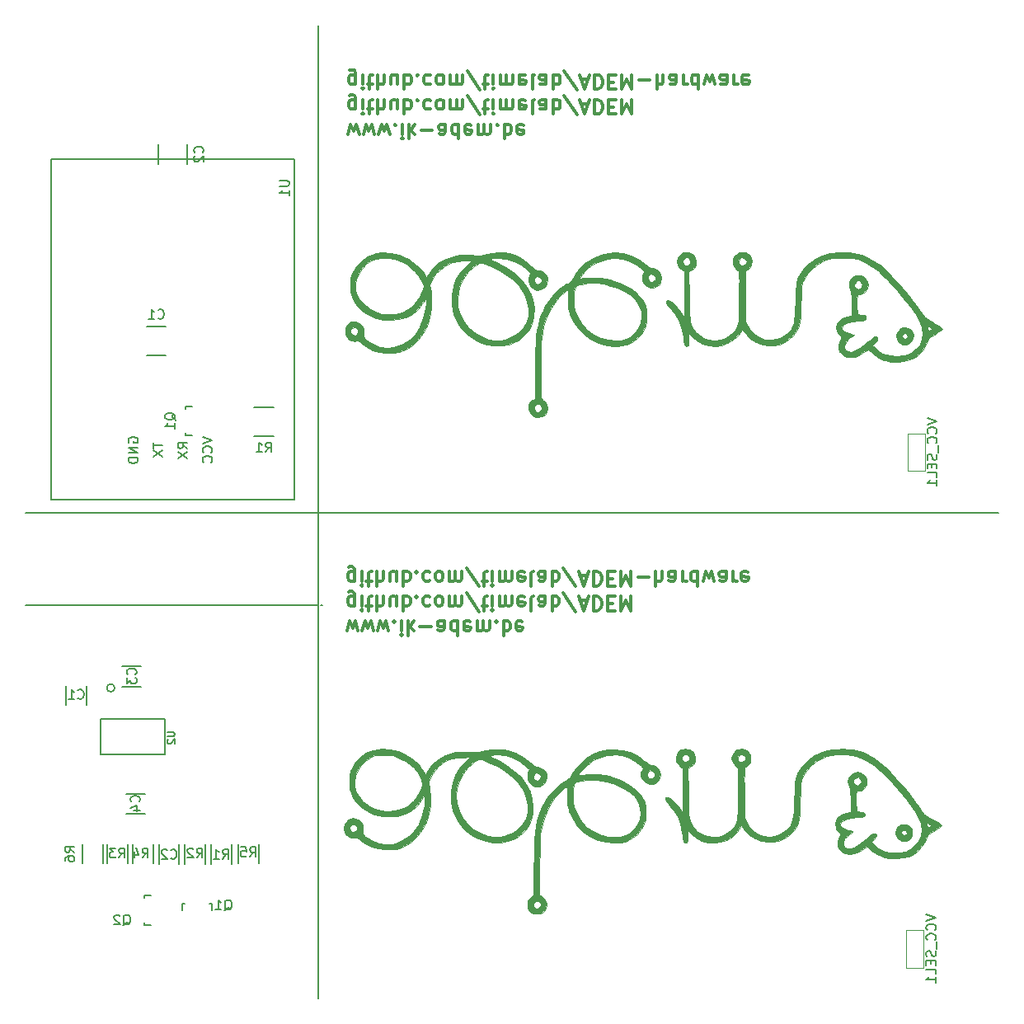
<source format=gbr>
G04 #@! TF.FileFunction,Legend,Bot*
%FSLAX46Y46*%
G04 Gerber Fmt 4.6, Leading zero omitted, Abs format (unit mm)*
G04 Created by KiCad (PCBNEW 4.0.3-stable) date 07/17/17 20:12:38*
%MOMM*%
%LPD*%
G01*
G04 APERTURE LIST*
%ADD10C,0.100000*%
%ADD11C,0.200000*%
%ADD12C,0.300000*%
%ADD13C,0.150000*%
%ADD14C,0.203200*%
%ADD15C,0.010000*%
%ADD16C,0.120000*%
%ADD17C,0.152400*%
G04 APERTURE END LIST*
D10*
D11*
X80388000Y-109587000D02*
X80515000Y-109587000D01*
X50016000Y-109587000D02*
X79988000Y-109587000D01*
X50016000Y-100062000D02*
X149965000Y-100062000D01*
X80115000Y-50024000D02*
X80115000Y-149973000D01*
D12*
X83145286Y-61187429D02*
X83431000Y-60187429D01*
X83716714Y-60901714D01*
X84002429Y-60187429D01*
X84288143Y-61187429D01*
X84716715Y-61187429D02*
X85002429Y-60187429D01*
X85288143Y-60901714D01*
X85573858Y-60187429D01*
X85859572Y-61187429D01*
X86288144Y-61187429D02*
X86573858Y-60187429D01*
X86859572Y-60901714D01*
X87145287Y-60187429D01*
X87431001Y-61187429D01*
X88002430Y-60330286D02*
X88073858Y-60258857D01*
X88002430Y-60187429D01*
X87931001Y-60258857D01*
X88002430Y-60330286D01*
X88002430Y-60187429D01*
X88716716Y-60187429D02*
X88716716Y-61187429D01*
X88716716Y-61687429D02*
X88645287Y-61616000D01*
X88716716Y-61544571D01*
X88788144Y-61616000D01*
X88716716Y-61687429D01*
X88716716Y-61544571D01*
X89431002Y-60187429D02*
X89431002Y-61687429D01*
X89573859Y-60758857D02*
X90002430Y-60187429D01*
X90002430Y-61187429D02*
X89431002Y-60616000D01*
X90645288Y-60758857D02*
X91788145Y-60758857D01*
X93145288Y-60187429D02*
X93145288Y-60973143D01*
X93073859Y-61116000D01*
X92931002Y-61187429D01*
X92645288Y-61187429D01*
X92502431Y-61116000D01*
X93145288Y-60258857D02*
X93002431Y-60187429D01*
X92645288Y-60187429D01*
X92502431Y-60258857D01*
X92431002Y-60401714D01*
X92431002Y-60544571D01*
X92502431Y-60687429D01*
X92645288Y-60758857D01*
X93002431Y-60758857D01*
X93145288Y-60830286D01*
X94502431Y-60187429D02*
X94502431Y-61687429D01*
X94502431Y-60258857D02*
X94359574Y-60187429D01*
X94073860Y-60187429D01*
X93931002Y-60258857D01*
X93859574Y-60330286D01*
X93788145Y-60473143D01*
X93788145Y-60901714D01*
X93859574Y-61044571D01*
X93931002Y-61116000D01*
X94073860Y-61187429D01*
X94359574Y-61187429D01*
X94502431Y-61116000D01*
X95788145Y-60258857D02*
X95645288Y-60187429D01*
X95359574Y-60187429D01*
X95216717Y-60258857D01*
X95145288Y-60401714D01*
X95145288Y-60973143D01*
X95216717Y-61116000D01*
X95359574Y-61187429D01*
X95645288Y-61187429D01*
X95788145Y-61116000D01*
X95859574Y-60973143D01*
X95859574Y-60830286D01*
X95145288Y-60687429D01*
X96502431Y-60187429D02*
X96502431Y-61187429D01*
X96502431Y-61044571D02*
X96573859Y-61116000D01*
X96716717Y-61187429D01*
X96931002Y-61187429D01*
X97073859Y-61116000D01*
X97145288Y-60973143D01*
X97145288Y-60187429D01*
X97145288Y-60973143D02*
X97216717Y-61116000D01*
X97359574Y-61187429D01*
X97573859Y-61187429D01*
X97716717Y-61116000D01*
X97788145Y-60973143D01*
X97788145Y-60187429D01*
X98502431Y-60330286D02*
X98573859Y-60258857D01*
X98502431Y-60187429D01*
X98431002Y-60258857D01*
X98502431Y-60330286D01*
X98502431Y-60187429D01*
X99216717Y-60187429D02*
X99216717Y-61687429D01*
X99216717Y-61116000D02*
X99359574Y-61187429D01*
X99645288Y-61187429D01*
X99788145Y-61116000D01*
X99859574Y-61044571D01*
X99931003Y-60901714D01*
X99931003Y-60473143D01*
X99859574Y-60330286D01*
X99788145Y-60258857D01*
X99645288Y-60187429D01*
X99359574Y-60187429D01*
X99216717Y-60258857D01*
X101145288Y-60258857D02*
X101002431Y-60187429D01*
X100716717Y-60187429D01*
X100573860Y-60258857D01*
X100502431Y-60401714D01*
X100502431Y-60973143D01*
X100573860Y-61116000D01*
X100716717Y-61187429D01*
X101002431Y-61187429D01*
X101145288Y-61116000D01*
X101216717Y-60973143D01*
X101216717Y-60830286D01*
X100502431Y-60687429D01*
X83931000Y-58637429D02*
X83931000Y-57423143D01*
X83859571Y-57280286D01*
X83788143Y-57208857D01*
X83645286Y-57137429D01*
X83431000Y-57137429D01*
X83288143Y-57208857D01*
X83931000Y-57708857D02*
X83788143Y-57637429D01*
X83502429Y-57637429D01*
X83359571Y-57708857D01*
X83288143Y-57780286D01*
X83216714Y-57923143D01*
X83216714Y-58351714D01*
X83288143Y-58494571D01*
X83359571Y-58566000D01*
X83502429Y-58637429D01*
X83788143Y-58637429D01*
X83931000Y-58566000D01*
X84645286Y-57637429D02*
X84645286Y-58637429D01*
X84645286Y-59137429D02*
X84573857Y-59066000D01*
X84645286Y-58994571D01*
X84716714Y-59066000D01*
X84645286Y-59137429D01*
X84645286Y-58994571D01*
X85145286Y-58637429D02*
X85716715Y-58637429D01*
X85359572Y-59137429D02*
X85359572Y-57851714D01*
X85431000Y-57708857D01*
X85573858Y-57637429D01*
X85716715Y-57637429D01*
X86216715Y-57637429D02*
X86216715Y-59137429D01*
X86859572Y-57637429D02*
X86859572Y-58423143D01*
X86788143Y-58566000D01*
X86645286Y-58637429D01*
X86431001Y-58637429D01*
X86288143Y-58566000D01*
X86216715Y-58494571D01*
X88216715Y-58637429D02*
X88216715Y-57637429D01*
X87573858Y-58637429D02*
X87573858Y-57851714D01*
X87645286Y-57708857D01*
X87788144Y-57637429D01*
X88002429Y-57637429D01*
X88145286Y-57708857D01*
X88216715Y-57780286D01*
X88931001Y-57637429D02*
X88931001Y-59137429D01*
X88931001Y-58566000D02*
X89073858Y-58637429D01*
X89359572Y-58637429D01*
X89502429Y-58566000D01*
X89573858Y-58494571D01*
X89645287Y-58351714D01*
X89645287Y-57923143D01*
X89573858Y-57780286D01*
X89502429Y-57708857D01*
X89359572Y-57637429D01*
X89073858Y-57637429D01*
X88931001Y-57708857D01*
X90288144Y-57780286D02*
X90359572Y-57708857D01*
X90288144Y-57637429D01*
X90216715Y-57708857D01*
X90288144Y-57780286D01*
X90288144Y-57637429D01*
X91645287Y-57708857D02*
X91502430Y-57637429D01*
X91216716Y-57637429D01*
X91073858Y-57708857D01*
X91002430Y-57780286D01*
X90931001Y-57923143D01*
X90931001Y-58351714D01*
X91002430Y-58494571D01*
X91073858Y-58566000D01*
X91216716Y-58637429D01*
X91502430Y-58637429D01*
X91645287Y-58566000D01*
X92502430Y-57637429D02*
X92359572Y-57708857D01*
X92288144Y-57780286D01*
X92216715Y-57923143D01*
X92216715Y-58351714D01*
X92288144Y-58494571D01*
X92359572Y-58566000D01*
X92502430Y-58637429D01*
X92716715Y-58637429D01*
X92859572Y-58566000D01*
X92931001Y-58494571D01*
X93002430Y-58351714D01*
X93002430Y-57923143D01*
X92931001Y-57780286D01*
X92859572Y-57708857D01*
X92716715Y-57637429D01*
X92502430Y-57637429D01*
X93645287Y-57637429D02*
X93645287Y-58637429D01*
X93645287Y-58494571D02*
X93716715Y-58566000D01*
X93859573Y-58637429D01*
X94073858Y-58637429D01*
X94216715Y-58566000D01*
X94288144Y-58423143D01*
X94288144Y-57637429D01*
X94288144Y-58423143D02*
X94359573Y-58566000D01*
X94502430Y-58637429D01*
X94716715Y-58637429D01*
X94859573Y-58566000D01*
X94931001Y-58423143D01*
X94931001Y-57637429D01*
X96716715Y-59208857D02*
X95431001Y-57280286D01*
X97002430Y-58637429D02*
X97573859Y-58637429D01*
X97216716Y-59137429D02*
X97216716Y-57851714D01*
X97288144Y-57708857D01*
X97431002Y-57637429D01*
X97573859Y-57637429D01*
X98073859Y-57637429D02*
X98073859Y-58637429D01*
X98073859Y-59137429D02*
X98002430Y-59066000D01*
X98073859Y-58994571D01*
X98145287Y-59066000D01*
X98073859Y-59137429D01*
X98073859Y-58994571D01*
X98788145Y-57637429D02*
X98788145Y-58637429D01*
X98788145Y-58494571D02*
X98859573Y-58566000D01*
X99002431Y-58637429D01*
X99216716Y-58637429D01*
X99359573Y-58566000D01*
X99431002Y-58423143D01*
X99431002Y-57637429D01*
X99431002Y-58423143D02*
X99502431Y-58566000D01*
X99645288Y-58637429D01*
X99859573Y-58637429D01*
X100002431Y-58566000D01*
X100073859Y-58423143D01*
X100073859Y-57637429D01*
X101359573Y-57708857D02*
X101216716Y-57637429D01*
X100931002Y-57637429D01*
X100788145Y-57708857D01*
X100716716Y-57851714D01*
X100716716Y-58423143D01*
X100788145Y-58566000D01*
X100931002Y-58637429D01*
X101216716Y-58637429D01*
X101359573Y-58566000D01*
X101431002Y-58423143D01*
X101431002Y-58280286D01*
X100716716Y-58137429D01*
X102288145Y-57637429D02*
X102145287Y-57708857D01*
X102073859Y-57851714D01*
X102073859Y-59137429D01*
X103502430Y-57637429D02*
X103502430Y-58423143D01*
X103431001Y-58566000D01*
X103288144Y-58637429D01*
X103002430Y-58637429D01*
X102859573Y-58566000D01*
X103502430Y-57708857D02*
X103359573Y-57637429D01*
X103002430Y-57637429D01*
X102859573Y-57708857D01*
X102788144Y-57851714D01*
X102788144Y-57994571D01*
X102859573Y-58137429D01*
X103002430Y-58208857D01*
X103359573Y-58208857D01*
X103502430Y-58280286D01*
X104216716Y-57637429D02*
X104216716Y-59137429D01*
X104216716Y-58566000D02*
X104359573Y-58637429D01*
X104645287Y-58637429D01*
X104788144Y-58566000D01*
X104859573Y-58494571D01*
X104931002Y-58351714D01*
X104931002Y-57923143D01*
X104859573Y-57780286D01*
X104788144Y-57708857D01*
X104645287Y-57637429D01*
X104359573Y-57637429D01*
X104216716Y-57708857D01*
X106645287Y-59208857D02*
X105359573Y-57280286D01*
X107073859Y-58066000D02*
X107788145Y-58066000D01*
X106931002Y-57637429D02*
X107431002Y-59137429D01*
X107931002Y-57637429D01*
X108431002Y-57637429D02*
X108431002Y-59137429D01*
X108788145Y-59137429D01*
X109002430Y-59066000D01*
X109145288Y-58923143D01*
X109216716Y-58780286D01*
X109288145Y-58494571D01*
X109288145Y-58280286D01*
X109216716Y-57994571D01*
X109145288Y-57851714D01*
X109002430Y-57708857D01*
X108788145Y-57637429D01*
X108431002Y-57637429D01*
X109931002Y-58423143D02*
X110431002Y-58423143D01*
X110645288Y-57637429D02*
X109931002Y-57637429D01*
X109931002Y-59137429D01*
X110645288Y-59137429D01*
X111288145Y-57637429D02*
X111288145Y-59137429D01*
X111788145Y-58066000D01*
X112288145Y-59137429D01*
X112288145Y-57637429D01*
X83931000Y-56087429D02*
X83931000Y-54873143D01*
X83859571Y-54730286D01*
X83788143Y-54658857D01*
X83645286Y-54587429D01*
X83431000Y-54587429D01*
X83288143Y-54658857D01*
X83931000Y-55158857D02*
X83788143Y-55087429D01*
X83502429Y-55087429D01*
X83359571Y-55158857D01*
X83288143Y-55230286D01*
X83216714Y-55373143D01*
X83216714Y-55801714D01*
X83288143Y-55944571D01*
X83359571Y-56016000D01*
X83502429Y-56087429D01*
X83788143Y-56087429D01*
X83931000Y-56016000D01*
X84645286Y-55087429D02*
X84645286Y-56087429D01*
X84645286Y-56587429D02*
X84573857Y-56516000D01*
X84645286Y-56444571D01*
X84716714Y-56516000D01*
X84645286Y-56587429D01*
X84645286Y-56444571D01*
X85145286Y-56087429D02*
X85716715Y-56087429D01*
X85359572Y-56587429D02*
X85359572Y-55301714D01*
X85431000Y-55158857D01*
X85573858Y-55087429D01*
X85716715Y-55087429D01*
X86216715Y-55087429D02*
X86216715Y-56587429D01*
X86859572Y-55087429D02*
X86859572Y-55873143D01*
X86788143Y-56016000D01*
X86645286Y-56087429D01*
X86431001Y-56087429D01*
X86288143Y-56016000D01*
X86216715Y-55944571D01*
X88216715Y-56087429D02*
X88216715Y-55087429D01*
X87573858Y-56087429D02*
X87573858Y-55301714D01*
X87645286Y-55158857D01*
X87788144Y-55087429D01*
X88002429Y-55087429D01*
X88145286Y-55158857D01*
X88216715Y-55230286D01*
X88931001Y-55087429D02*
X88931001Y-56587429D01*
X88931001Y-56016000D02*
X89073858Y-56087429D01*
X89359572Y-56087429D01*
X89502429Y-56016000D01*
X89573858Y-55944571D01*
X89645287Y-55801714D01*
X89645287Y-55373143D01*
X89573858Y-55230286D01*
X89502429Y-55158857D01*
X89359572Y-55087429D01*
X89073858Y-55087429D01*
X88931001Y-55158857D01*
X90288144Y-55230286D02*
X90359572Y-55158857D01*
X90288144Y-55087429D01*
X90216715Y-55158857D01*
X90288144Y-55230286D01*
X90288144Y-55087429D01*
X91645287Y-55158857D02*
X91502430Y-55087429D01*
X91216716Y-55087429D01*
X91073858Y-55158857D01*
X91002430Y-55230286D01*
X90931001Y-55373143D01*
X90931001Y-55801714D01*
X91002430Y-55944571D01*
X91073858Y-56016000D01*
X91216716Y-56087429D01*
X91502430Y-56087429D01*
X91645287Y-56016000D01*
X92502430Y-55087429D02*
X92359572Y-55158857D01*
X92288144Y-55230286D01*
X92216715Y-55373143D01*
X92216715Y-55801714D01*
X92288144Y-55944571D01*
X92359572Y-56016000D01*
X92502430Y-56087429D01*
X92716715Y-56087429D01*
X92859572Y-56016000D01*
X92931001Y-55944571D01*
X93002430Y-55801714D01*
X93002430Y-55373143D01*
X92931001Y-55230286D01*
X92859572Y-55158857D01*
X92716715Y-55087429D01*
X92502430Y-55087429D01*
X93645287Y-55087429D02*
X93645287Y-56087429D01*
X93645287Y-55944571D02*
X93716715Y-56016000D01*
X93859573Y-56087429D01*
X94073858Y-56087429D01*
X94216715Y-56016000D01*
X94288144Y-55873143D01*
X94288144Y-55087429D01*
X94288144Y-55873143D02*
X94359573Y-56016000D01*
X94502430Y-56087429D01*
X94716715Y-56087429D01*
X94859573Y-56016000D01*
X94931001Y-55873143D01*
X94931001Y-55087429D01*
X96716715Y-56658857D02*
X95431001Y-54730286D01*
X97002430Y-56087429D02*
X97573859Y-56087429D01*
X97216716Y-56587429D02*
X97216716Y-55301714D01*
X97288144Y-55158857D01*
X97431002Y-55087429D01*
X97573859Y-55087429D01*
X98073859Y-55087429D02*
X98073859Y-56087429D01*
X98073859Y-56587429D02*
X98002430Y-56516000D01*
X98073859Y-56444571D01*
X98145287Y-56516000D01*
X98073859Y-56587429D01*
X98073859Y-56444571D01*
X98788145Y-55087429D02*
X98788145Y-56087429D01*
X98788145Y-55944571D02*
X98859573Y-56016000D01*
X99002431Y-56087429D01*
X99216716Y-56087429D01*
X99359573Y-56016000D01*
X99431002Y-55873143D01*
X99431002Y-55087429D01*
X99431002Y-55873143D02*
X99502431Y-56016000D01*
X99645288Y-56087429D01*
X99859573Y-56087429D01*
X100002431Y-56016000D01*
X100073859Y-55873143D01*
X100073859Y-55087429D01*
X101359573Y-55158857D02*
X101216716Y-55087429D01*
X100931002Y-55087429D01*
X100788145Y-55158857D01*
X100716716Y-55301714D01*
X100716716Y-55873143D01*
X100788145Y-56016000D01*
X100931002Y-56087429D01*
X101216716Y-56087429D01*
X101359573Y-56016000D01*
X101431002Y-55873143D01*
X101431002Y-55730286D01*
X100716716Y-55587429D01*
X102288145Y-55087429D02*
X102145287Y-55158857D01*
X102073859Y-55301714D01*
X102073859Y-56587429D01*
X103502430Y-55087429D02*
X103502430Y-55873143D01*
X103431001Y-56016000D01*
X103288144Y-56087429D01*
X103002430Y-56087429D01*
X102859573Y-56016000D01*
X103502430Y-55158857D02*
X103359573Y-55087429D01*
X103002430Y-55087429D01*
X102859573Y-55158857D01*
X102788144Y-55301714D01*
X102788144Y-55444571D01*
X102859573Y-55587429D01*
X103002430Y-55658857D01*
X103359573Y-55658857D01*
X103502430Y-55730286D01*
X104216716Y-55087429D02*
X104216716Y-56587429D01*
X104216716Y-56016000D02*
X104359573Y-56087429D01*
X104645287Y-56087429D01*
X104788144Y-56016000D01*
X104859573Y-55944571D01*
X104931002Y-55801714D01*
X104931002Y-55373143D01*
X104859573Y-55230286D01*
X104788144Y-55158857D01*
X104645287Y-55087429D01*
X104359573Y-55087429D01*
X104216716Y-55158857D01*
X106645287Y-56658857D02*
X105359573Y-54730286D01*
X107073859Y-55516000D02*
X107788145Y-55516000D01*
X106931002Y-55087429D02*
X107431002Y-56587429D01*
X107931002Y-55087429D01*
X108431002Y-55087429D02*
X108431002Y-56587429D01*
X108788145Y-56587429D01*
X109002430Y-56516000D01*
X109145288Y-56373143D01*
X109216716Y-56230286D01*
X109288145Y-55944571D01*
X109288145Y-55730286D01*
X109216716Y-55444571D01*
X109145288Y-55301714D01*
X109002430Y-55158857D01*
X108788145Y-55087429D01*
X108431002Y-55087429D01*
X109931002Y-55873143D02*
X110431002Y-55873143D01*
X110645288Y-55087429D02*
X109931002Y-55087429D01*
X109931002Y-56587429D01*
X110645288Y-56587429D01*
X111288145Y-55087429D02*
X111288145Y-56587429D01*
X111788145Y-55516000D01*
X112288145Y-56587429D01*
X112288145Y-55087429D01*
X113002431Y-55658857D02*
X114145288Y-55658857D01*
X114859574Y-55087429D02*
X114859574Y-56587429D01*
X115502431Y-55087429D02*
X115502431Y-55873143D01*
X115431002Y-56016000D01*
X115288145Y-56087429D01*
X115073860Y-56087429D01*
X114931002Y-56016000D01*
X114859574Y-55944571D01*
X116859574Y-55087429D02*
X116859574Y-55873143D01*
X116788145Y-56016000D01*
X116645288Y-56087429D01*
X116359574Y-56087429D01*
X116216717Y-56016000D01*
X116859574Y-55158857D02*
X116716717Y-55087429D01*
X116359574Y-55087429D01*
X116216717Y-55158857D01*
X116145288Y-55301714D01*
X116145288Y-55444571D01*
X116216717Y-55587429D01*
X116359574Y-55658857D01*
X116716717Y-55658857D01*
X116859574Y-55730286D01*
X117573860Y-55087429D02*
X117573860Y-56087429D01*
X117573860Y-55801714D02*
X117645288Y-55944571D01*
X117716717Y-56016000D01*
X117859574Y-56087429D01*
X118002431Y-56087429D01*
X119145288Y-55087429D02*
X119145288Y-56587429D01*
X119145288Y-55158857D02*
X119002431Y-55087429D01*
X118716717Y-55087429D01*
X118573859Y-55158857D01*
X118502431Y-55230286D01*
X118431002Y-55373143D01*
X118431002Y-55801714D01*
X118502431Y-55944571D01*
X118573859Y-56016000D01*
X118716717Y-56087429D01*
X119002431Y-56087429D01*
X119145288Y-56016000D01*
X119716717Y-56087429D02*
X120002431Y-55087429D01*
X120288145Y-55801714D01*
X120573860Y-55087429D01*
X120859574Y-56087429D01*
X122073860Y-55087429D02*
X122073860Y-55873143D01*
X122002431Y-56016000D01*
X121859574Y-56087429D01*
X121573860Y-56087429D01*
X121431003Y-56016000D01*
X122073860Y-55158857D02*
X121931003Y-55087429D01*
X121573860Y-55087429D01*
X121431003Y-55158857D01*
X121359574Y-55301714D01*
X121359574Y-55444571D01*
X121431003Y-55587429D01*
X121573860Y-55658857D01*
X121931003Y-55658857D01*
X122073860Y-55730286D01*
X122788146Y-55087429D02*
X122788146Y-56087429D01*
X122788146Y-55801714D02*
X122859574Y-55944571D01*
X122931003Y-56016000D01*
X123073860Y-56087429D01*
X123216717Y-56087429D01*
X124288145Y-55158857D02*
X124145288Y-55087429D01*
X123859574Y-55087429D01*
X123716717Y-55158857D01*
X123645288Y-55301714D01*
X123645288Y-55873143D01*
X123716717Y-56016000D01*
X123859574Y-56087429D01*
X124145288Y-56087429D01*
X124288145Y-56016000D01*
X124359574Y-55873143D01*
X124359574Y-55730286D01*
X123645288Y-55587429D01*
X83045286Y-112187429D02*
X83331000Y-111187429D01*
X83616714Y-111901714D01*
X83902429Y-111187429D01*
X84188143Y-112187429D01*
X84616715Y-112187429D02*
X84902429Y-111187429D01*
X85188143Y-111901714D01*
X85473858Y-111187429D01*
X85759572Y-112187429D01*
X86188144Y-112187429D02*
X86473858Y-111187429D01*
X86759572Y-111901714D01*
X87045287Y-111187429D01*
X87331001Y-112187429D01*
X87902430Y-111330286D02*
X87973858Y-111258857D01*
X87902430Y-111187429D01*
X87831001Y-111258857D01*
X87902430Y-111330286D01*
X87902430Y-111187429D01*
X88616716Y-111187429D02*
X88616716Y-112187429D01*
X88616716Y-112687429D02*
X88545287Y-112616000D01*
X88616716Y-112544571D01*
X88688144Y-112616000D01*
X88616716Y-112687429D01*
X88616716Y-112544571D01*
X89331002Y-111187429D02*
X89331002Y-112687429D01*
X89473859Y-111758857D02*
X89902430Y-111187429D01*
X89902430Y-112187429D02*
X89331002Y-111616000D01*
X90545288Y-111758857D02*
X91688145Y-111758857D01*
X93045288Y-111187429D02*
X93045288Y-111973143D01*
X92973859Y-112116000D01*
X92831002Y-112187429D01*
X92545288Y-112187429D01*
X92402431Y-112116000D01*
X93045288Y-111258857D02*
X92902431Y-111187429D01*
X92545288Y-111187429D01*
X92402431Y-111258857D01*
X92331002Y-111401714D01*
X92331002Y-111544571D01*
X92402431Y-111687429D01*
X92545288Y-111758857D01*
X92902431Y-111758857D01*
X93045288Y-111830286D01*
X94402431Y-111187429D02*
X94402431Y-112687429D01*
X94402431Y-111258857D02*
X94259574Y-111187429D01*
X93973860Y-111187429D01*
X93831002Y-111258857D01*
X93759574Y-111330286D01*
X93688145Y-111473143D01*
X93688145Y-111901714D01*
X93759574Y-112044571D01*
X93831002Y-112116000D01*
X93973860Y-112187429D01*
X94259574Y-112187429D01*
X94402431Y-112116000D01*
X95688145Y-111258857D02*
X95545288Y-111187429D01*
X95259574Y-111187429D01*
X95116717Y-111258857D01*
X95045288Y-111401714D01*
X95045288Y-111973143D01*
X95116717Y-112116000D01*
X95259574Y-112187429D01*
X95545288Y-112187429D01*
X95688145Y-112116000D01*
X95759574Y-111973143D01*
X95759574Y-111830286D01*
X95045288Y-111687429D01*
X96402431Y-111187429D02*
X96402431Y-112187429D01*
X96402431Y-112044571D02*
X96473859Y-112116000D01*
X96616717Y-112187429D01*
X96831002Y-112187429D01*
X96973859Y-112116000D01*
X97045288Y-111973143D01*
X97045288Y-111187429D01*
X97045288Y-111973143D02*
X97116717Y-112116000D01*
X97259574Y-112187429D01*
X97473859Y-112187429D01*
X97616717Y-112116000D01*
X97688145Y-111973143D01*
X97688145Y-111187429D01*
X98402431Y-111330286D02*
X98473859Y-111258857D01*
X98402431Y-111187429D01*
X98331002Y-111258857D01*
X98402431Y-111330286D01*
X98402431Y-111187429D01*
X99116717Y-111187429D02*
X99116717Y-112687429D01*
X99116717Y-112116000D02*
X99259574Y-112187429D01*
X99545288Y-112187429D01*
X99688145Y-112116000D01*
X99759574Y-112044571D01*
X99831003Y-111901714D01*
X99831003Y-111473143D01*
X99759574Y-111330286D01*
X99688145Y-111258857D01*
X99545288Y-111187429D01*
X99259574Y-111187429D01*
X99116717Y-111258857D01*
X101045288Y-111258857D02*
X100902431Y-111187429D01*
X100616717Y-111187429D01*
X100473860Y-111258857D01*
X100402431Y-111401714D01*
X100402431Y-111973143D01*
X100473860Y-112116000D01*
X100616717Y-112187429D01*
X100902431Y-112187429D01*
X101045288Y-112116000D01*
X101116717Y-111973143D01*
X101116717Y-111830286D01*
X100402431Y-111687429D01*
X83831000Y-109637429D02*
X83831000Y-108423143D01*
X83759571Y-108280286D01*
X83688143Y-108208857D01*
X83545286Y-108137429D01*
X83331000Y-108137429D01*
X83188143Y-108208857D01*
X83831000Y-108708857D02*
X83688143Y-108637429D01*
X83402429Y-108637429D01*
X83259571Y-108708857D01*
X83188143Y-108780286D01*
X83116714Y-108923143D01*
X83116714Y-109351714D01*
X83188143Y-109494571D01*
X83259571Y-109566000D01*
X83402429Y-109637429D01*
X83688143Y-109637429D01*
X83831000Y-109566000D01*
X84545286Y-108637429D02*
X84545286Y-109637429D01*
X84545286Y-110137429D02*
X84473857Y-110066000D01*
X84545286Y-109994571D01*
X84616714Y-110066000D01*
X84545286Y-110137429D01*
X84545286Y-109994571D01*
X85045286Y-109637429D02*
X85616715Y-109637429D01*
X85259572Y-110137429D02*
X85259572Y-108851714D01*
X85331000Y-108708857D01*
X85473858Y-108637429D01*
X85616715Y-108637429D01*
X86116715Y-108637429D02*
X86116715Y-110137429D01*
X86759572Y-108637429D02*
X86759572Y-109423143D01*
X86688143Y-109566000D01*
X86545286Y-109637429D01*
X86331001Y-109637429D01*
X86188143Y-109566000D01*
X86116715Y-109494571D01*
X88116715Y-109637429D02*
X88116715Y-108637429D01*
X87473858Y-109637429D02*
X87473858Y-108851714D01*
X87545286Y-108708857D01*
X87688144Y-108637429D01*
X87902429Y-108637429D01*
X88045286Y-108708857D01*
X88116715Y-108780286D01*
X88831001Y-108637429D02*
X88831001Y-110137429D01*
X88831001Y-109566000D02*
X88973858Y-109637429D01*
X89259572Y-109637429D01*
X89402429Y-109566000D01*
X89473858Y-109494571D01*
X89545287Y-109351714D01*
X89545287Y-108923143D01*
X89473858Y-108780286D01*
X89402429Y-108708857D01*
X89259572Y-108637429D01*
X88973858Y-108637429D01*
X88831001Y-108708857D01*
X90188144Y-108780286D02*
X90259572Y-108708857D01*
X90188144Y-108637429D01*
X90116715Y-108708857D01*
X90188144Y-108780286D01*
X90188144Y-108637429D01*
X91545287Y-108708857D02*
X91402430Y-108637429D01*
X91116716Y-108637429D01*
X90973858Y-108708857D01*
X90902430Y-108780286D01*
X90831001Y-108923143D01*
X90831001Y-109351714D01*
X90902430Y-109494571D01*
X90973858Y-109566000D01*
X91116716Y-109637429D01*
X91402430Y-109637429D01*
X91545287Y-109566000D01*
X92402430Y-108637429D02*
X92259572Y-108708857D01*
X92188144Y-108780286D01*
X92116715Y-108923143D01*
X92116715Y-109351714D01*
X92188144Y-109494571D01*
X92259572Y-109566000D01*
X92402430Y-109637429D01*
X92616715Y-109637429D01*
X92759572Y-109566000D01*
X92831001Y-109494571D01*
X92902430Y-109351714D01*
X92902430Y-108923143D01*
X92831001Y-108780286D01*
X92759572Y-108708857D01*
X92616715Y-108637429D01*
X92402430Y-108637429D01*
X93545287Y-108637429D02*
X93545287Y-109637429D01*
X93545287Y-109494571D02*
X93616715Y-109566000D01*
X93759573Y-109637429D01*
X93973858Y-109637429D01*
X94116715Y-109566000D01*
X94188144Y-109423143D01*
X94188144Y-108637429D01*
X94188144Y-109423143D02*
X94259573Y-109566000D01*
X94402430Y-109637429D01*
X94616715Y-109637429D01*
X94759573Y-109566000D01*
X94831001Y-109423143D01*
X94831001Y-108637429D01*
X96616715Y-110208857D02*
X95331001Y-108280286D01*
X96902430Y-109637429D02*
X97473859Y-109637429D01*
X97116716Y-110137429D02*
X97116716Y-108851714D01*
X97188144Y-108708857D01*
X97331002Y-108637429D01*
X97473859Y-108637429D01*
X97973859Y-108637429D02*
X97973859Y-109637429D01*
X97973859Y-110137429D02*
X97902430Y-110066000D01*
X97973859Y-109994571D01*
X98045287Y-110066000D01*
X97973859Y-110137429D01*
X97973859Y-109994571D01*
X98688145Y-108637429D02*
X98688145Y-109637429D01*
X98688145Y-109494571D02*
X98759573Y-109566000D01*
X98902431Y-109637429D01*
X99116716Y-109637429D01*
X99259573Y-109566000D01*
X99331002Y-109423143D01*
X99331002Y-108637429D01*
X99331002Y-109423143D02*
X99402431Y-109566000D01*
X99545288Y-109637429D01*
X99759573Y-109637429D01*
X99902431Y-109566000D01*
X99973859Y-109423143D01*
X99973859Y-108637429D01*
X101259573Y-108708857D02*
X101116716Y-108637429D01*
X100831002Y-108637429D01*
X100688145Y-108708857D01*
X100616716Y-108851714D01*
X100616716Y-109423143D01*
X100688145Y-109566000D01*
X100831002Y-109637429D01*
X101116716Y-109637429D01*
X101259573Y-109566000D01*
X101331002Y-109423143D01*
X101331002Y-109280286D01*
X100616716Y-109137429D01*
X102188145Y-108637429D02*
X102045287Y-108708857D01*
X101973859Y-108851714D01*
X101973859Y-110137429D01*
X103402430Y-108637429D02*
X103402430Y-109423143D01*
X103331001Y-109566000D01*
X103188144Y-109637429D01*
X102902430Y-109637429D01*
X102759573Y-109566000D01*
X103402430Y-108708857D02*
X103259573Y-108637429D01*
X102902430Y-108637429D01*
X102759573Y-108708857D01*
X102688144Y-108851714D01*
X102688144Y-108994571D01*
X102759573Y-109137429D01*
X102902430Y-109208857D01*
X103259573Y-109208857D01*
X103402430Y-109280286D01*
X104116716Y-108637429D02*
X104116716Y-110137429D01*
X104116716Y-109566000D02*
X104259573Y-109637429D01*
X104545287Y-109637429D01*
X104688144Y-109566000D01*
X104759573Y-109494571D01*
X104831002Y-109351714D01*
X104831002Y-108923143D01*
X104759573Y-108780286D01*
X104688144Y-108708857D01*
X104545287Y-108637429D01*
X104259573Y-108637429D01*
X104116716Y-108708857D01*
X106545287Y-110208857D02*
X105259573Y-108280286D01*
X106973859Y-109066000D02*
X107688145Y-109066000D01*
X106831002Y-108637429D02*
X107331002Y-110137429D01*
X107831002Y-108637429D01*
X108331002Y-108637429D02*
X108331002Y-110137429D01*
X108688145Y-110137429D01*
X108902430Y-110066000D01*
X109045288Y-109923143D01*
X109116716Y-109780286D01*
X109188145Y-109494571D01*
X109188145Y-109280286D01*
X109116716Y-108994571D01*
X109045288Y-108851714D01*
X108902430Y-108708857D01*
X108688145Y-108637429D01*
X108331002Y-108637429D01*
X109831002Y-109423143D02*
X110331002Y-109423143D01*
X110545288Y-108637429D02*
X109831002Y-108637429D01*
X109831002Y-110137429D01*
X110545288Y-110137429D01*
X111188145Y-108637429D02*
X111188145Y-110137429D01*
X111688145Y-109066000D01*
X112188145Y-110137429D01*
X112188145Y-108637429D01*
X83831000Y-107087429D02*
X83831000Y-105873143D01*
X83759571Y-105730286D01*
X83688143Y-105658857D01*
X83545286Y-105587429D01*
X83331000Y-105587429D01*
X83188143Y-105658857D01*
X83831000Y-106158857D02*
X83688143Y-106087429D01*
X83402429Y-106087429D01*
X83259571Y-106158857D01*
X83188143Y-106230286D01*
X83116714Y-106373143D01*
X83116714Y-106801714D01*
X83188143Y-106944571D01*
X83259571Y-107016000D01*
X83402429Y-107087429D01*
X83688143Y-107087429D01*
X83831000Y-107016000D01*
X84545286Y-106087429D02*
X84545286Y-107087429D01*
X84545286Y-107587429D02*
X84473857Y-107516000D01*
X84545286Y-107444571D01*
X84616714Y-107516000D01*
X84545286Y-107587429D01*
X84545286Y-107444571D01*
X85045286Y-107087429D02*
X85616715Y-107087429D01*
X85259572Y-107587429D02*
X85259572Y-106301714D01*
X85331000Y-106158857D01*
X85473858Y-106087429D01*
X85616715Y-106087429D01*
X86116715Y-106087429D02*
X86116715Y-107587429D01*
X86759572Y-106087429D02*
X86759572Y-106873143D01*
X86688143Y-107016000D01*
X86545286Y-107087429D01*
X86331001Y-107087429D01*
X86188143Y-107016000D01*
X86116715Y-106944571D01*
X88116715Y-107087429D02*
X88116715Y-106087429D01*
X87473858Y-107087429D02*
X87473858Y-106301714D01*
X87545286Y-106158857D01*
X87688144Y-106087429D01*
X87902429Y-106087429D01*
X88045286Y-106158857D01*
X88116715Y-106230286D01*
X88831001Y-106087429D02*
X88831001Y-107587429D01*
X88831001Y-107016000D02*
X88973858Y-107087429D01*
X89259572Y-107087429D01*
X89402429Y-107016000D01*
X89473858Y-106944571D01*
X89545287Y-106801714D01*
X89545287Y-106373143D01*
X89473858Y-106230286D01*
X89402429Y-106158857D01*
X89259572Y-106087429D01*
X88973858Y-106087429D01*
X88831001Y-106158857D01*
X90188144Y-106230286D02*
X90259572Y-106158857D01*
X90188144Y-106087429D01*
X90116715Y-106158857D01*
X90188144Y-106230286D01*
X90188144Y-106087429D01*
X91545287Y-106158857D02*
X91402430Y-106087429D01*
X91116716Y-106087429D01*
X90973858Y-106158857D01*
X90902430Y-106230286D01*
X90831001Y-106373143D01*
X90831001Y-106801714D01*
X90902430Y-106944571D01*
X90973858Y-107016000D01*
X91116716Y-107087429D01*
X91402430Y-107087429D01*
X91545287Y-107016000D01*
X92402430Y-106087429D02*
X92259572Y-106158857D01*
X92188144Y-106230286D01*
X92116715Y-106373143D01*
X92116715Y-106801714D01*
X92188144Y-106944571D01*
X92259572Y-107016000D01*
X92402430Y-107087429D01*
X92616715Y-107087429D01*
X92759572Y-107016000D01*
X92831001Y-106944571D01*
X92902430Y-106801714D01*
X92902430Y-106373143D01*
X92831001Y-106230286D01*
X92759572Y-106158857D01*
X92616715Y-106087429D01*
X92402430Y-106087429D01*
X93545287Y-106087429D02*
X93545287Y-107087429D01*
X93545287Y-106944571D02*
X93616715Y-107016000D01*
X93759573Y-107087429D01*
X93973858Y-107087429D01*
X94116715Y-107016000D01*
X94188144Y-106873143D01*
X94188144Y-106087429D01*
X94188144Y-106873143D02*
X94259573Y-107016000D01*
X94402430Y-107087429D01*
X94616715Y-107087429D01*
X94759573Y-107016000D01*
X94831001Y-106873143D01*
X94831001Y-106087429D01*
X96616715Y-107658857D02*
X95331001Y-105730286D01*
X96902430Y-107087429D02*
X97473859Y-107087429D01*
X97116716Y-107587429D02*
X97116716Y-106301714D01*
X97188144Y-106158857D01*
X97331002Y-106087429D01*
X97473859Y-106087429D01*
X97973859Y-106087429D02*
X97973859Y-107087429D01*
X97973859Y-107587429D02*
X97902430Y-107516000D01*
X97973859Y-107444571D01*
X98045287Y-107516000D01*
X97973859Y-107587429D01*
X97973859Y-107444571D01*
X98688145Y-106087429D02*
X98688145Y-107087429D01*
X98688145Y-106944571D02*
X98759573Y-107016000D01*
X98902431Y-107087429D01*
X99116716Y-107087429D01*
X99259573Y-107016000D01*
X99331002Y-106873143D01*
X99331002Y-106087429D01*
X99331002Y-106873143D02*
X99402431Y-107016000D01*
X99545288Y-107087429D01*
X99759573Y-107087429D01*
X99902431Y-107016000D01*
X99973859Y-106873143D01*
X99973859Y-106087429D01*
X101259573Y-106158857D02*
X101116716Y-106087429D01*
X100831002Y-106087429D01*
X100688145Y-106158857D01*
X100616716Y-106301714D01*
X100616716Y-106873143D01*
X100688145Y-107016000D01*
X100831002Y-107087429D01*
X101116716Y-107087429D01*
X101259573Y-107016000D01*
X101331002Y-106873143D01*
X101331002Y-106730286D01*
X100616716Y-106587429D01*
X102188145Y-106087429D02*
X102045287Y-106158857D01*
X101973859Y-106301714D01*
X101973859Y-107587429D01*
X103402430Y-106087429D02*
X103402430Y-106873143D01*
X103331001Y-107016000D01*
X103188144Y-107087429D01*
X102902430Y-107087429D01*
X102759573Y-107016000D01*
X103402430Y-106158857D02*
X103259573Y-106087429D01*
X102902430Y-106087429D01*
X102759573Y-106158857D01*
X102688144Y-106301714D01*
X102688144Y-106444571D01*
X102759573Y-106587429D01*
X102902430Y-106658857D01*
X103259573Y-106658857D01*
X103402430Y-106730286D01*
X104116716Y-106087429D02*
X104116716Y-107587429D01*
X104116716Y-107016000D02*
X104259573Y-107087429D01*
X104545287Y-107087429D01*
X104688144Y-107016000D01*
X104759573Y-106944571D01*
X104831002Y-106801714D01*
X104831002Y-106373143D01*
X104759573Y-106230286D01*
X104688144Y-106158857D01*
X104545287Y-106087429D01*
X104259573Y-106087429D01*
X104116716Y-106158857D01*
X106545287Y-107658857D02*
X105259573Y-105730286D01*
X106973859Y-106516000D02*
X107688145Y-106516000D01*
X106831002Y-106087429D02*
X107331002Y-107587429D01*
X107831002Y-106087429D01*
X108331002Y-106087429D02*
X108331002Y-107587429D01*
X108688145Y-107587429D01*
X108902430Y-107516000D01*
X109045288Y-107373143D01*
X109116716Y-107230286D01*
X109188145Y-106944571D01*
X109188145Y-106730286D01*
X109116716Y-106444571D01*
X109045288Y-106301714D01*
X108902430Y-106158857D01*
X108688145Y-106087429D01*
X108331002Y-106087429D01*
X109831002Y-106873143D02*
X110331002Y-106873143D01*
X110545288Y-106087429D02*
X109831002Y-106087429D01*
X109831002Y-107587429D01*
X110545288Y-107587429D01*
X111188145Y-106087429D02*
X111188145Y-107587429D01*
X111688145Y-106516000D01*
X112188145Y-107587429D01*
X112188145Y-106087429D01*
X112902431Y-106658857D02*
X114045288Y-106658857D01*
X114759574Y-106087429D02*
X114759574Y-107587429D01*
X115402431Y-106087429D02*
X115402431Y-106873143D01*
X115331002Y-107016000D01*
X115188145Y-107087429D01*
X114973860Y-107087429D01*
X114831002Y-107016000D01*
X114759574Y-106944571D01*
X116759574Y-106087429D02*
X116759574Y-106873143D01*
X116688145Y-107016000D01*
X116545288Y-107087429D01*
X116259574Y-107087429D01*
X116116717Y-107016000D01*
X116759574Y-106158857D02*
X116616717Y-106087429D01*
X116259574Y-106087429D01*
X116116717Y-106158857D01*
X116045288Y-106301714D01*
X116045288Y-106444571D01*
X116116717Y-106587429D01*
X116259574Y-106658857D01*
X116616717Y-106658857D01*
X116759574Y-106730286D01*
X117473860Y-106087429D02*
X117473860Y-107087429D01*
X117473860Y-106801714D02*
X117545288Y-106944571D01*
X117616717Y-107016000D01*
X117759574Y-107087429D01*
X117902431Y-107087429D01*
X119045288Y-106087429D02*
X119045288Y-107587429D01*
X119045288Y-106158857D02*
X118902431Y-106087429D01*
X118616717Y-106087429D01*
X118473859Y-106158857D01*
X118402431Y-106230286D01*
X118331002Y-106373143D01*
X118331002Y-106801714D01*
X118402431Y-106944571D01*
X118473859Y-107016000D01*
X118616717Y-107087429D01*
X118902431Y-107087429D01*
X119045288Y-107016000D01*
X119616717Y-107087429D02*
X119902431Y-106087429D01*
X120188145Y-106801714D01*
X120473860Y-106087429D01*
X120759574Y-107087429D01*
X121973860Y-106087429D02*
X121973860Y-106873143D01*
X121902431Y-107016000D01*
X121759574Y-107087429D01*
X121473860Y-107087429D01*
X121331003Y-107016000D01*
X121973860Y-106158857D02*
X121831003Y-106087429D01*
X121473860Y-106087429D01*
X121331003Y-106158857D01*
X121259574Y-106301714D01*
X121259574Y-106444571D01*
X121331003Y-106587429D01*
X121473860Y-106658857D01*
X121831003Y-106658857D01*
X121973860Y-106730286D01*
X122688146Y-106087429D02*
X122688146Y-107087429D01*
X122688146Y-106801714D02*
X122759574Y-106944571D01*
X122831003Y-107016000D01*
X122973860Y-107087429D01*
X123116717Y-107087429D01*
X124188145Y-106158857D02*
X124045288Y-106087429D01*
X123759574Y-106087429D01*
X123616717Y-106158857D01*
X123545288Y-106301714D01*
X123545288Y-106873143D01*
X123616717Y-107016000D01*
X123759574Y-107087429D01*
X124045288Y-107087429D01*
X124188145Y-107016000D01*
X124259574Y-106873143D01*
X124259574Y-106730286D01*
X123545288Y-106587429D01*
D13*
X52638000Y-63720000D02*
X77638000Y-63720000D01*
X77638000Y-63720000D02*
X77638000Y-98720000D01*
X77638000Y-98720000D02*
X52638000Y-98720000D01*
X52638000Y-98720000D02*
X52638000Y-63720000D01*
X66356940Y-140215720D02*
X66405200Y-140215720D01*
X69155920Y-140916760D02*
X69155920Y-140215720D01*
X69155920Y-140215720D02*
X68907000Y-140215720D01*
X66356940Y-140215720D02*
X66156280Y-140215720D01*
X66156280Y-140215720D02*
X66156280Y-140916760D01*
X62191080Y-142190360D02*
X62191080Y-142142100D01*
X62892120Y-139391380D02*
X62191080Y-139391380D01*
X62191080Y-139391380D02*
X62191080Y-139640300D01*
X62191080Y-142190360D02*
X62191080Y-142391020D01*
X62191080Y-142391020D02*
X62892120Y-142391020D01*
X56264100Y-117825200D02*
X56264100Y-119825200D01*
X54214100Y-119825200D02*
X54214100Y-117825200D01*
X65811100Y-134144200D02*
X65811100Y-136144200D01*
X63761100Y-136144200D02*
X63761100Y-134144200D01*
X71195100Y-136144200D02*
X71195100Y-134144200D01*
X69045100Y-134144200D02*
X69045100Y-136144200D01*
X68528100Y-136144200D02*
X68528100Y-134144200D01*
X66378100Y-134144200D02*
X66378100Y-136144200D01*
X60527100Y-136081200D02*
X60527100Y-134081200D01*
X58377100Y-134081200D02*
X58377100Y-136081200D01*
X63194100Y-136081200D02*
X63194100Y-134081200D01*
X61044100Y-134081200D02*
X61044100Y-136081200D01*
X73989100Y-136081200D02*
X73989100Y-134081200D01*
X71839100Y-134081200D02*
X71839100Y-136081200D01*
X59922100Y-115863200D02*
X61922100Y-115863200D01*
X61922100Y-117913200D02*
X59922100Y-117913200D01*
X60325100Y-128958200D02*
X62325100Y-128958200D01*
X62325100Y-131008200D02*
X60325100Y-131008200D01*
D14*
X59181100Y-118059200D02*
G75*
G03X59181100Y-118059200I-400000J0D01*
G01*
X57781100Y-121259200D02*
X57781100Y-124859200D01*
X57781100Y-124859200D02*
X64381100Y-124859200D01*
X64381100Y-124859200D02*
X64381100Y-121259200D01*
X64381100Y-121259200D02*
X57781100Y-121259200D01*
D13*
X57987100Y-136095200D02*
X57987100Y-134095200D01*
X55837100Y-134095200D02*
X55837100Y-136095200D01*
X62468000Y-80948000D02*
X64468000Y-80948000D01*
X64468000Y-83898000D02*
X62468000Y-83898000D01*
X66626000Y-62246000D02*
X66626000Y-64246000D01*
X63676000Y-64246000D02*
X63676000Y-62246000D01*
X66480000Y-91955160D02*
X66480000Y-91906900D01*
X67181040Y-89156180D02*
X66480000Y-89156180D01*
X66480000Y-89156180D02*
X66480000Y-89405100D01*
X66480000Y-91955160D02*
X66480000Y-92155820D01*
X66480000Y-92155820D02*
X67181040Y-92155820D01*
X75531000Y-89231000D02*
X73531000Y-89231000D01*
X73531000Y-92181000D02*
X75531000Y-92181000D01*
D15*
G36*
X87517671Y-83645619D02*
X87939735Y-83624114D01*
X88247734Y-83592142D01*
X88496919Y-83537017D01*
X88742545Y-83446057D01*
X89039863Y-83306577D01*
X89079285Y-83287141D01*
X89762378Y-82857497D01*
X90356779Y-82296933D01*
X90854650Y-81623311D01*
X91248151Y-80854492D01*
X91529446Y-80008340D01*
X91690694Y-79102716D01*
X91724059Y-78155484D01*
X91657929Y-77410790D01*
X91550452Y-76660961D01*
X91814843Y-76106979D01*
X92151906Y-75555198D01*
X92584356Y-75085344D01*
X93007898Y-74738341D01*
X93437803Y-74491503D01*
X93917162Y-74328649D01*
X94489068Y-74233600D01*
X94942445Y-74199941D01*
X95815890Y-74157304D01*
X95298239Y-74651060D01*
X94709717Y-75312306D01*
X94274635Y-76031898D01*
X93987926Y-76822045D01*
X93844523Y-77694959D01*
X93826815Y-78151944D01*
X94365333Y-78151944D01*
X94446098Y-77379986D01*
X94676677Y-76620675D01*
X95039500Y-75906220D01*
X95516996Y-75268827D01*
X96091594Y-74740703D01*
X96308543Y-74590096D01*
X96480369Y-74482602D01*
X96619036Y-74419159D01*
X96761549Y-74402658D01*
X96944911Y-74435990D01*
X97206126Y-74522047D01*
X97582196Y-74663719D01*
X97667333Y-74696263D01*
X98541774Y-75092702D01*
X99347025Y-75580638D01*
X100060234Y-76141227D01*
X100658548Y-76755621D01*
X101119117Y-77404975D01*
X101250531Y-77651333D01*
X101545121Y-78413307D01*
X101682320Y-79145333D01*
X101667381Y-79834965D01*
X101505554Y-80469758D01*
X101202091Y-81037267D01*
X100762245Y-81525048D01*
X100191266Y-81920656D01*
X99494407Y-82211645D01*
X99303127Y-82266070D01*
X98741083Y-82372209D01*
X98216810Y-82373399D01*
X97646783Y-82269491D01*
X97621622Y-82263088D01*
X96820289Y-81976285D01*
X96110122Y-81559237D01*
X95503669Y-81027789D01*
X95013482Y-80397785D01*
X94652110Y-79685071D01*
X94432105Y-78905493D01*
X94365333Y-78151944D01*
X93826815Y-78151944D01*
X93824888Y-78201666D01*
X93842078Y-78754420D01*
X93899539Y-79210564D01*
X94006101Y-79639878D01*
X94007520Y-79644516D01*
X94322372Y-80409544D01*
X94760475Y-81088200D01*
X95302567Y-81672864D01*
X95929390Y-82155918D01*
X96621681Y-82529743D01*
X97360181Y-82786722D01*
X98125629Y-82919236D01*
X98898764Y-82919665D01*
X99660326Y-82780393D01*
X100391054Y-82493800D01*
X100725196Y-82301671D01*
X101301082Y-81837031D01*
X101744888Y-81272883D01*
X102052231Y-80620928D01*
X102218726Y-79892868D01*
X102239989Y-79100405D01*
X102158843Y-78475235D01*
X101921322Y-77684583D01*
X101525778Y-76927366D01*
X100981943Y-76213952D01*
X100299550Y-75554707D01*
X99488329Y-74960000D01*
X98558014Y-74440198D01*
X98227668Y-74287368D01*
X97940667Y-74150850D01*
X97797355Y-74052260D01*
X97803137Y-73986137D01*
X97963419Y-73947021D01*
X98283608Y-73929451D01*
X98584425Y-73927005D01*
X99419316Y-74000687D01*
X100178993Y-74223228D01*
X100879653Y-74600944D01*
X101426450Y-75035415D01*
X101851300Y-75425164D01*
X101738064Y-75768272D01*
X101691250Y-76060922D01*
X102251490Y-76060922D01*
X102340933Y-75890266D01*
X102541225Y-75796122D01*
X102776477Y-75828624D01*
X102953509Y-75951932D01*
X103053259Y-76165774D01*
X103003275Y-76381357D01*
X102816286Y-76552679D01*
X102782667Y-76569261D01*
X102598121Y-76615706D01*
X102439408Y-76535197D01*
X102409010Y-76508644D01*
X102269096Y-76295836D01*
X102251490Y-76060922D01*
X101691250Y-76060922D01*
X101672244Y-76179733D01*
X101739067Y-76550530D01*
X101915119Y-76857406D01*
X102176988Y-77077101D01*
X102501259Y-77186357D01*
X102864521Y-77161915D01*
X103065186Y-77086638D01*
X103386526Y-76848939D01*
X103584003Y-76529325D01*
X103640017Y-76164768D01*
X103603395Y-75955969D01*
X103434523Y-75620883D01*
X103173220Y-75361494D01*
X102863443Y-75215139D01*
X102708725Y-75196000D01*
X102547407Y-75174474D01*
X102380876Y-75094742D01*
X102174187Y-74934071D01*
X101892392Y-74669729D01*
X101877975Y-74655609D01*
X101212314Y-74110836D01*
X100463554Y-73705936D01*
X99699391Y-73451451D01*
X99184446Y-73368723D01*
X98585098Y-73345836D01*
X97968179Y-73380044D01*
X97400521Y-73468606D01*
X97074667Y-73559206D01*
X96693212Y-73663462D01*
X96374894Y-73675096D01*
X96270333Y-73659957D01*
X95838368Y-73610653D01*
X95311643Y-73595682D01*
X94760592Y-73613366D01*
X94255649Y-73662028D01*
X93961545Y-73714980D01*
X93208347Y-73970824D01*
X92531535Y-74357388D01*
X91955078Y-74857325D01*
X91502946Y-75453290D01*
X91461845Y-75523938D01*
X91204721Y-75978876D01*
X91036662Y-75650938D01*
X90814566Y-75317865D01*
X90482749Y-74943723D01*
X90081563Y-74565877D01*
X89651360Y-74221691D01*
X89232493Y-73948529D01*
X89149603Y-73903611D01*
X88364746Y-73577268D01*
X87546715Y-73387541D01*
X86730084Y-73338935D01*
X85949430Y-73435959D01*
X85816053Y-73469062D01*
X85145246Y-73735100D01*
X84547566Y-74146518D01*
X84039666Y-74689057D01*
X83650285Y-75323528D01*
X83536487Y-75571193D01*
X83463811Y-75786461D01*
X83423159Y-76020459D01*
X83405431Y-76324315D01*
X83402355Y-76638256D01*
X83907224Y-76638256D01*
X84013652Y-76058429D01*
X84241268Y-75498580D01*
X84577289Y-74984286D01*
X85008932Y-74541126D01*
X85523414Y-74194680D01*
X85983333Y-74005174D01*
X86165353Y-73974433D01*
X86461014Y-73950115D01*
X86814642Y-73936413D01*
X86914667Y-73935063D01*
X87394443Y-73949416D01*
X87793638Y-74009533D01*
X88197811Y-74128445D01*
X88208047Y-74132046D01*
X88576986Y-74280870D01*
X88952390Y-74461691D01*
X89201842Y-74604088D01*
X89605056Y-74908725D01*
X89992011Y-75283491D01*
X90338503Y-75696005D01*
X90620328Y-76113888D01*
X90813280Y-76504762D01*
X90893156Y-76836248D01*
X90894000Y-76867740D01*
X90843045Y-77138370D01*
X90706152Y-77492757D01*
X90507276Y-77885825D01*
X90270371Y-78272503D01*
X90019393Y-78607716D01*
X89899959Y-78738104D01*
X89341245Y-79184066D01*
X88712540Y-79492967D01*
X88037507Y-79668820D01*
X87339812Y-79715643D01*
X86643117Y-79637449D01*
X85971085Y-79438255D01*
X85347381Y-79122074D01*
X84795667Y-78692923D01*
X84339609Y-78154816D01*
X84109066Y-77755528D01*
X83934768Y-77212482D01*
X83907224Y-76638256D01*
X83402355Y-76638256D01*
X83401540Y-76721319D01*
X83404909Y-77132953D01*
X83422246Y-77427632D01*
X83463510Y-77657690D01*
X83538661Y-77875459D01*
X83657655Y-78133271D01*
X83678208Y-78175190D01*
X84080889Y-78807322D01*
X84609418Y-79338653D01*
X85247135Y-79759845D01*
X85977381Y-80061561D01*
X86783498Y-80234462D01*
X87422667Y-80273990D01*
X88292402Y-80203751D01*
X89068372Y-79992682D01*
X89751624Y-79640259D01*
X90343200Y-79145955D01*
X90802222Y-78573178D01*
X91148000Y-78055370D01*
X91147407Y-78551852D01*
X91100370Y-79117428D01*
X90972118Y-79753501D01*
X90780114Y-80392963D01*
X90541822Y-80968703D01*
X90493865Y-81063242D01*
X90045463Y-81750077D01*
X89493613Y-82309323D01*
X88849428Y-82732577D01*
X88124022Y-83011437D01*
X87829530Y-83077768D01*
X87164415Y-83121849D01*
X86477971Y-83027438D01*
X85817894Y-82807522D01*
X85231879Y-82475090D01*
X85031524Y-82315833D01*
X84845802Y-82139110D01*
X84763072Y-81992119D01*
X84753958Y-81798992D01*
X84770222Y-81641029D01*
X84753455Y-81198884D01*
X84599577Y-80843118D01*
X84323603Y-80591084D01*
X83940551Y-80460135D01*
X83735404Y-80445333D01*
X83487688Y-80482154D01*
X83266023Y-80615446D01*
X83138533Y-80733200D01*
X82957776Y-80939345D01*
X82873365Y-81133464D01*
X82850846Y-81400322D01*
X82850667Y-81441448D01*
X82857657Y-81506395D01*
X83396808Y-81506395D01*
X83424177Y-81301064D01*
X83491158Y-81201266D01*
X83701412Y-81065793D01*
X83935895Y-81051008D01*
X84103733Y-81139600D01*
X84198128Y-81340259D01*
X84163917Y-81576034D01*
X84035656Y-81757978D01*
X83834961Y-81853406D01*
X83637833Y-81818997D01*
X83479905Y-81691183D01*
X83396808Y-81506395D01*
X82857657Y-81506395D01*
X82890266Y-81809327D01*
X83017910Y-82074344D01*
X83023851Y-82081999D01*
X83265689Y-82278371D01*
X83589656Y-82406480D01*
X83915552Y-82438579D01*
X84010258Y-82423270D01*
X84178611Y-82427658D01*
X84376531Y-82538118D01*
X84534033Y-82669923D01*
X85090252Y-83100667D01*
X85674258Y-83400754D01*
X86317870Y-83580591D01*
X87052909Y-83650582D01*
X87517671Y-83645619D01*
X87517671Y-83645619D01*
G37*
X87517671Y-83645619D02*
X87939735Y-83624114D01*
X88247734Y-83592142D01*
X88496919Y-83537017D01*
X88742545Y-83446057D01*
X89039863Y-83306577D01*
X89079285Y-83287141D01*
X89762378Y-82857497D01*
X90356779Y-82296933D01*
X90854650Y-81623311D01*
X91248151Y-80854492D01*
X91529446Y-80008340D01*
X91690694Y-79102716D01*
X91724059Y-78155484D01*
X91657929Y-77410790D01*
X91550452Y-76660961D01*
X91814843Y-76106979D01*
X92151906Y-75555198D01*
X92584356Y-75085344D01*
X93007898Y-74738341D01*
X93437803Y-74491503D01*
X93917162Y-74328649D01*
X94489068Y-74233600D01*
X94942445Y-74199941D01*
X95815890Y-74157304D01*
X95298239Y-74651060D01*
X94709717Y-75312306D01*
X94274635Y-76031898D01*
X93987926Y-76822045D01*
X93844523Y-77694959D01*
X93826815Y-78151944D01*
X94365333Y-78151944D01*
X94446098Y-77379986D01*
X94676677Y-76620675D01*
X95039500Y-75906220D01*
X95516996Y-75268827D01*
X96091594Y-74740703D01*
X96308543Y-74590096D01*
X96480369Y-74482602D01*
X96619036Y-74419159D01*
X96761549Y-74402658D01*
X96944911Y-74435990D01*
X97206126Y-74522047D01*
X97582196Y-74663719D01*
X97667333Y-74696263D01*
X98541774Y-75092702D01*
X99347025Y-75580638D01*
X100060234Y-76141227D01*
X100658548Y-76755621D01*
X101119117Y-77404975D01*
X101250531Y-77651333D01*
X101545121Y-78413307D01*
X101682320Y-79145333D01*
X101667381Y-79834965D01*
X101505554Y-80469758D01*
X101202091Y-81037267D01*
X100762245Y-81525048D01*
X100191266Y-81920656D01*
X99494407Y-82211645D01*
X99303127Y-82266070D01*
X98741083Y-82372209D01*
X98216810Y-82373399D01*
X97646783Y-82269491D01*
X97621622Y-82263088D01*
X96820289Y-81976285D01*
X96110122Y-81559237D01*
X95503669Y-81027789D01*
X95013482Y-80397785D01*
X94652110Y-79685071D01*
X94432105Y-78905493D01*
X94365333Y-78151944D01*
X93826815Y-78151944D01*
X93824888Y-78201666D01*
X93842078Y-78754420D01*
X93899539Y-79210564D01*
X94006101Y-79639878D01*
X94007520Y-79644516D01*
X94322372Y-80409544D01*
X94760475Y-81088200D01*
X95302567Y-81672864D01*
X95929390Y-82155918D01*
X96621681Y-82529743D01*
X97360181Y-82786722D01*
X98125629Y-82919236D01*
X98898764Y-82919665D01*
X99660326Y-82780393D01*
X100391054Y-82493800D01*
X100725196Y-82301671D01*
X101301082Y-81837031D01*
X101744888Y-81272883D01*
X102052231Y-80620928D01*
X102218726Y-79892868D01*
X102239989Y-79100405D01*
X102158843Y-78475235D01*
X101921322Y-77684583D01*
X101525778Y-76927366D01*
X100981943Y-76213952D01*
X100299550Y-75554707D01*
X99488329Y-74960000D01*
X98558014Y-74440198D01*
X98227668Y-74287368D01*
X97940667Y-74150850D01*
X97797355Y-74052260D01*
X97803137Y-73986137D01*
X97963419Y-73947021D01*
X98283608Y-73929451D01*
X98584425Y-73927005D01*
X99419316Y-74000687D01*
X100178993Y-74223228D01*
X100879653Y-74600944D01*
X101426450Y-75035415D01*
X101851300Y-75425164D01*
X101738064Y-75768272D01*
X101691250Y-76060922D01*
X102251490Y-76060922D01*
X102340933Y-75890266D01*
X102541225Y-75796122D01*
X102776477Y-75828624D01*
X102953509Y-75951932D01*
X103053259Y-76165774D01*
X103003275Y-76381357D01*
X102816286Y-76552679D01*
X102782667Y-76569261D01*
X102598121Y-76615706D01*
X102439408Y-76535197D01*
X102409010Y-76508644D01*
X102269096Y-76295836D01*
X102251490Y-76060922D01*
X101691250Y-76060922D01*
X101672244Y-76179733D01*
X101739067Y-76550530D01*
X101915119Y-76857406D01*
X102176988Y-77077101D01*
X102501259Y-77186357D01*
X102864521Y-77161915D01*
X103065186Y-77086638D01*
X103386526Y-76848939D01*
X103584003Y-76529325D01*
X103640017Y-76164768D01*
X103603395Y-75955969D01*
X103434523Y-75620883D01*
X103173220Y-75361494D01*
X102863443Y-75215139D01*
X102708725Y-75196000D01*
X102547407Y-75174474D01*
X102380876Y-75094742D01*
X102174187Y-74934071D01*
X101892392Y-74669729D01*
X101877975Y-74655609D01*
X101212314Y-74110836D01*
X100463554Y-73705936D01*
X99699391Y-73451451D01*
X99184446Y-73368723D01*
X98585098Y-73345836D01*
X97968179Y-73380044D01*
X97400521Y-73468606D01*
X97074667Y-73559206D01*
X96693212Y-73663462D01*
X96374894Y-73675096D01*
X96270333Y-73659957D01*
X95838368Y-73610653D01*
X95311643Y-73595682D01*
X94760592Y-73613366D01*
X94255649Y-73662028D01*
X93961545Y-73714980D01*
X93208347Y-73970824D01*
X92531535Y-74357388D01*
X91955078Y-74857325D01*
X91502946Y-75453290D01*
X91461845Y-75523938D01*
X91204721Y-75978876D01*
X91036662Y-75650938D01*
X90814566Y-75317865D01*
X90482749Y-74943723D01*
X90081563Y-74565877D01*
X89651360Y-74221691D01*
X89232493Y-73948529D01*
X89149603Y-73903611D01*
X88364746Y-73577268D01*
X87546715Y-73387541D01*
X86730084Y-73338935D01*
X85949430Y-73435959D01*
X85816053Y-73469062D01*
X85145246Y-73735100D01*
X84547566Y-74146518D01*
X84039666Y-74689057D01*
X83650285Y-75323528D01*
X83536487Y-75571193D01*
X83463811Y-75786461D01*
X83423159Y-76020459D01*
X83405431Y-76324315D01*
X83402355Y-76638256D01*
X83907224Y-76638256D01*
X84013652Y-76058429D01*
X84241268Y-75498580D01*
X84577289Y-74984286D01*
X85008932Y-74541126D01*
X85523414Y-74194680D01*
X85983333Y-74005174D01*
X86165353Y-73974433D01*
X86461014Y-73950115D01*
X86814642Y-73936413D01*
X86914667Y-73935063D01*
X87394443Y-73949416D01*
X87793638Y-74009533D01*
X88197811Y-74128445D01*
X88208047Y-74132046D01*
X88576986Y-74280870D01*
X88952390Y-74461691D01*
X89201842Y-74604088D01*
X89605056Y-74908725D01*
X89992011Y-75283491D01*
X90338503Y-75696005D01*
X90620328Y-76113888D01*
X90813280Y-76504762D01*
X90893156Y-76836248D01*
X90894000Y-76867740D01*
X90843045Y-77138370D01*
X90706152Y-77492757D01*
X90507276Y-77885825D01*
X90270371Y-78272503D01*
X90019393Y-78607716D01*
X89899959Y-78738104D01*
X89341245Y-79184066D01*
X88712540Y-79492967D01*
X88037507Y-79668820D01*
X87339812Y-79715643D01*
X86643117Y-79637449D01*
X85971085Y-79438255D01*
X85347381Y-79122074D01*
X84795667Y-78692923D01*
X84339609Y-78154816D01*
X84109066Y-77755528D01*
X83934768Y-77212482D01*
X83907224Y-76638256D01*
X83402355Y-76638256D01*
X83401540Y-76721319D01*
X83404909Y-77132953D01*
X83422246Y-77427632D01*
X83463510Y-77657690D01*
X83538661Y-77875459D01*
X83657655Y-78133271D01*
X83678208Y-78175190D01*
X84080889Y-78807322D01*
X84609418Y-79338653D01*
X85247135Y-79759845D01*
X85977381Y-80061561D01*
X86783498Y-80234462D01*
X87422667Y-80273990D01*
X88292402Y-80203751D01*
X89068372Y-79992682D01*
X89751624Y-79640259D01*
X90343200Y-79145955D01*
X90802222Y-78573178D01*
X91148000Y-78055370D01*
X91147407Y-78551852D01*
X91100370Y-79117428D01*
X90972118Y-79753501D01*
X90780114Y-80392963D01*
X90541822Y-80968703D01*
X90493865Y-81063242D01*
X90045463Y-81750077D01*
X89493613Y-82309323D01*
X88849428Y-82732577D01*
X88124022Y-83011437D01*
X87829530Y-83077768D01*
X87164415Y-83121849D01*
X86477971Y-83027438D01*
X85817894Y-82807522D01*
X85231879Y-82475090D01*
X85031524Y-82315833D01*
X84845802Y-82139110D01*
X84763072Y-81992119D01*
X84753958Y-81798992D01*
X84770222Y-81641029D01*
X84753455Y-81198884D01*
X84599577Y-80843118D01*
X84323603Y-80591084D01*
X83940551Y-80460135D01*
X83735404Y-80445333D01*
X83487688Y-80482154D01*
X83266023Y-80615446D01*
X83138533Y-80733200D01*
X82957776Y-80939345D01*
X82873365Y-81133464D01*
X82850846Y-81400322D01*
X82850667Y-81441448D01*
X82857657Y-81506395D01*
X83396808Y-81506395D01*
X83424177Y-81301064D01*
X83491158Y-81201266D01*
X83701412Y-81065793D01*
X83935895Y-81051008D01*
X84103733Y-81139600D01*
X84198128Y-81340259D01*
X84163917Y-81576034D01*
X84035656Y-81757978D01*
X83834961Y-81853406D01*
X83637833Y-81818997D01*
X83479905Y-81691183D01*
X83396808Y-81506395D01*
X82857657Y-81506395D01*
X82890266Y-81809327D01*
X83017910Y-82074344D01*
X83023851Y-82081999D01*
X83265689Y-82278371D01*
X83589656Y-82406480D01*
X83915552Y-82438579D01*
X84010258Y-82423270D01*
X84178611Y-82427658D01*
X84376531Y-82538118D01*
X84534033Y-82669923D01*
X85090252Y-83100667D01*
X85674258Y-83400754D01*
X86317870Y-83580591D01*
X87052909Y-83650582D01*
X87517671Y-83645619D01*
G36*
X103050172Y-90212004D02*
X103344197Y-90038973D01*
X103549260Y-89734005D01*
X103563610Y-89700808D01*
X103649347Y-89309165D01*
X103568160Y-88945292D01*
X103320337Y-88610241D01*
X103245582Y-88542296D01*
X102916667Y-88260756D01*
X102916905Y-85559545D01*
X102919960Y-84857401D01*
X102928490Y-84172793D01*
X102941729Y-83534072D01*
X102958910Y-82969591D01*
X102979268Y-82507700D01*
X103002034Y-82176752D01*
X103010524Y-82096333D01*
X103214405Y-80975647D01*
X103537008Y-79958123D01*
X103974733Y-79052033D01*
X104523978Y-78265646D01*
X104820442Y-77938919D01*
X105092102Y-77671893D01*
X105336758Y-77445840D01*
X105519548Y-77292286D01*
X105583667Y-77248769D01*
X105655836Y-77218140D01*
X105703924Y-77233514D01*
X105732836Y-77320823D01*
X105747480Y-77505997D01*
X105752762Y-77814969D01*
X105752889Y-77869706D01*
X106317248Y-77869706D01*
X106355520Y-77404795D01*
X106417513Y-77101000D01*
X106481315Y-76917465D01*
X106565624Y-76802027D01*
X106714537Y-76722034D01*
X106972150Y-76644833D01*
X107067173Y-76619943D01*
X107897484Y-76486913D01*
X108791008Y-76497832D01*
X109722583Y-76652204D01*
X109810678Y-76673940D01*
X110714975Y-76958612D01*
X111501142Y-77320896D01*
X112158213Y-77753540D01*
X112675221Y-78249290D01*
X113041198Y-78800894D01*
X113048019Y-78814726D01*
X113240563Y-79390528D01*
X113280687Y-79987284D01*
X113177878Y-80576348D01*
X112941622Y-81129073D01*
X112581406Y-81616814D01*
X112106716Y-82010923D01*
X111961060Y-82097068D01*
X111704736Y-82223137D01*
X111460044Y-82302631D01*
X111167925Y-82349106D01*
X110769315Y-82376120D01*
X110739399Y-82377477D01*
X109895351Y-82334925D01*
X109101422Y-82137852D01*
X108373155Y-81797502D01*
X107726091Y-81325119D01*
X107175772Y-80731947D01*
X106737739Y-80029231D01*
X106438409Y-79265799D01*
X106359328Y-78866052D01*
X106318729Y-78378740D01*
X106317248Y-77869706D01*
X105752889Y-77869706D01*
X105753533Y-78146516D01*
X105760496Y-78630554D01*
X105785201Y-78998215D01*
X105834276Y-79302088D01*
X105914348Y-79594763D01*
X105949257Y-79699457D01*
X106312963Y-80507342D01*
X106805932Y-81221715D01*
X107410313Y-81830623D01*
X108108251Y-82322114D01*
X108881895Y-82684236D01*
X109713392Y-82905036D01*
X110584887Y-82972561D01*
X110823893Y-82963018D01*
X111263810Y-82912286D01*
X111696321Y-82825401D01*
X111988596Y-82737293D01*
X112476488Y-82475477D01*
X112939581Y-82084842D01*
X113336553Y-81605094D01*
X113556143Y-81231053D01*
X113666532Y-80990254D01*
X113736877Y-80777483D01*
X113775974Y-80542130D01*
X113792617Y-80233583D01*
X113795667Y-79852666D01*
X113773063Y-79279023D01*
X113692337Y-78820018D01*
X113532664Y-78425115D01*
X113273218Y-78043776D01*
X112893174Y-77625467D01*
X112866922Y-77598936D01*
X112361933Y-77175972D01*
X111728805Y-76782161D01*
X111008567Y-76439190D01*
X110242250Y-76168749D01*
X110071000Y-76120993D01*
X109588353Y-76024694D01*
X109012364Y-75958129D01*
X108404195Y-75924338D01*
X107825007Y-75926365D01*
X107335962Y-75967252D01*
X107251990Y-75980782D01*
X107029072Y-76016443D01*
X106939724Y-76005327D01*
X106951067Y-75931779D01*
X106989933Y-75856018D01*
X107169976Y-75598526D01*
X107446673Y-75291176D01*
X107775177Y-74977124D01*
X108110639Y-74699521D01*
X108382932Y-74515654D01*
X108799313Y-74321223D01*
X109308744Y-74147549D01*
X109843126Y-74013197D01*
X110334359Y-73936729D01*
X110546043Y-73926000D01*
X111335588Y-74006327D01*
X112089723Y-74239398D01*
X112777013Y-74613350D01*
X113156014Y-74910963D01*
X113380116Y-75118324D01*
X113495274Y-75252264D01*
X113521093Y-75349579D01*
X113477182Y-75447067D01*
X113457240Y-75476301D01*
X113328185Y-75789681D01*
X113336559Y-76042409D01*
X113947388Y-76042409D01*
X113962436Y-75818054D01*
X114080510Y-75631076D01*
X114280595Y-75537331D01*
X114324881Y-75534666D01*
X114490761Y-75588427D01*
X114615166Y-75674789D01*
X114754048Y-75879142D01*
X114724729Y-76093567D01*
X114629878Y-76226500D01*
X114414142Y-76364903D01*
X114185939Y-76341462D01*
X114056381Y-76248286D01*
X113947388Y-76042409D01*
X113336559Y-76042409D01*
X113339091Y-76118805D01*
X113467410Y-76431837D01*
X113690593Y-76696938D01*
X113986089Y-76882273D01*
X114331351Y-76956004D01*
X114496966Y-76944287D01*
X114860473Y-76816654D01*
X115117516Y-76590669D01*
X115269374Y-76298616D01*
X115317327Y-75972774D01*
X115262655Y-75645427D01*
X115106636Y-75348855D01*
X114850551Y-75115342D01*
X114495679Y-74977167D01*
X114418489Y-74964525D01*
X114172306Y-74905568D01*
X113935681Y-74779432D01*
X113656758Y-74556727D01*
X113584667Y-74491942D01*
X112941482Y-74016430D01*
X112202594Y-73661870D01*
X111399765Y-73437746D01*
X110564760Y-73353541D01*
X109901667Y-73392393D01*
X109099494Y-73575972D01*
X108330931Y-73899035D01*
X107624248Y-74342191D01*
X107007717Y-74886049D01*
X106509609Y-75511219D01*
X106309796Y-75856065D01*
X106137945Y-76154960D01*
X105957105Y-76355816D01*
X105705563Y-76521507D01*
X105603617Y-76575544D01*
X104985152Y-76973929D01*
X104390192Y-77509641D01*
X103847306Y-78150752D01*
X103385067Y-78865329D01*
X103165390Y-79300401D01*
X102968591Y-79770721D01*
X102803233Y-80253328D01*
X102666943Y-80767016D01*
X102557352Y-81330578D01*
X102472090Y-81962809D01*
X102408786Y-82682502D01*
X102365069Y-83508451D01*
X102338569Y-84459451D01*
X102326917Y-85554294D01*
X102325921Y-85956243D01*
X102324000Y-88376819D01*
X102116406Y-88471406D01*
X101863685Y-88670812D01*
X101712264Y-88963836D01*
X101683309Y-89177812D01*
X102253506Y-89177812D01*
X102340933Y-89013600D01*
X102538140Y-88921644D01*
X102776619Y-88941232D01*
X102952952Y-89045047D01*
X103073926Y-89243466D01*
X103031465Y-89446730D01*
X102916667Y-89589333D01*
X102722291Y-89734348D01*
X102548948Y-89728305D01*
X102394167Y-89618544D01*
X102264610Y-89411693D01*
X102253506Y-89177812D01*
X101683309Y-89177812D01*
X101666017Y-89305594D01*
X101728824Y-89651202D01*
X101904561Y-89955776D01*
X101981441Y-90033833D01*
X102204034Y-90191756D01*
X102451237Y-90258082D01*
X102645163Y-90266666D01*
X103050172Y-90212004D01*
X103050172Y-90212004D01*
G37*
X103050172Y-90212004D02*
X103344197Y-90038973D01*
X103549260Y-89734005D01*
X103563610Y-89700808D01*
X103649347Y-89309165D01*
X103568160Y-88945292D01*
X103320337Y-88610241D01*
X103245582Y-88542296D01*
X102916667Y-88260756D01*
X102916905Y-85559545D01*
X102919960Y-84857401D01*
X102928490Y-84172793D01*
X102941729Y-83534072D01*
X102958910Y-82969591D01*
X102979268Y-82507700D01*
X103002034Y-82176752D01*
X103010524Y-82096333D01*
X103214405Y-80975647D01*
X103537008Y-79958123D01*
X103974733Y-79052033D01*
X104523978Y-78265646D01*
X104820442Y-77938919D01*
X105092102Y-77671893D01*
X105336758Y-77445840D01*
X105519548Y-77292286D01*
X105583667Y-77248769D01*
X105655836Y-77218140D01*
X105703924Y-77233514D01*
X105732836Y-77320823D01*
X105747480Y-77505997D01*
X105752762Y-77814969D01*
X105752889Y-77869706D01*
X106317248Y-77869706D01*
X106355520Y-77404795D01*
X106417513Y-77101000D01*
X106481315Y-76917465D01*
X106565624Y-76802027D01*
X106714537Y-76722034D01*
X106972150Y-76644833D01*
X107067173Y-76619943D01*
X107897484Y-76486913D01*
X108791008Y-76497832D01*
X109722583Y-76652204D01*
X109810678Y-76673940D01*
X110714975Y-76958612D01*
X111501142Y-77320896D01*
X112158213Y-77753540D01*
X112675221Y-78249290D01*
X113041198Y-78800894D01*
X113048019Y-78814726D01*
X113240563Y-79390528D01*
X113280687Y-79987284D01*
X113177878Y-80576348D01*
X112941622Y-81129073D01*
X112581406Y-81616814D01*
X112106716Y-82010923D01*
X111961060Y-82097068D01*
X111704736Y-82223137D01*
X111460044Y-82302631D01*
X111167925Y-82349106D01*
X110769315Y-82376120D01*
X110739399Y-82377477D01*
X109895351Y-82334925D01*
X109101422Y-82137852D01*
X108373155Y-81797502D01*
X107726091Y-81325119D01*
X107175772Y-80731947D01*
X106737739Y-80029231D01*
X106438409Y-79265799D01*
X106359328Y-78866052D01*
X106318729Y-78378740D01*
X106317248Y-77869706D01*
X105752889Y-77869706D01*
X105753533Y-78146516D01*
X105760496Y-78630554D01*
X105785201Y-78998215D01*
X105834276Y-79302088D01*
X105914348Y-79594763D01*
X105949257Y-79699457D01*
X106312963Y-80507342D01*
X106805932Y-81221715D01*
X107410313Y-81830623D01*
X108108251Y-82322114D01*
X108881895Y-82684236D01*
X109713392Y-82905036D01*
X110584887Y-82972561D01*
X110823893Y-82963018D01*
X111263810Y-82912286D01*
X111696321Y-82825401D01*
X111988596Y-82737293D01*
X112476488Y-82475477D01*
X112939581Y-82084842D01*
X113336553Y-81605094D01*
X113556143Y-81231053D01*
X113666532Y-80990254D01*
X113736877Y-80777483D01*
X113775974Y-80542130D01*
X113792617Y-80233583D01*
X113795667Y-79852666D01*
X113773063Y-79279023D01*
X113692337Y-78820018D01*
X113532664Y-78425115D01*
X113273218Y-78043776D01*
X112893174Y-77625467D01*
X112866922Y-77598936D01*
X112361933Y-77175972D01*
X111728805Y-76782161D01*
X111008567Y-76439190D01*
X110242250Y-76168749D01*
X110071000Y-76120993D01*
X109588353Y-76024694D01*
X109012364Y-75958129D01*
X108404195Y-75924338D01*
X107825007Y-75926365D01*
X107335962Y-75967252D01*
X107251990Y-75980782D01*
X107029072Y-76016443D01*
X106939724Y-76005327D01*
X106951067Y-75931779D01*
X106989933Y-75856018D01*
X107169976Y-75598526D01*
X107446673Y-75291176D01*
X107775177Y-74977124D01*
X108110639Y-74699521D01*
X108382932Y-74515654D01*
X108799313Y-74321223D01*
X109308744Y-74147549D01*
X109843126Y-74013197D01*
X110334359Y-73936729D01*
X110546043Y-73926000D01*
X111335588Y-74006327D01*
X112089723Y-74239398D01*
X112777013Y-74613350D01*
X113156014Y-74910963D01*
X113380116Y-75118324D01*
X113495274Y-75252264D01*
X113521093Y-75349579D01*
X113477182Y-75447067D01*
X113457240Y-75476301D01*
X113328185Y-75789681D01*
X113336559Y-76042409D01*
X113947388Y-76042409D01*
X113962436Y-75818054D01*
X114080510Y-75631076D01*
X114280595Y-75537331D01*
X114324881Y-75534666D01*
X114490761Y-75588427D01*
X114615166Y-75674789D01*
X114754048Y-75879142D01*
X114724729Y-76093567D01*
X114629878Y-76226500D01*
X114414142Y-76364903D01*
X114185939Y-76341462D01*
X114056381Y-76248286D01*
X113947388Y-76042409D01*
X113336559Y-76042409D01*
X113339091Y-76118805D01*
X113467410Y-76431837D01*
X113690593Y-76696938D01*
X113986089Y-76882273D01*
X114331351Y-76956004D01*
X114496966Y-76944287D01*
X114860473Y-76816654D01*
X115117516Y-76590669D01*
X115269374Y-76298616D01*
X115317327Y-75972774D01*
X115262655Y-75645427D01*
X115106636Y-75348855D01*
X114850551Y-75115342D01*
X114495679Y-74977167D01*
X114418489Y-74964525D01*
X114172306Y-74905568D01*
X113935681Y-74779432D01*
X113656758Y-74556727D01*
X113584667Y-74491942D01*
X112941482Y-74016430D01*
X112202594Y-73661870D01*
X111399765Y-73437746D01*
X110564760Y-73353541D01*
X109901667Y-73392393D01*
X109099494Y-73575972D01*
X108330931Y-73899035D01*
X107624248Y-74342191D01*
X107007717Y-74886049D01*
X106509609Y-75511219D01*
X106309796Y-75856065D01*
X106137945Y-76154960D01*
X105957105Y-76355816D01*
X105705563Y-76521507D01*
X105603617Y-76575544D01*
X104985152Y-76973929D01*
X104390192Y-77509641D01*
X103847306Y-78150752D01*
X103385067Y-78865329D01*
X103165390Y-79300401D01*
X102968591Y-79770721D01*
X102803233Y-80253328D01*
X102666943Y-80767016D01*
X102557352Y-81330578D01*
X102472090Y-81962809D01*
X102408786Y-82682502D01*
X102365069Y-83508451D01*
X102338569Y-84459451D01*
X102326917Y-85554294D01*
X102325921Y-85956243D01*
X102324000Y-88376819D01*
X102116406Y-88471406D01*
X101863685Y-88670812D01*
X101712264Y-88963836D01*
X101683309Y-89177812D01*
X102253506Y-89177812D01*
X102340933Y-89013600D01*
X102538140Y-88921644D01*
X102776619Y-88941232D01*
X102952952Y-89045047D01*
X103073926Y-89243466D01*
X103031465Y-89446730D01*
X102916667Y-89589333D01*
X102722291Y-89734348D01*
X102548948Y-89728305D01*
X102394167Y-89618544D01*
X102264610Y-89411693D01*
X102253506Y-89177812D01*
X101683309Y-89177812D01*
X101666017Y-89305594D01*
X101728824Y-89651202D01*
X101904561Y-89955776D01*
X101981441Y-90033833D01*
X102204034Y-90191756D01*
X102451237Y-90258082D01*
X102645163Y-90266666D01*
X103050172Y-90212004D01*
G36*
X140188838Y-84508011D02*
X140805443Y-84354895D01*
X141323000Y-84126949D01*
X141323219Y-84126820D01*
X141740469Y-83816457D01*
X142124138Y-83412205D01*
X142430309Y-82966965D01*
X142598395Y-82590820D01*
X142671406Y-82376012D01*
X142751437Y-82218751D01*
X142870628Y-82086374D01*
X143061123Y-81946218D01*
X143355060Y-81765619D01*
X143487418Y-81687344D01*
X143794891Y-81496866D01*
X144034954Y-81330584D01*
X144177822Y-81210209D01*
X144204084Y-81165000D01*
X144124538Y-81092804D01*
X143926143Y-80957507D01*
X143638200Y-80778020D01*
X143290008Y-80573252D01*
X143264965Y-80558933D01*
X142848351Y-80313545D01*
X142554341Y-80118756D01*
X142353137Y-79951361D01*
X142214940Y-79788157D01*
X142157841Y-79696813D01*
X141918824Y-79320775D01*
X141580424Y-78850821D01*
X141163962Y-78311798D01*
X140690759Y-77728551D01*
X140182136Y-77125925D01*
X139659417Y-76528765D01*
X139143921Y-75961918D01*
X138656971Y-75450227D01*
X138219888Y-75018540D01*
X137884000Y-74716633D01*
X137355192Y-74330324D01*
X136739252Y-73971215D01*
X136100486Y-73672810D01*
X135503204Y-73468616D01*
X135474378Y-73461175D01*
X135078212Y-73392446D01*
X134571493Y-73349984D01*
X134007616Y-73333820D01*
X133439979Y-73343986D01*
X132921978Y-73380511D01*
X132507010Y-73443429D01*
X132440204Y-73459409D01*
X131792717Y-73686545D01*
X131152436Y-74017270D01*
X130560220Y-74423677D01*
X130056927Y-74877860D01*
X129694013Y-75335027D01*
X129526259Y-75612645D01*
X129395041Y-75871091D01*
X129295113Y-76137494D01*
X129221227Y-76438981D01*
X129168138Y-76802677D01*
X129130600Y-77255711D01*
X129103365Y-77825209D01*
X129082279Y-78498000D01*
X129058366Y-79224444D01*
X129026206Y-79805793D01*
X128979196Y-80266273D01*
X128910733Y-80630113D01*
X128814214Y-80921544D01*
X128683037Y-81164792D01*
X128510599Y-81384087D01*
X128290297Y-81603658D01*
X128217982Y-81669524D01*
X127696787Y-82033325D01*
X127126978Y-82250000D01*
X126534276Y-82324569D01*
X125944404Y-82262050D01*
X125383082Y-82067464D01*
X124876034Y-81745829D01*
X124448980Y-81302163D01*
X124192560Y-80884042D01*
X123956333Y-80403000D01*
X123930650Y-77799500D01*
X123924239Y-77057412D01*
X123921685Y-76467879D01*
X123923618Y-76014153D01*
X123930674Y-75679485D01*
X123943482Y-75447127D01*
X123962676Y-75300331D01*
X123988889Y-75222349D01*
X124022752Y-75196434D01*
X124028957Y-75196000D01*
X124158965Y-75135587D01*
X124327770Y-74985493D01*
X124372140Y-74935504D01*
X124519714Y-74710911D01*
X124582909Y-74454102D01*
X124591333Y-74251658D01*
X124572961Y-73964233D01*
X124498473Y-73765201D01*
X124343846Y-73580820D01*
X124160735Y-73426714D01*
X123968132Y-73353350D01*
X123690417Y-73333436D01*
X123658046Y-73333333D01*
X123374114Y-73348401D01*
X123178130Y-73414815D01*
X122989839Y-73564389D01*
X122931867Y-73621200D01*
X122738940Y-73850280D01*
X122656032Y-74068490D01*
X122644365Y-74234342D01*
X123249202Y-74234342D01*
X123370207Y-74003554D01*
X123376789Y-73996167D01*
X123563913Y-73859575D01*
X123751931Y-73883395D01*
X123914000Y-74010666D01*
X124038747Y-74167697D01*
X124083333Y-74279166D01*
X124012661Y-74451500D01*
X123845562Y-74607119D01*
X123649411Y-74686382D01*
X123621478Y-74688000D01*
X123391025Y-74622336D01*
X123261537Y-74455860D01*
X123249202Y-74234342D01*
X122644365Y-74234342D01*
X122644316Y-74235033D01*
X122696216Y-74557383D01*
X122830894Y-74856979D01*
X123017740Y-75078294D01*
X123150467Y-75153180D01*
X123199861Y-75172125D01*
X123239063Y-75205897D01*
X123269046Y-75272095D01*
X123290786Y-75388317D01*
X123305259Y-75572164D01*
X123313438Y-75841235D01*
X123316298Y-76213127D01*
X123314815Y-76705440D01*
X123309963Y-77335774D01*
X123304476Y-77933573D01*
X123296527Y-78736654D01*
X123286321Y-79390314D01*
X123269499Y-79914452D01*
X123241702Y-80328969D01*
X123198570Y-80653764D01*
X123135745Y-80908736D01*
X123048867Y-81113785D01*
X122933578Y-81288810D01*
X122785518Y-81453711D01*
X122600327Y-81628387D01*
X122469237Y-81746469D01*
X121950266Y-82106674D01*
X121377415Y-82319938D01*
X120777704Y-82388078D01*
X120178151Y-82312914D01*
X119605773Y-82096263D01*
X119087590Y-81739944D01*
X118851082Y-81502978D01*
X118681807Y-81303719D01*
X118545204Y-81116683D01*
X118437480Y-80921082D01*
X118354844Y-80696128D01*
X118293505Y-80421034D01*
X118249673Y-80075013D01*
X118219555Y-79637275D01*
X118199362Y-79087034D01*
X118185302Y-78403503D01*
X118176688Y-77805075D01*
X118143514Y-75291816D01*
X118402657Y-75157808D01*
X118688976Y-74924190D01*
X118857652Y-74607364D01*
X118903770Y-74250478D01*
X118822417Y-73896680D01*
X118608682Y-73589117D01*
X118583892Y-73566166D01*
X118375484Y-73414892D01*
X118148042Y-73346632D01*
X117894818Y-73333333D01*
X117605625Y-73351268D01*
X117406924Y-73423498D01*
X117225047Y-73574594D01*
X117002188Y-73901706D01*
X116920209Y-74266557D01*
X116930890Y-74337554D01*
X117494693Y-74337554D01*
X117539038Y-74121354D01*
X117645282Y-73996382D01*
X117862369Y-73863012D01*
X118037249Y-73874327D01*
X118192681Y-74003684D01*
X118311720Y-74230753D01*
X118290281Y-74446307D01*
X118154405Y-74608101D01*
X117930135Y-74673886D01*
X117790060Y-74656845D01*
X117582445Y-74534656D01*
X117494693Y-74337554D01*
X116930890Y-74337554D01*
X116974697Y-74628725D01*
X117161239Y-74947790D01*
X117396035Y-75141007D01*
X117648667Y-75290240D01*
X117647862Y-77634953D01*
X117647058Y-79979666D01*
X117319873Y-79471666D01*
X117026903Y-79059572D01*
X116725630Y-78710572D01*
X116439521Y-78446743D01*
X116192046Y-78290156D01*
X116029386Y-78257895D01*
X115846237Y-78334300D01*
X115810638Y-78488059D01*
X115921643Y-78715141D01*
X116178308Y-79011517D01*
X116214499Y-79047303D01*
X116702540Y-79617065D01*
X117083824Y-80275874D01*
X117366665Y-81042455D01*
X117559379Y-81935535D01*
X117589639Y-82144357D01*
X117641678Y-82514759D01*
X117685718Y-82748441D01*
X117734171Y-82876781D01*
X117799444Y-82931159D01*
X117893948Y-82942954D01*
X117905475Y-82943000D01*
X118008645Y-82935565D01*
X118070629Y-82890350D01*
X118101912Y-82772992D01*
X118112983Y-82549126D01*
X118114333Y-82258577D01*
X118114333Y-81574155D01*
X118479685Y-81980822D01*
X118988853Y-82428953D01*
X119571090Y-82741486D01*
X120200951Y-82920552D01*
X120852991Y-82968280D01*
X121501766Y-82886799D01*
X122121831Y-82678241D01*
X122687741Y-82344734D01*
X123174051Y-81888409D01*
X123409696Y-81568170D01*
X123637702Y-81209340D01*
X123966351Y-81646364D01*
X124463431Y-82180786D01*
X125039014Y-82565634D01*
X125694487Y-82801524D01*
X126431236Y-82889074D01*
X126742598Y-82883052D01*
X127433796Y-82780931D01*
X128031483Y-82547609D01*
X128563340Y-82170151D01*
X128826038Y-81909380D01*
X129052197Y-81648366D01*
X129231057Y-81399894D01*
X129368827Y-81139037D01*
X129471713Y-80840871D01*
X129545924Y-80480469D01*
X129597668Y-80032904D01*
X129633153Y-79473252D01*
X129658586Y-78776585D01*
X129665100Y-78540333D01*
X129682249Y-77914128D01*
X129698548Y-77431405D01*
X129716962Y-77066357D01*
X129740457Y-76793177D01*
X129771998Y-76586056D01*
X129814552Y-76419188D01*
X129871084Y-76266764D01*
X129944560Y-76102976D01*
X129945399Y-76101174D01*
X130286675Y-75549765D01*
X130766983Y-75035741D01*
X131356524Y-74583420D01*
X132025502Y-74217123D01*
X132465333Y-74044476D01*
X132854870Y-73955814D01*
X133356351Y-73901326D01*
X133915837Y-73881164D01*
X134479392Y-73895482D01*
X134993077Y-73944433D01*
X135402956Y-74028169D01*
X135428667Y-74036064D01*
X136267752Y-74383141D01*
X137121609Y-74897392D01*
X137298470Y-75023421D01*
X137624697Y-75292082D01*
X138030369Y-75673663D01*
X138494610Y-76144664D01*
X138996547Y-76681586D01*
X139515304Y-77260932D01*
X140030007Y-77859201D01*
X140519782Y-78452897D01*
X140963753Y-79018519D01*
X141341046Y-79532569D01*
X141466697Y-79715617D01*
X141849951Y-80395772D01*
X142058977Y-80994854D01*
X142682926Y-80994854D01*
X142723288Y-80936091D01*
X142845666Y-80985950D01*
X143032552Y-81106784D01*
X143079715Y-81182582D01*
X142988389Y-81281163D01*
X142935535Y-81317461D01*
X142794086Y-81399697D01*
X142730004Y-81372830D01*
X142699174Y-81209478D01*
X142694246Y-81167703D01*
X142682926Y-80994854D01*
X142058977Y-80994854D01*
X142079469Y-81053584D01*
X142157201Y-81677920D01*
X142085097Y-82257646D01*
X141865106Y-82781627D01*
X141499176Y-83238730D01*
X140989258Y-83617821D01*
X140762667Y-83736951D01*
X140526535Y-83840182D01*
X140308128Y-83905716D01*
X140057054Y-83941813D01*
X139722924Y-83956733D01*
X139408000Y-83959000D01*
X138848871Y-83938997D01*
X138407306Y-83867567D01*
X138035044Y-83727578D01*
X137683824Y-83501895D01*
X137373000Y-83236564D01*
X137006497Y-82898210D01*
X137284310Y-82611579D01*
X137463479Y-82394148D01*
X137518583Y-82225735D01*
X137505689Y-82147141D01*
X137393816Y-81994042D01*
X137208608Y-81985700D01*
X136960169Y-82119526D01*
X136695128Y-82355015D01*
X136431475Y-82598544D01*
X136094758Y-82874580D01*
X135755337Y-83125608D01*
X135737060Y-83138181D01*
X135251066Y-83417565D01*
X134834395Y-83542694D01*
X134486656Y-83513631D01*
X134252222Y-83374378D01*
X134107612Y-83144156D01*
X134110096Y-82867392D01*
X134251601Y-82565344D01*
X134524054Y-82259267D01*
X134741382Y-82086511D01*
X134939900Y-81938302D01*
X135065503Y-81829732D01*
X135088192Y-81798870D01*
X135014719Y-81756484D01*
X134824707Y-81695445D01*
X134671913Y-81656092D01*
X134243450Y-81518527D01*
X133958361Y-81346598D01*
X133827537Y-81147623D01*
X133820000Y-81083718D01*
X133900249Y-80851816D01*
X134127689Y-80655301D01*
X134482358Y-80502474D01*
X134944292Y-80401637D01*
X135493530Y-80361090D01*
X135558756Y-80360667D01*
X135959309Y-80340668D01*
X136212297Y-80274707D01*
X136335393Y-80153837D01*
X136346270Y-79969109D01*
X136345063Y-79962567D01*
X136281719Y-79861415D01*
X136115224Y-79805436D01*
X135914738Y-79784528D01*
X135680326Y-79758324D01*
X135535399Y-79720690D01*
X135512694Y-79699861D01*
X135499578Y-79591735D01*
X135465917Y-79366581D01*
X135421838Y-79090666D01*
X135381327Y-78714908D01*
X135371849Y-78325460D01*
X135386236Y-78095833D01*
X135424197Y-77837536D01*
X135475332Y-77705531D01*
X135569199Y-77657574D01*
X135697225Y-77651333D01*
X135954357Y-77586162D01*
X136226227Y-77378555D01*
X136241467Y-77363466D01*
X136426297Y-77150450D01*
X136510013Y-76948346D01*
X136529333Y-76677667D01*
X136508944Y-76401776D01*
X136423301Y-76200408D01*
X136241467Y-75991867D01*
X136028450Y-75807036D01*
X135826346Y-75723320D01*
X135555667Y-75704000D01*
X135279776Y-75724389D01*
X135078408Y-75810032D01*
X134869866Y-75991867D01*
X134682654Y-76209662D01*
X134599032Y-76416518D01*
X134583217Y-76633659D01*
X135139963Y-76633659D01*
X135172423Y-76554859D01*
X135315299Y-76379813D01*
X135502471Y-76248148D01*
X135613021Y-76214574D01*
X135699244Y-76272643D01*
X135831800Y-76417398D01*
X135843991Y-76432715D01*
X135954441Y-76669743D01*
X135898421Y-76881735D01*
X135680160Y-77060008D01*
X135539683Y-77098540D01*
X135398907Y-77028670D01*
X135297818Y-76935515D01*
X135158860Y-76767339D01*
X135139963Y-76633659D01*
X134583217Y-76633659D01*
X134582000Y-76650361D01*
X134611453Y-76926915D01*
X134684819Y-77159726D01*
X134711696Y-77206156D01*
X134767648Y-77329084D01*
X134808341Y-77530499D01*
X134836469Y-77835531D01*
X134854730Y-78269305D01*
X134862193Y-78608946D01*
X134882994Y-79826568D01*
X134378976Y-79930671D01*
X133915751Y-80089834D01*
X133564637Y-80340837D01*
X133339467Y-80662861D01*
X133254073Y-81035087D01*
X133322287Y-81436699D01*
X133343079Y-81489790D01*
X133479989Y-81717186D01*
X133650450Y-81878221D01*
X133680866Y-81894543D01*
X133889198Y-81989466D01*
X133685265Y-82373010D01*
X133517789Y-82800350D01*
X133502919Y-83181127D01*
X133639844Y-83540452D01*
X133647239Y-83552723D01*
X133931076Y-83869877D01*
X134303059Y-84057084D01*
X134743012Y-84114552D01*
X135230758Y-84042489D01*
X135746120Y-83841101D01*
X136248517Y-83525996D01*
X136454521Y-83380701D01*
X136582575Y-83339798D01*
X136688137Y-83403388D01*
X136791622Y-83526974D01*
X137035216Y-83763568D01*
X137385412Y-84013864D01*
X137786442Y-84243497D01*
X138182542Y-84418102D01*
X138301534Y-84457452D01*
X138881203Y-84565382D01*
X139528864Y-84580205D01*
X140188838Y-84508011D01*
X140188838Y-84508011D01*
G37*
X140188838Y-84508011D02*
X140805443Y-84354895D01*
X141323000Y-84126949D01*
X141323219Y-84126820D01*
X141740469Y-83816457D01*
X142124138Y-83412205D01*
X142430309Y-82966965D01*
X142598395Y-82590820D01*
X142671406Y-82376012D01*
X142751437Y-82218751D01*
X142870628Y-82086374D01*
X143061123Y-81946218D01*
X143355060Y-81765619D01*
X143487418Y-81687344D01*
X143794891Y-81496866D01*
X144034954Y-81330584D01*
X144177822Y-81210209D01*
X144204084Y-81165000D01*
X144124538Y-81092804D01*
X143926143Y-80957507D01*
X143638200Y-80778020D01*
X143290008Y-80573252D01*
X143264965Y-80558933D01*
X142848351Y-80313545D01*
X142554341Y-80118756D01*
X142353137Y-79951361D01*
X142214940Y-79788157D01*
X142157841Y-79696813D01*
X141918824Y-79320775D01*
X141580424Y-78850821D01*
X141163962Y-78311798D01*
X140690759Y-77728551D01*
X140182136Y-77125925D01*
X139659417Y-76528765D01*
X139143921Y-75961918D01*
X138656971Y-75450227D01*
X138219888Y-75018540D01*
X137884000Y-74716633D01*
X137355192Y-74330324D01*
X136739252Y-73971215D01*
X136100486Y-73672810D01*
X135503204Y-73468616D01*
X135474378Y-73461175D01*
X135078212Y-73392446D01*
X134571493Y-73349984D01*
X134007616Y-73333820D01*
X133439979Y-73343986D01*
X132921978Y-73380511D01*
X132507010Y-73443429D01*
X132440204Y-73459409D01*
X131792717Y-73686545D01*
X131152436Y-74017270D01*
X130560220Y-74423677D01*
X130056927Y-74877860D01*
X129694013Y-75335027D01*
X129526259Y-75612645D01*
X129395041Y-75871091D01*
X129295113Y-76137494D01*
X129221227Y-76438981D01*
X129168138Y-76802677D01*
X129130600Y-77255711D01*
X129103365Y-77825209D01*
X129082279Y-78498000D01*
X129058366Y-79224444D01*
X129026206Y-79805793D01*
X128979196Y-80266273D01*
X128910733Y-80630113D01*
X128814214Y-80921544D01*
X128683037Y-81164792D01*
X128510599Y-81384087D01*
X128290297Y-81603658D01*
X128217982Y-81669524D01*
X127696787Y-82033325D01*
X127126978Y-82250000D01*
X126534276Y-82324569D01*
X125944404Y-82262050D01*
X125383082Y-82067464D01*
X124876034Y-81745829D01*
X124448980Y-81302163D01*
X124192560Y-80884042D01*
X123956333Y-80403000D01*
X123930650Y-77799500D01*
X123924239Y-77057412D01*
X123921685Y-76467879D01*
X123923618Y-76014153D01*
X123930674Y-75679485D01*
X123943482Y-75447127D01*
X123962676Y-75300331D01*
X123988889Y-75222349D01*
X124022752Y-75196434D01*
X124028957Y-75196000D01*
X124158965Y-75135587D01*
X124327770Y-74985493D01*
X124372140Y-74935504D01*
X124519714Y-74710911D01*
X124582909Y-74454102D01*
X124591333Y-74251658D01*
X124572961Y-73964233D01*
X124498473Y-73765201D01*
X124343846Y-73580820D01*
X124160735Y-73426714D01*
X123968132Y-73353350D01*
X123690417Y-73333436D01*
X123658046Y-73333333D01*
X123374114Y-73348401D01*
X123178130Y-73414815D01*
X122989839Y-73564389D01*
X122931867Y-73621200D01*
X122738940Y-73850280D01*
X122656032Y-74068490D01*
X122644365Y-74234342D01*
X123249202Y-74234342D01*
X123370207Y-74003554D01*
X123376789Y-73996167D01*
X123563913Y-73859575D01*
X123751931Y-73883395D01*
X123914000Y-74010666D01*
X124038747Y-74167697D01*
X124083333Y-74279166D01*
X124012661Y-74451500D01*
X123845562Y-74607119D01*
X123649411Y-74686382D01*
X123621478Y-74688000D01*
X123391025Y-74622336D01*
X123261537Y-74455860D01*
X123249202Y-74234342D01*
X122644365Y-74234342D01*
X122644316Y-74235033D01*
X122696216Y-74557383D01*
X122830894Y-74856979D01*
X123017740Y-75078294D01*
X123150467Y-75153180D01*
X123199861Y-75172125D01*
X123239063Y-75205897D01*
X123269046Y-75272095D01*
X123290786Y-75388317D01*
X123305259Y-75572164D01*
X123313438Y-75841235D01*
X123316298Y-76213127D01*
X123314815Y-76705440D01*
X123309963Y-77335774D01*
X123304476Y-77933573D01*
X123296527Y-78736654D01*
X123286321Y-79390314D01*
X123269499Y-79914452D01*
X123241702Y-80328969D01*
X123198570Y-80653764D01*
X123135745Y-80908736D01*
X123048867Y-81113785D01*
X122933578Y-81288810D01*
X122785518Y-81453711D01*
X122600327Y-81628387D01*
X122469237Y-81746469D01*
X121950266Y-82106674D01*
X121377415Y-82319938D01*
X120777704Y-82388078D01*
X120178151Y-82312914D01*
X119605773Y-82096263D01*
X119087590Y-81739944D01*
X118851082Y-81502978D01*
X118681807Y-81303719D01*
X118545204Y-81116683D01*
X118437480Y-80921082D01*
X118354844Y-80696128D01*
X118293505Y-80421034D01*
X118249673Y-80075013D01*
X118219555Y-79637275D01*
X118199362Y-79087034D01*
X118185302Y-78403503D01*
X118176688Y-77805075D01*
X118143514Y-75291816D01*
X118402657Y-75157808D01*
X118688976Y-74924190D01*
X118857652Y-74607364D01*
X118903770Y-74250478D01*
X118822417Y-73896680D01*
X118608682Y-73589117D01*
X118583892Y-73566166D01*
X118375484Y-73414892D01*
X118148042Y-73346632D01*
X117894818Y-73333333D01*
X117605625Y-73351268D01*
X117406924Y-73423498D01*
X117225047Y-73574594D01*
X117002188Y-73901706D01*
X116920209Y-74266557D01*
X116930890Y-74337554D01*
X117494693Y-74337554D01*
X117539038Y-74121354D01*
X117645282Y-73996382D01*
X117862369Y-73863012D01*
X118037249Y-73874327D01*
X118192681Y-74003684D01*
X118311720Y-74230753D01*
X118290281Y-74446307D01*
X118154405Y-74608101D01*
X117930135Y-74673886D01*
X117790060Y-74656845D01*
X117582445Y-74534656D01*
X117494693Y-74337554D01*
X116930890Y-74337554D01*
X116974697Y-74628725D01*
X117161239Y-74947790D01*
X117396035Y-75141007D01*
X117648667Y-75290240D01*
X117647862Y-77634953D01*
X117647058Y-79979666D01*
X117319873Y-79471666D01*
X117026903Y-79059572D01*
X116725630Y-78710572D01*
X116439521Y-78446743D01*
X116192046Y-78290156D01*
X116029386Y-78257895D01*
X115846237Y-78334300D01*
X115810638Y-78488059D01*
X115921643Y-78715141D01*
X116178308Y-79011517D01*
X116214499Y-79047303D01*
X116702540Y-79617065D01*
X117083824Y-80275874D01*
X117366665Y-81042455D01*
X117559379Y-81935535D01*
X117589639Y-82144357D01*
X117641678Y-82514759D01*
X117685718Y-82748441D01*
X117734171Y-82876781D01*
X117799444Y-82931159D01*
X117893948Y-82942954D01*
X117905475Y-82943000D01*
X118008645Y-82935565D01*
X118070629Y-82890350D01*
X118101912Y-82772992D01*
X118112983Y-82549126D01*
X118114333Y-82258577D01*
X118114333Y-81574155D01*
X118479685Y-81980822D01*
X118988853Y-82428953D01*
X119571090Y-82741486D01*
X120200951Y-82920552D01*
X120852991Y-82968280D01*
X121501766Y-82886799D01*
X122121831Y-82678241D01*
X122687741Y-82344734D01*
X123174051Y-81888409D01*
X123409696Y-81568170D01*
X123637702Y-81209340D01*
X123966351Y-81646364D01*
X124463431Y-82180786D01*
X125039014Y-82565634D01*
X125694487Y-82801524D01*
X126431236Y-82889074D01*
X126742598Y-82883052D01*
X127433796Y-82780931D01*
X128031483Y-82547609D01*
X128563340Y-82170151D01*
X128826038Y-81909380D01*
X129052197Y-81648366D01*
X129231057Y-81399894D01*
X129368827Y-81139037D01*
X129471713Y-80840871D01*
X129545924Y-80480469D01*
X129597668Y-80032904D01*
X129633153Y-79473252D01*
X129658586Y-78776585D01*
X129665100Y-78540333D01*
X129682249Y-77914128D01*
X129698548Y-77431405D01*
X129716962Y-77066357D01*
X129740457Y-76793177D01*
X129771998Y-76586056D01*
X129814552Y-76419188D01*
X129871084Y-76266764D01*
X129944560Y-76102976D01*
X129945399Y-76101174D01*
X130286675Y-75549765D01*
X130766983Y-75035741D01*
X131356524Y-74583420D01*
X132025502Y-74217123D01*
X132465333Y-74044476D01*
X132854870Y-73955814D01*
X133356351Y-73901326D01*
X133915837Y-73881164D01*
X134479392Y-73895482D01*
X134993077Y-73944433D01*
X135402956Y-74028169D01*
X135428667Y-74036064D01*
X136267752Y-74383141D01*
X137121609Y-74897392D01*
X137298470Y-75023421D01*
X137624697Y-75292082D01*
X138030369Y-75673663D01*
X138494610Y-76144664D01*
X138996547Y-76681586D01*
X139515304Y-77260932D01*
X140030007Y-77859201D01*
X140519782Y-78452897D01*
X140963753Y-79018519D01*
X141341046Y-79532569D01*
X141466697Y-79715617D01*
X141849951Y-80395772D01*
X142058977Y-80994854D01*
X142682926Y-80994854D01*
X142723288Y-80936091D01*
X142845666Y-80985950D01*
X143032552Y-81106784D01*
X143079715Y-81182582D01*
X142988389Y-81281163D01*
X142935535Y-81317461D01*
X142794086Y-81399697D01*
X142730004Y-81372830D01*
X142699174Y-81209478D01*
X142694246Y-81167703D01*
X142682926Y-80994854D01*
X142058977Y-80994854D01*
X142079469Y-81053584D01*
X142157201Y-81677920D01*
X142085097Y-82257646D01*
X141865106Y-82781627D01*
X141499176Y-83238730D01*
X140989258Y-83617821D01*
X140762667Y-83736951D01*
X140526535Y-83840182D01*
X140308128Y-83905716D01*
X140057054Y-83941813D01*
X139722924Y-83956733D01*
X139408000Y-83959000D01*
X138848871Y-83938997D01*
X138407306Y-83867567D01*
X138035044Y-83727578D01*
X137683824Y-83501895D01*
X137373000Y-83236564D01*
X137006497Y-82898210D01*
X137284310Y-82611579D01*
X137463479Y-82394148D01*
X137518583Y-82225735D01*
X137505689Y-82147141D01*
X137393816Y-81994042D01*
X137208608Y-81985700D01*
X136960169Y-82119526D01*
X136695128Y-82355015D01*
X136431475Y-82598544D01*
X136094758Y-82874580D01*
X135755337Y-83125608D01*
X135737060Y-83138181D01*
X135251066Y-83417565D01*
X134834395Y-83542694D01*
X134486656Y-83513631D01*
X134252222Y-83374378D01*
X134107612Y-83144156D01*
X134110096Y-82867392D01*
X134251601Y-82565344D01*
X134524054Y-82259267D01*
X134741382Y-82086511D01*
X134939900Y-81938302D01*
X135065503Y-81829732D01*
X135088192Y-81798870D01*
X135014719Y-81756484D01*
X134824707Y-81695445D01*
X134671913Y-81656092D01*
X134243450Y-81518527D01*
X133958361Y-81346598D01*
X133827537Y-81147623D01*
X133820000Y-81083718D01*
X133900249Y-80851816D01*
X134127689Y-80655301D01*
X134482358Y-80502474D01*
X134944292Y-80401637D01*
X135493530Y-80361090D01*
X135558756Y-80360667D01*
X135959309Y-80340668D01*
X136212297Y-80274707D01*
X136335393Y-80153837D01*
X136346270Y-79969109D01*
X136345063Y-79962567D01*
X136281719Y-79861415D01*
X136115224Y-79805436D01*
X135914738Y-79784528D01*
X135680326Y-79758324D01*
X135535399Y-79720690D01*
X135512694Y-79699861D01*
X135499578Y-79591735D01*
X135465917Y-79366581D01*
X135421838Y-79090666D01*
X135381327Y-78714908D01*
X135371849Y-78325460D01*
X135386236Y-78095833D01*
X135424197Y-77837536D01*
X135475332Y-77705531D01*
X135569199Y-77657574D01*
X135697225Y-77651333D01*
X135954357Y-77586162D01*
X136226227Y-77378555D01*
X136241467Y-77363466D01*
X136426297Y-77150450D01*
X136510013Y-76948346D01*
X136529333Y-76677667D01*
X136508944Y-76401776D01*
X136423301Y-76200408D01*
X136241467Y-75991867D01*
X136028450Y-75807036D01*
X135826346Y-75723320D01*
X135555667Y-75704000D01*
X135279776Y-75724389D01*
X135078408Y-75810032D01*
X134869866Y-75991867D01*
X134682654Y-76209662D01*
X134599032Y-76416518D01*
X134583217Y-76633659D01*
X135139963Y-76633659D01*
X135172423Y-76554859D01*
X135315299Y-76379813D01*
X135502471Y-76248148D01*
X135613021Y-76214574D01*
X135699244Y-76272643D01*
X135831800Y-76417398D01*
X135843991Y-76432715D01*
X135954441Y-76669743D01*
X135898421Y-76881735D01*
X135680160Y-77060008D01*
X135539683Y-77098540D01*
X135398907Y-77028670D01*
X135297818Y-76935515D01*
X135158860Y-76767339D01*
X135139963Y-76633659D01*
X134583217Y-76633659D01*
X134582000Y-76650361D01*
X134611453Y-76926915D01*
X134684819Y-77159726D01*
X134711696Y-77206156D01*
X134767648Y-77329084D01*
X134808341Y-77530499D01*
X134836469Y-77835531D01*
X134854730Y-78269305D01*
X134862193Y-78608946D01*
X134882994Y-79826568D01*
X134378976Y-79930671D01*
X133915751Y-80089834D01*
X133564637Y-80340837D01*
X133339467Y-80662861D01*
X133254073Y-81035087D01*
X133322287Y-81436699D01*
X133343079Y-81489790D01*
X133479989Y-81717186D01*
X133650450Y-81878221D01*
X133680866Y-81894543D01*
X133889198Y-81989466D01*
X133685265Y-82373010D01*
X133517789Y-82800350D01*
X133502919Y-83181127D01*
X133639844Y-83540452D01*
X133647239Y-83552723D01*
X133931076Y-83869877D01*
X134303059Y-84057084D01*
X134743012Y-84114552D01*
X135230758Y-84042489D01*
X135746120Y-83841101D01*
X136248517Y-83525996D01*
X136454521Y-83380701D01*
X136582575Y-83339798D01*
X136688137Y-83403388D01*
X136791622Y-83526974D01*
X137035216Y-83763568D01*
X137385412Y-84013864D01*
X137786442Y-84243497D01*
X138182542Y-84418102D01*
X138301534Y-84457452D01*
X138881203Y-84565382D01*
X139528864Y-84580205D01*
X140188838Y-84508011D01*
G36*
X140804122Y-82666234D02*
X141043587Y-82420723D01*
X141172474Y-82083408D01*
X141186000Y-81919358D01*
X141122026Y-81535219D01*
X140930252Y-81262158D01*
X140610905Y-81100423D01*
X140404082Y-81061448D01*
X140144903Y-81046057D01*
X139971196Y-81091469D01*
X139802668Y-81223919D01*
X139750709Y-81274932D01*
X139547363Y-81579584D01*
X139479412Y-81918089D01*
X139484721Y-81948727D01*
X140025193Y-81948727D01*
X140072340Y-81773700D01*
X140079443Y-81764763D01*
X140262210Y-81645551D01*
X140456230Y-81661985D01*
X140587074Y-81788304D01*
X140613642Y-81978748D01*
X140523911Y-82141497D01*
X140359133Y-82215653D01*
X140300478Y-82211373D01*
X140110552Y-82113435D01*
X140025193Y-81948727D01*
X139484721Y-81948727D01*
X139536984Y-82250275D01*
X139710208Y-82535967D01*
X139989213Y-82734990D01*
X140120375Y-82779402D01*
X140485807Y-82794330D01*
X140804122Y-82666234D01*
X140804122Y-82666234D01*
G37*
X140804122Y-82666234D02*
X141043587Y-82420723D01*
X141172474Y-82083408D01*
X141186000Y-81919358D01*
X141122026Y-81535219D01*
X140930252Y-81262158D01*
X140610905Y-81100423D01*
X140404082Y-81061448D01*
X140144903Y-81046057D01*
X139971196Y-81091469D01*
X139802668Y-81223919D01*
X139750709Y-81274932D01*
X139547363Y-81579584D01*
X139479412Y-81918089D01*
X139484721Y-81948727D01*
X140025193Y-81948727D01*
X140072340Y-81773700D01*
X140079443Y-81764763D01*
X140262210Y-81645551D01*
X140456230Y-81661985D01*
X140587074Y-81788304D01*
X140613642Y-81978748D01*
X140523911Y-82141497D01*
X140359133Y-82215653D01*
X140300478Y-82211373D01*
X140110552Y-82113435D01*
X140025193Y-81948727D01*
X139484721Y-81948727D01*
X139536984Y-82250275D01*
X139710208Y-82535967D01*
X139989213Y-82734990D01*
X140120375Y-82779402D01*
X140485807Y-82794330D01*
X140804122Y-82666234D01*
D16*
X142368000Y-91966000D02*
X142368000Y-95786000D01*
X142368000Y-95786000D02*
X140588000Y-95786000D01*
X140588000Y-95786000D02*
X140588000Y-91966000D01*
X142368000Y-91966000D02*
X140588000Y-91966000D01*
D15*
G36*
X87417671Y-134645619D02*
X87839735Y-134624114D01*
X88147734Y-134592142D01*
X88396919Y-134537017D01*
X88642545Y-134446057D01*
X88939863Y-134306577D01*
X88979285Y-134287141D01*
X89662378Y-133857497D01*
X90256779Y-133296933D01*
X90754650Y-132623311D01*
X91148151Y-131854492D01*
X91429446Y-131008340D01*
X91590694Y-130102716D01*
X91624059Y-129155484D01*
X91557929Y-128410790D01*
X91450452Y-127660961D01*
X91714843Y-127106979D01*
X92051906Y-126555198D01*
X92484356Y-126085344D01*
X92907898Y-125738341D01*
X93337803Y-125491503D01*
X93817162Y-125328649D01*
X94389068Y-125233600D01*
X94842445Y-125199941D01*
X95715890Y-125157304D01*
X95198239Y-125651060D01*
X94609717Y-126312306D01*
X94174635Y-127031898D01*
X93887926Y-127822045D01*
X93744523Y-128694959D01*
X93726815Y-129151944D01*
X94265333Y-129151944D01*
X94346098Y-128379986D01*
X94576677Y-127620675D01*
X94939500Y-126906220D01*
X95416996Y-126268827D01*
X95991594Y-125740703D01*
X96208543Y-125590096D01*
X96380369Y-125482602D01*
X96519036Y-125419159D01*
X96661549Y-125402658D01*
X96844911Y-125435990D01*
X97106126Y-125522047D01*
X97482196Y-125663719D01*
X97567333Y-125696263D01*
X98441774Y-126092702D01*
X99247025Y-126580638D01*
X99960234Y-127141227D01*
X100558548Y-127755621D01*
X101019117Y-128404975D01*
X101150531Y-128651333D01*
X101445121Y-129413307D01*
X101582320Y-130145333D01*
X101567381Y-130834965D01*
X101405554Y-131469758D01*
X101102091Y-132037267D01*
X100662245Y-132525048D01*
X100091266Y-132920656D01*
X99394407Y-133211645D01*
X99203127Y-133266070D01*
X98641083Y-133372209D01*
X98116810Y-133373399D01*
X97546783Y-133269491D01*
X97521622Y-133263088D01*
X96720289Y-132976285D01*
X96010122Y-132559237D01*
X95403669Y-132027789D01*
X94913482Y-131397785D01*
X94552110Y-130685071D01*
X94332105Y-129905493D01*
X94265333Y-129151944D01*
X93726815Y-129151944D01*
X93724888Y-129201666D01*
X93742078Y-129754420D01*
X93799539Y-130210564D01*
X93906101Y-130639878D01*
X93907520Y-130644516D01*
X94222372Y-131409544D01*
X94660475Y-132088200D01*
X95202567Y-132672864D01*
X95829390Y-133155918D01*
X96521681Y-133529743D01*
X97260181Y-133786722D01*
X98025629Y-133919236D01*
X98798764Y-133919665D01*
X99560326Y-133780393D01*
X100291054Y-133493800D01*
X100625196Y-133301671D01*
X101201082Y-132837031D01*
X101644888Y-132272883D01*
X101952231Y-131620928D01*
X102118726Y-130892868D01*
X102139989Y-130100405D01*
X102058843Y-129475235D01*
X101821322Y-128684583D01*
X101425778Y-127927366D01*
X100881943Y-127213952D01*
X100199550Y-126554707D01*
X99388329Y-125960000D01*
X98458014Y-125440198D01*
X98127668Y-125287368D01*
X97840667Y-125150850D01*
X97697355Y-125052260D01*
X97703137Y-124986137D01*
X97863419Y-124947021D01*
X98183608Y-124929451D01*
X98484425Y-124927005D01*
X99319316Y-125000687D01*
X100078993Y-125223228D01*
X100779653Y-125600944D01*
X101326450Y-126035415D01*
X101751300Y-126425164D01*
X101638064Y-126768272D01*
X101591250Y-127060922D01*
X102151490Y-127060922D01*
X102240933Y-126890266D01*
X102441225Y-126796122D01*
X102676477Y-126828624D01*
X102853509Y-126951932D01*
X102953259Y-127165774D01*
X102903275Y-127381357D01*
X102716286Y-127552679D01*
X102682667Y-127569261D01*
X102498121Y-127615706D01*
X102339408Y-127535197D01*
X102309010Y-127508644D01*
X102169096Y-127295836D01*
X102151490Y-127060922D01*
X101591250Y-127060922D01*
X101572244Y-127179733D01*
X101639067Y-127550530D01*
X101815119Y-127857406D01*
X102076988Y-128077101D01*
X102401259Y-128186357D01*
X102764521Y-128161915D01*
X102965186Y-128086638D01*
X103286526Y-127848939D01*
X103484003Y-127529325D01*
X103540017Y-127164768D01*
X103503395Y-126955969D01*
X103334523Y-126620883D01*
X103073220Y-126361494D01*
X102763443Y-126215139D01*
X102608725Y-126196000D01*
X102447407Y-126174474D01*
X102280876Y-126094742D01*
X102074187Y-125934071D01*
X101792392Y-125669729D01*
X101777975Y-125655609D01*
X101112314Y-125110836D01*
X100363554Y-124705936D01*
X99599391Y-124451451D01*
X99084446Y-124368723D01*
X98485098Y-124345836D01*
X97868179Y-124380044D01*
X97300521Y-124468606D01*
X96974667Y-124559206D01*
X96593212Y-124663462D01*
X96274894Y-124675096D01*
X96170333Y-124659957D01*
X95738368Y-124610653D01*
X95211643Y-124595682D01*
X94660592Y-124613366D01*
X94155649Y-124662028D01*
X93861545Y-124714980D01*
X93108347Y-124970824D01*
X92431535Y-125357388D01*
X91855078Y-125857325D01*
X91402946Y-126453290D01*
X91361845Y-126523938D01*
X91104721Y-126978876D01*
X90936662Y-126650938D01*
X90714566Y-126317865D01*
X90382749Y-125943723D01*
X89981563Y-125565877D01*
X89551360Y-125221691D01*
X89132493Y-124948529D01*
X89049603Y-124903611D01*
X88264746Y-124577268D01*
X87446715Y-124387541D01*
X86630084Y-124338935D01*
X85849430Y-124435959D01*
X85716053Y-124469062D01*
X85045246Y-124735100D01*
X84447566Y-125146518D01*
X83939666Y-125689057D01*
X83550285Y-126323528D01*
X83436487Y-126571193D01*
X83363811Y-126786461D01*
X83323159Y-127020459D01*
X83305431Y-127324315D01*
X83302355Y-127638256D01*
X83807224Y-127638256D01*
X83913652Y-127058429D01*
X84141268Y-126498580D01*
X84477289Y-125984286D01*
X84908932Y-125541126D01*
X85423414Y-125194680D01*
X85883333Y-125005174D01*
X86065353Y-124974433D01*
X86361014Y-124950115D01*
X86714642Y-124936413D01*
X86814667Y-124935063D01*
X87294443Y-124949416D01*
X87693638Y-125009533D01*
X88097811Y-125128445D01*
X88108047Y-125132046D01*
X88476986Y-125280870D01*
X88852390Y-125461691D01*
X89101842Y-125604088D01*
X89505056Y-125908725D01*
X89892011Y-126283491D01*
X90238503Y-126696005D01*
X90520328Y-127113888D01*
X90713280Y-127504762D01*
X90793156Y-127836248D01*
X90794000Y-127867740D01*
X90743045Y-128138370D01*
X90606152Y-128492757D01*
X90407276Y-128885825D01*
X90170371Y-129272503D01*
X89919393Y-129607716D01*
X89799959Y-129738104D01*
X89241245Y-130184066D01*
X88612540Y-130492967D01*
X87937507Y-130668820D01*
X87239812Y-130715643D01*
X86543117Y-130637449D01*
X85871085Y-130438255D01*
X85247381Y-130122074D01*
X84695667Y-129692923D01*
X84239609Y-129154816D01*
X84009066Y-128755528D01*
X83834768Y-128212482D01*
X83807224Y-127638256D01*
X83302355Y-127638256D01*
X83301540Y-127721319D01*
X83304909Y-128132953D01*
X83322246Y-128427632D01*
X83363510Y-128657690D01*
X83438661Y-128875459D01*
X83557655Y-129133271D01*
X83578208Y-129175190D01*
X83980889Y-129807322D01*
X84509418Y-130338653D01*
X85147135Y-130759845D01*
X85877381Y-131061561D01*
X86683498Y-131234462D01*
X87322667Y-131273990D01*
X88192402Y-131203751D01*
X88968372Y-130992682D01*
X89651624Y-130640259D01*
X90243200Y-130145955D01*
X90702222Y-129573178D01*
X91048000Y-129055370D01*
X91047407Y-129551852D01*
X91000370Y-130117428D01*
X90872118Y-130753501D01*
X90680114Y-131392963D01*
X90441822Y-131968703D01*
X90393865Y-132063242D01*
X89945463Y-132750077D01*
X89393613Y-133309323D01*
X88749428Y-133732577D01*
X88024022Y-134011437D01*
X87729530Y-134077768D01*
X87064415Y-134121849D01*
X86377971Y-134027438D01*
X85717894Y-133807522D01*
X85131879Y-133475090D01*
X84931524Y-133315833D01*
X84745802Y-133139110D01*
X84663072Y-132992119D01*
X84653958Y-132798992D01*
X84670222Y-132641029D01*
X84653455Y-132198884D01*
X84499577Y-131843118D01*
X84223603Y-131591084D01*
X83840551Y-131460135D01*
X83635404Y-131445333D01*
X83387688Y-131482154D01*
X83166023Y-131615446D01*
X83038533Y-131733200D01*
X82857776Y-131939345D01*
X82773365Y-132133464D01*
X82750846Y-132400322D01*
X82750667Y-132441448D01*
X82757657Y-132506395D01*
X83296808Y-132506395D01*
X83324177Y-132301064D01*
X83391158Y-132201266D01*
X83601412Y-132065793D01*
X83835895Y-132051008D01*
X84003733Y-132139600D01*
X84098128Y-132340259D01*
X84063917Y-132576034D01*
X83935656Y-132757978D01*
X83734961Y-132853406D01*
X83537833Y-132818997D01*
X83379905Y-132691183D01*
X83296808Y-132506395D01*
X82757657Y-132506395D01*
X82790266Y-132809327D01*
X82917910Y-133074344D01*
X82923851Y-133081999D01*
X83165689Y-133278371D01*
X83489656Y-133406480D01*
X83815552Y-133438579D01*
X83910258Y-133423270D01*
X84078611Y-133427658D01*
X84276531Y-133538118D01*
X84434033Y-133669923D01*
X84990252Y-134100667D01*
X85574258Y-134400754D01*
X86217870Y-134580591D01*
X86952909Y-134650582D01*
X87417671Y-134645619D01*
X87417671Y-134645619D01*
G37*
X87417671Y-134645619D02*
X87839735Y-134624114D01*
X88147734Y-134592142D01*
X88396919Y-134537017D01*
X88642545Y-134446057D01*
X88939863Y-134306577D01*
X88979285Y-134287141D01*
X89662378Y-133857497D01*
X90256779Y-133296933D01*
X90754650Y-132623311D01*
X91148151Y-131854492D01*
X91429446Y-131008340D01*
X91590694Y-130102716D01*
X91624059Y-129155484D01*
X91557929Y-128410790D01*
X91450452Y-127660961D01*
X91714843Y-127106979D01*
X92051906Y-126555198D01*
X92484356Y-126085344D01*
X92907898Y-125738341D01*
X93337803Y-125491503D01*
X93817162Y-125328649D01*
X94389068Y-125233600D01*
X94842445Y-125199941D01*
X95715890Y-125157304D01*
X95198239Y-125651060D01*
X94609717Y-126312306D01*
X94174635Y-127031898D01*
X93887926Y-127822045D01*
X93744523Y-128694959D01*
X93726815Y-129151944D01*
X94265333Y-129151944D01*
X94346098Y-128379986D01*
X94576677Y-127620675D01*
X94939500Y-126906220D01*
X95416996Y-126268827D01*
X95991594Y-125740703D01*
X96208543Y-125590096D01*
X96380369Y-125482602D01*
X96519036Y-125419159D01*
X96661549Y-125402658D01*
X96844911Y-125435990D01*
X97106126Y-125522047D01*
X97482196Y-125663719D01*
X97567333Y-125696263D01*
X98441774Y-126092702D01*
X99247025Y-126580638D01*
X99960234Y-127141227D01*
X100558548Y-127755621D01*
X101019117Y-128404975D01*
X101150531Y-128651333D01*
X101445121Y-129413307D01*
X101582320Y-130145333D01*
X101567381Y-130834965D01*
X101405554Y-131469758D01*
X101102091Y-132037267D01*
X100662245Y-132525048D01*
X100091266Y-132920656D01*
X99394407Y-133211645D01*
X99203127Y-133266070D01*
X98641083Y-133372209D01*
X98116810Y-133373399D01*
X97546783Y-133269491D01*
X97521622Y-133263088D01*
X96720289Y-132976285D01*
X96010122Y-132559237D01*
X95403669Y-132027789D01*
X94913482Y-131397785D01*
X94552110Y-130685071D01*
X94332105Y-129905493D01*
X94265333Y-129151944D01*
X93726815Y-129151944D01*
X93724888Y-129201666D01*
X93742078Y-129754420D01*
X93799539Y-130210564D01*
X93906101Y-130639878D01*
X93907520Y-130644516D01*
X94222372Y-131409544D01*
X94660475Y-132088200D01*
X95202567Y-132672864D01*
X95829390Y-133155918D01*
X96521681Y-133529743D01*
X97260181Y-133786722D01*
X98025629Y-133919236D01*
X98798764Y-133919665D01*
X99560326Y-133780393D01*
X100291054Y-133493800D01*
X100625196Y-133301671D01*
X101201082Y-132837031D01*
X101644888Y-132272883D01*
X101952231Y-131620928D01*
X102118726Y-130892868D01*
X102139989Y-130100405D01*
X102058843Y-129475235D01*
X101821322Y-128684583D01*
X101425778Y-127927366D01*
X100881943Y-127213952D01*
X100199550Y-126554707D01*
X99388329Y-125960000D01*
X98458014Y-125440198D01*
X98127668Y-125287368D01*
X97840667Y-125150850D01*
X97697355Y-125052260D01*
X97703137Y-124986137D01*
X97863419Y-124947021D01*
X98183608Y-124929451D01*
X98484425Y-124927005D01*
X99319316Y-125000687D01*
X100078993Y-125223228D01*
X100779653Y-125600944D01*
X101326450Y-126035415D01*
X101751300Y-126425164D01*
X101638064Y-126768272D01*
X101591250Y-127060922D01*
X102151490Y-127060922D01*
X102240933Y-126890266D01*
X102441225Y-126796122D01*
X102676477Y-126828624D01*
X102853509Y-126951932D01*
X102953259Y-127165774D01*
X102903275Y-127381357D01*
X102716286Y-127552679D01*
X102682667Y-127569261D01*
X102498121Y-127615706D01*
X102339408Y-127535197D01*
X102309010Y-127508644D01*
X102169096Y-127295836D01*
X102151490Y-127060922D01*
X101591250Y-127060922D01*
X101572244Y-127179733D01*
X101639067Y-127550530D01*
X101815119Y-127857406D01*
X102076988Y-128077101D01*
X102401259Y-128186357D01*
X102764521Y-128161915D01*
X102965186Y-128086638D01*
X103286526Y-127848939D01*
X103484003Y-127529325D01*
X103540017Y-127164768D01*
X103503395Y-126955969D01*
X103334523Y-126620883D01*
X103073220Y-126361494D01*
X102763443Y-126215139D01*
X102608725Y-126196000D01*
X102447407Y-126174474D01*
X102280876Y-126094742D01*
X102074187Y-125934071D01*
X101792392Y-125669729D01*
X101777975Y-125655609D01*
X101112314Y-125110836D01*
X100363554Y-124705936D01*
X99599391Y-124451451D01*
X99084446Y-124368723D01*
X98485098Y-124345836D01*
X97868179Y-124380044D01*
X97300521Y-124468606D01*
X96974667Y-124559206D01*
X96593212Y-124663462D01*
X96274894Y-124675096D01*
X96170333Y-124659957D01*
X95738368Y-124610653D01*
X95211643Y-124595682D01*
X94660592Y-124613366D01*
X94155649Y-124662028D01*
X93861545Y-124714980D01*
X93108347Y-124970824D01*
X92431535Y-125357388D01*
X91855078Y-125857325D01*
X91402946Y-126453290D01*
X91361845Y-126523938D01*
X91104721Y-126978876D01*
X90936662Y-126650938D01*
X90714566Y-126317865D01*
X90382749Y-125943723D01*
X89981563Y-125565877D01*
X89551360Y-125221691D01*
X89132493Y-124948529D01*
X89049603Y-124903611D01*
X88264746Y-124577268D01*
X87446715Y-124387541D01*
X86630084Y-124338935D01*
X85849430Y-124435959D01*
X85716053Y-124469062D01*
X85045246Y-124735100D01*
X84447566Y-125146518D01*
X83939666Y-125689057D01*
X83550285Y-126323528D01*
X83436487Y-126571193D01*
X83363811Y-126786461D01*
X83323159Y-127020459D01*
X83305431Y-127324315D01*
X83302355Y-127638256D01*
X83807224Y-127638256D01*
X83913652Y-127058429D01*
X84141268Y-126498580D01*
X84477289Y-125984286D01*
X84908932Y-125541126D01*
X85423414Y-125194680D01*
X85883333Y-125005174D01*
X86065353Y-124974433D01*
X86361014Y-124950115D01*
X86714642Y-124936413D01*
X86814667Y-124935063D01*
X87294443Y-124949416D01*
X87693638Y-125009533D01*
X88097811Y-125128445D01*
X88108047Y-125132046D01*
X88476986Y-125280870D01*
X88852390Y-125461691D01*
X89101842Y-125604088D01*
X89505056Y-125908725D01*
X89892011Y-126283491D01*
X90238503Y-126696005D01*
X90520328Y-127113888D01*
X90713280Y-127504762D01*
X90793156Y-127836248D01*
X90794000Y-127867740D01*
X90743045Y-128138370D01*
X90606152Y-128492757D01*
X90407276Y-128885825D01*
X90170371Y-129272503D01*
X89919393Y-129607716D01*
X89799959Y-129738104D01*
X89241245Y-130184066D01*
X88612540Y-130492967D01*
X87937507Y-130668820D01*
X87239812Y-130715643D01*
X86543117Y-130637449D01*
X85871085Y-130438255D01*
X85247381Y-130122074D01*
X84695667Y-129692923D01*
X84239609Y-129154816D01*
X84009066Y-128755528D01*
X83834768Y-128212482D01*
X83807224Y-127638256D01*
X83302355Y-127638256D01*
X83301540Y-127721319D01*
X83304909Y-128132953D01*
X83322246Y-128427632D01*
X83363510Y-128657690D01*
X83438661Y-128875459D01*
X83557655Y-129133271D01*
X83578208Y-129175190D01*
X83980889Y-129807322D01*
X84509418Y-130338653D01*
X85147135Y-130759845D01*
X85877381Y-131061561D01*
X86683498Y-131234462D01*
X87322667Y-131273990D01*
X88192402Y-131203751D01*
X88968372Y-130992682D01*
X89651624Y-130640259D01*
X90243200Y-130145955D01*
X90702222Y-129573178D01*
X91048000Y-129055370D01*
X91047407Y-129551852D01*
X91000370Y-130117428D01*
X90872118Y-130753501D01*
X90680114Y-131392963D01*
X90441822Y-131968703D01*
X90393865Y-132063242D01*
X89945463Y-132750077D01*
X89393613Y-133309323D01*
X88749428Y-133732577D01*
X88024022Y-134011437D01*
X87729530Y-134077768D01*
X87064415Y-134121849D01*
X86377971Y-134027438D01*
X85717894Y-133807522D01*
X85131879Y-133475090D01*
X84931524Y-133315833D01*
X84745802Y-133139110D01*
X84663072Y-132992119D01*
X84653958Y-132798992D01*
X84670222Y-132641029D01*
X84653455Y-132198884D01*
X84499577Y-131843118D01*
X84223603Y-131591084D01*
X83840551Y-131460135D01*
X83635404Y-131445333D01*
X83387688Y-131482154D01*
X83166023Y-131615446D01*
X83038533Y-131733200D01*
X82857776Y-131939345D01*
X82773365Y-132133464D01*
X82750846Y-132400322D01*
X82750667Y-132441448D01*
X82757657Y-132506395D01*
X83296808Y-132506395D01*
X83324177Y-132301064D01*
X83391158Y-132201266D01*
X83601412Y-132065793D01*
X83835895Y-132051008D01*
X84003733Y-132139600D01*
X84098128Y-132340259D01*
X84063917Y-132576034D01*
X83935656Y-132757978D01*
X83734961Y-132853406D01*
X83537833Y-132818997D01*
X83379905Y-132691183D01*
X83296808Y-132506395D01*
X82757657Y-132506395D01*
X82790266Y-132809327D01*
X82917910Y-133074344D01*
X82923851Y-133081999D01*
X83165689Y-133278371D01*
X83489656Y-133406480D01*
X83815552Y-133438579D01*
X83910258Y-133423270D01*
X84078611Y-133427658D01*
X84276531Y-133538118D01*
X84434033Y-133669923D01*
X84990252Y-134100667D01*
X85574258Y-134400754D01*
X86217870Y-134580591D01*
X86952909Y-134650582D01*
X87417671Y-134645619D01*
G36*
X102950172Y-141212004D02*
X103244197Y-141038973D01*
X103449260Y-140734005D01*
X103463610Y-140700808D01*
X103549347Y-140309165D01*
X103468160Y-139945292D01*
X103220337Y-139610241D01*
X103145582Y-139542296D01*
X102816667Y-139260756D01*
X102816905Y-136559545D01*
X102819960Y-135857401D01*
X102828490Y-135172793D01*
X102841729Y-134534072D01*
X102858910Y-133969591D01*
X102879268Y-133507700D01*
X102902034Y-133176752D01*
X102910524Y-133096333D01*
X103114405Y-131975647D01*
X103437008Y-130958123D01*
X103874733Y-130052033D01*
X104423978Y-129265646D01*
X104720442Y-128938919D01*
X104992102Y-128671893D01*
X105236758Y-128445840D01*
X105419548Y-128292286D01*
X105483667Y-128248769D01*
X105555836Y-128218140D01*
X105603924Y-128233514D01*
X105632836Y-128320823D01*
X105647480Y-128505997D01*
X105652762Y-128814969D01*
X105652889Y-128869706D01*
X106217248Y-128869706D01*
X106255520Y-128404795D01*
X106317513Y-128101000D01*
X106381315Y-127917465D01*
X106465624Y-127802027D01*
X106614537Y-127722034D01*
X106872150Y-127644833D01*
X106967173Y-127619943D01*
X107797484Y-127486913D01*
X108691008Y-127497832D01*
X109622583Y-127652204D01*
X109710678Y-127673940D01*
X110614975Y-127958612D01*
X111401142Y-128320896D01*
X112058213Y-128753540D01*
X112575221Y-129249290D01*
X112941198Y-129800894D01*
X112948019Y-129814726D01*
X113140563Y-130390528D01*
X113180687Y-130987284D01*
X113077878Y-131576348D01*
X112841622Y-132129073D01*
X112481406Y-132616814D01*
X112006716Y-133010923D01*
X111861060Y-133097068D01*
X111604736Y-133223137D01*
X111360044Y-133302631D01*
X111067925Y-133349106D01*
X110669315Y-133376120D01*
X110639399Y-133377477D01*
X109795351Y-133334925D01*
X109001422Y-133137852D01*
X108273155Y-132797502D01*
X107626091Y-132325119D01*
X107075772Y-131731947D01*
X106637739Y-131029231D01*
X106338409Y-130265799D01*
X106259328Y-129866052D01*
X106218729Y-129378740D01*
X106217248Y-128869706D01*
X105652889Y-128869706D01*
X105653533Y-129146516D01*
X105660496Y-129630554D01*
X105685201Y-129998215D01*
X105734276Y-130302088D01*
X105814348Y-130594763D01*
X105849257Y-130699457D01*
X106212963Y-131507342D01*
X106705932Y-132221715D01*
X107310313Y-132830623D01*
X108008251Y-133322114D01*
X108781895Y-133684236D01*
X109613392Y-133905036D01*
X110484887Y-133972561D01*
X110723893Y-133963018D01*
X111163810Y-133912286D01*
X111596321Y-133825401D01*
X111888596Y-133737293D01*
X112376488Y-133475477D01*
X112839581Y-133084842D01*
X113236553Y-132605094D01*
X113456143Y-132231053D01*
X113566532Y-131990254D01*
X113636877Y-131777483D01*
X113675974Y-131542130D01*
X113692617Y-131233583D01*
X113695667Y-130852666D01*
X113673063Y-130279023D01*
X113592337Y-129820018D01*
X113432664Y-129425115D01*
X113173218Y-129043776D01*
X112793174Y-128625467D01*
X112766922Y-128598936D01*
X112261933Y-128175972D01*
X111628805Y-127782161D01*
X110908567Y-127439190D01*
X110142250Y-127168749D01*
X109971000Y-127120993D01*
X109488353Y-127024694D01*
X108912364Y-126958129D01*
X108304195Y-126924338D01*
X107725007Y-126926365D01*
X107235962Y-126967252D01*
X107151990Y-126980782D01*
X106929072Y-127016443D01*
X106839724Y-127005327D01*
X106851067Y-126931779D01*
X106889933Y-126856018D01*
X107069976Y-126598526D01*
X107346673Y-126291176D01*
X107675177Y-125977124D01*
X108010639Y-125699521D01*
X108282932Y-125515654D01*
X108699313Y-125321223D01*
X109208744Y-125147549D01*
X109743126Y-125013197D01*
X110234359Y-124936729D01*
X110446043Y-124926000D01*
X111235588Y-125006327D01*
X111989723Y-125239398D01*
X112677013Y-125613350D01*
X113056014Y-125910963D01*
X113280116Y-126118324D01*
X113395274Y-126252264D01*
X113421093Y-126349579D01*
X113377182Y-126447067D01*
X113357240Y-126476301D01*
X113228185Y-126789681D01*
X113236559Y-127042409D01*
X113847388Y-127042409D01*
X113862436Y-126818054D01*
X113980510Y-126631076D01*
X114180595Y-126537331D01*
X114224881Y-126534666D01*
X114390761Y-126588427D01*
X114515166Y-126674789D01*
X114654048Y-126879142D01*
X114624729Y-127093567D01*
X114529878Y-127226500D01*
X114314142Y-127364903D01*
X114085939Y-127341462D01*
X113956381Y-127248286D01*
X113847388Y-127042409D01*
X113236559Y-127042409D01*
X113239091Y-127118805D01*
X113367410Y-127431837D01*
X113590593Y-127696938D01*
X113886089Y-127882273D01*
X114231351Y-127956004D01*
X114396966Y-127944287D01*
X114760473Y-127816654D01*
X115017516Y-127590669D01*
X115169374Y-127298616D01*
X115217327Y-126972774D01*
X115162655Y-126645427D01*
X115006636Y-126348855D01*
X114750551Y-126115342D01*
X114395679Y-125977167D01*
X114318489Y-125964525D01*
X114072306Y-125905568D01*
X113835681Y-125779432D01*
X113556758Y-125556727D01*
X113484667Y-125491942D01*
X112841482Y-125016430D01*
X112102594Y-124661870D01*
X111299765Y-124437746D01*
X110464760Y-124353541D01*
X109801667Y-124392393D01*
X108999494Y-124575972D01*
X108230931Y-124899035D01*
X107524248Y-125342191D01*
X106907717Y-125886049D01*
X106409609Y-126511219D01*
X106209796Y-126856065D01*
X106037945Y-127154960D01*
X105857105Y-127355816D01*
X105605563Y-127521507D01*
X105503617Y-127575544D01*
X104885152Y-127973929D01*
X104290192Y-128509641D01*
X103747306Y-129150752D01*
X103285067Y-129865329D01*
X103065390Y-130300401D01*
X102868591Y-130770721D01*
X102703233Y-131253328D01*
X102566943Y-131767016D01*
X102457352Y-132330578D01*
X102372090Y-132962809D01*
X102308786Y-133682502D01*
X102265069Y-134508451D01*
X102238569Y-135459451D01*
X102226917Y-136554294D01*
X102225921Y-136956243D01*
X102224000Y-139376819D01*
X102016406Y-139471406D01*
X101763685Y-139670812D01*
X101612264Y-139963836D01*
X101583309Y-140177812D01*
X102153506Y-140177812D01*
X102240933Y-140013600D01*
X102438140Y-139921644D01*
X102676619Y-139941232D01*
X102852952Y-140045047D01*
X102973926Y-140243466D01*
X102931465Y-140446730D01*
X102816667Y-140589333D01*
X102622291Y-140734348D01*
X102448948Y-140728305D01*
X102294167Y-140618544D01*
X102164610Y-140411693D01*
X102153506Y-140177812D01*
X101583309Y-140177812D01*
X101566017Y-140305594D01*
X101628824Y-140651202D01*
X101804561Y-140955776D01*
X101881441Y-141033833D01*
X102104034Y-141191756D01*
X102351237Y-141258082D01*
X102545163Y-141266666D01*
X102950172Y-141212004D01*
X102950172Y-141212004D01*
G37*
X102950172Y-141212004D02*
X103244197Y-141038973D01*
X103449260Y-140734005D01*
X103463610Y-140700808D01*
X103549347Y-140309165D01*
X103468160Y-139945292D01*
X103220337Y-139610241D01*
X103145582Y-139542296D01*
X102816667Y-139260756D01*
X102816905Y-136559545D01*
X102819960Y-135857401D01*
X102828490Y-135172793D01*
X102841729Y-134534072D01*
X102858910Y-133969591D01*
X102879268Y-133507700D01*
X102902034Y-133176752D01*
X102910524Y-133096333D01*
X103114405Y-131975647D01*
X103437008Y-130958123D01*
X103874733Y-130052033D01*
X104423978Y-129265646D01*
X104720442Y-128938919D01*
X104992102Y-128671893D01*
X105236758Y-128445840D01*
X105419548Y-128292286D01*
X105483667Y-128248769D01*
X105555836Y-128218140D01*
X105603924Y-128233514D01*
X105632836Y-128320823D01*
X105647480Y-128505997D01*
X105652762Y-128814969D01*
X105652889Y-128869706D01*
X106217248Y-128869706D01*
X106255520Y-128404795D01*
X106317513Y-128101000D01*
X106381315Y-127917465D01*
X106465624Y-127802027D01*
X106614537Y-127722034D01*
X106872150Y-127644833D01*
X106967173Y-127619943D01*
X107797484Y-127486913D01*
X108691008Y-127497832D01*
X109622583Y-127652204D01*
X109710678Y-127673940D01*
X110614975Y-127958612D01*
X111401142Y-128320896D01*
X112058213Y-128753540D01*
X112575221Y-129249290D01*
X112941198Y-129800894D01*
X112948019Y-129814726D01*
X113140563Y-130390528D01*
X113180687Y-130987284D01*
X113077878Y-131576348D01*
X112841622Y-132129073D01*
X112481406Y-132616814D01*
X112006716Y-133010923D01*
X111861060Y-133097068D01*
X111604736Y-133223137D01*
X111360044Y-133302631D01*
X111067925Y-133349106D01*
X110669315Y-133376120D01*
X110639399Y-133377477D01*
X109795351Y-133334925D01*
X109001422Y-133137852D01*
X108273155Y-132797502D01*
X107626091Y-132325119D01*
X107075772Y-131731947D01*
X106637739Y-131029231D01*
X106338409Y-130265799D01*
X106259328Y-129866052D01*
X106218729Y-129378740D01*
X106217248Y-128869706D01*
X105652889Y-128869706D01*
X105653533Y-129146516D01*
X105660496Y-129630554D01*
X105685201Y-129998215D01*
X105734276Y-130302088D01*
X105814348Y-130594763D01*
X105849257Y-130699457D01*
X106212963Y-131507342D01*
X106705932Y-132221715D01*
X107310313Y-132830623D01*
X108008251Y-133322114D01*
X108781895Y-133684236D01*
X109613392Y-133905036D01*
X110484887Y-133972561D01*
X110723893Y-133963018D01*
X111163810Y-133912286D01*
X111596321Y-133825401D01*
X111888596Y-133737293D01*
X112376488Y-133475477D01*
X112839581Y-133084842D01*
X113236553Y-132605094D01*
X113456143Y-132231053D01*
X113566532Y-131990254D01*
X113636877Y-131777483D01*
X113675974Y-131542130D01*
X113692617Y-131233583D01*
X113695667Y-130852666D01*
X113673063Y-130279023D01*
X113592337Y-129820018D01*
X113432664Y-129425115D01*
X113173218Y-129043776D01*
X112793174Y-128625467D01*
X112766922Y-128598936D01*
X112261933Y-128175972D01*
X111628805Y-127782161D01*
X110908567Y-127439190D01*
X110142250Y-127168749D01*
X109971000Y-127120993D01*
X109488353Y-127024694D01*
X108912364Y-126958129D01*
X108304195Y-126924338D01*
X107725007Y-126926365D01*
X107235962Y-126967252D01*
X107151990Y-126980782D01*
X106929072Y-127016443D01*
X106839724Y-127005327D01*
X106851067Y-126931779D01*
X106889933Y-126856018D01*
X107069976Y-126598526D01*
X107346673Y-126291176D01*
X107675177Y-125977124D01*
X108010639Y-125699521D01*
X108282932Y-125515654D01*
X108699313Y-125321223D01*
X109208744Y-125147549D01*
X109743126Y-125013197D01*
X110234359Y-124936729D01*
X110446043Y-124926000D01*
X111235588Y-125006327D01*
X111989723Y-125239398D01*
X112677013Y-125613350D01*
X113056014Y-125910963D01*
X113280116Y-126118324D01*
X113395274Y-126252264D01*
X113421093Y-126349579D01*
X113377182Y-126447067D01*
X113357240Y-126476301D01*
X113228185Y-126789681D01*
X113236559Y-127042409D01*
X113847388Y-127042409D01*
X113862436Y-126818054D01*
X113980510Y-126631076D01*
X114180595Y-126537331D01*
X114224881Y-126534666D01*
X114390761Y-126588427D01*
X114515166Y-126674789D01*
X114654048Y-126879142D01*
X114624729Y-127093567D01*
X114529878Y-127226500D01*
X114314142Y-127364903D01*
X114085939Y-127341462D01*
X113956381Y-127248286D01*
X113847388Y-127042409D01*
X113236559Y-127042409D01*
X113239091Y-127118805D01*
X113367410Y-127431837D01*
X113590593Y-127696938D01*
X113886089Y-127882273D01*
X114231351Y-127956004D01*
X114396966Y-127944287D01*
X114760473Y-127816654D01*
X115017516Y-127590669D01*
X115169374Y-127298616D01*
X115217327Y-126972774D01*
X115162655Y-126645427D01*
X115006636Y-126348855D01*
X114750551Y-126115342D01*
X114395679Y-125977167D01*
X114318489Y-125964525D01*
X114072306Y-125905568D01*
X113835681Y-125779432D01*
X113556758Y-125556727D01*
X113484667Y-125491942D01*
X112841482Y-125016430D01*
X112102594Y-124661870D01*
X111299765Y-124437746D01*
X110464760Y-124353541D01*
X109801667Y-124392393D01*
X108999494Y-124575972D01*
X108230931Y-124899035D01*
X107524248Y-125342191D01*
X106907717Y-125886049D01*
X106409609Y-126511219D01*
X106209796Y-126856065D01*
X106037945Y-127154960D01*
X105857105Y-127355816D01*
X105605563Y-127521507D01*
X105503617Y-127575544D01*
X104885152Y-127973929D01*
X104290192Y-128509641D01*
X103747306Y-129150752D01*
X103285067Y-129865329D01*
X103065390Y-130300401D01*
X102868591Y-130770721D01*
X102703233Y-131253328D01*
X102566943Y-131767016D01*
X102457352Y-132330578D01*
X102372090Y-132962809D01*
X102308786Y-133682502D01*
X102265069Y-134508451D01*
X102238569Y-135459451D01*
X102226917Y-136554294D01*
X102225921Y-136956243D01*
X102224000Y-139376819D01*
X102016406Y-139471406D01*
X101763685Y-139670812D01*
X101612264Y-139963836D01*
X101583309Y-140177812D01*
X102153506Y-140177812D01*
X102240933Y-140013600D01*
X102438140Y-139921644D01*
X102676619Y-139941232D01*
X102852952Y-140045047D01*
X102973926Y-140243466D01*
X102931465Y-140446730D01*
X102816667Y-140589333D01*
X102622291Y-140734348D01*
X102448948Y-140728305D01*
X102294167Y-140618544D01*
X102164610Y-140411693D01*
X102153506Y-140177812D01*
X101583309Y-140177812D01*
X101566017Y-140305594D01*
X101628824Y-140651202D01*
X101804561Y-140955776D01*
X101881441Y-141033833D01*
X102104034Y-141191756D01*
X102351237Y-141258082D01*
X102545163Y-141266666D01*
X102950172Y-141212004D01*
G36*
X140088838Y-135508011D02*
X140705443Y-135354895D01*
X141223000Y-135126949D01*
X141223219Y-135126820D01*
X141640469Y-134816457D01*
X142024138Y-134412205D01*
X142330309Y-133966965D01*
X142498395Y-133590820D01*
X142571406Y-133376012D01*
X142651437Y-133218751D01*
X142770628Y-133086374D01*
X142961123Y-132946218D01*
X143255060Y-132765619D01*
X143387418Y-132687344D01*
X143694891Y-132496866D01*
X143934954Y-132330584D01*
X144077822Y-132210209D01*
X144104084Y-132165000D01*
X144024538Y-132092804D01*
X143826143Y-131957507D01*
X143538200Y-131778020D01*
X143190008Y-131573252D01*
X143164965Y-131558933D01*
X142748351Y-131313545D01*
X142454341Y-131118756D01*
X142253137Y-130951361D01*
X142114940Y-130788157D01*
X142057841Y-130696813D01*
X141818824Y-130320775D01*
X141480424Y-129850821D01*
X141063962Y-129311798D01*
X140590759Y-128728551D01*
X140082136Y-128125925D01*
X139559417Y-127528765D01*
X139043921Y-126961918D01*
X138556971Y-126450227D01*
X138119888Y-126018540D01*
X137784000Y-125716633D01*
X137255192Y-125330324D01*
X136639252Y-124971215D01*
X136000486Y-124672810D01*
X135403204Y-124468616D01*
X135374378Y-124461175D01*
X134978212Y-124392446D01*
X134471493Y-124349984D01*
X133907616Y-124333820D01*
X133339979Y-124343986D01*
X132821978Y-124380511D01*
X132407010Y-124443429D01*
X132340204Y-124459409D01*
X131692717Y-124686545D01*
X131052436Y-125017270D01*
X130460220Y-125423677D01*
X129956927Y-125877860D01*
X129594013Y-126335027D01*
X129426259Y-126612645D01*
X129295041Y-126871091D01*
X129195113Y-127137494D01*
X129121227Y-127438981D01*
X129068138Y-127802677D01*
X129030600Y-128255711D01*
X129003365Y-128825209D01*
X128982279Y-129498000D01*
X128958366Y-130224444D01*
X128926206Y-130805793D01*
X128879196Y-131266273D01*
X128810733Y-131630113D01*
X128714214Y-131921544D01*
X128583037Y-132164792D01*
X128410599Y-132384087D01*
X128190297Y-132603658D01*
X128117982Y-132669524D01*
X127596787Y-133033325D01*
X127026978Y-133250000D01*
X126434276Y-133324569D01*
X125844404Y-133262050D01*
X125283082Y-133067464D01*
X124776034Y-132745829D01*
X124348980Y-132302163D01*
X124092560Y-131884042D01*
X123856333Y-131403000D01*
X123830650Y-128799500D01*
X123824239Y-128057412D01*
X123821685Y-127467879D01*
X123823618Y-127014153D01*
X123830674Y-126679485D01*
X123843482Y-126447127D01*
X123862676Y-126300331D01*
X123888889Y-126222349D01*
X123922752Y-126196434D01*
X123928957Y-126196000D01*
X124058965Y-126135587D01*
X124227770Y-125985493D01*
X124272140Y-125935504D01*
X124419714Y-125710911D01*
X124482909Y-125454102D01*
X124491333Y-125251658D01*
X124472961Y-124964233D01*
X124398473Y-124765201D01*
X124243846Y-124580820D01*
X124060735Y-124426714D01*
X123868132Y-124353350D01*
X123590417Y-124333436D01*
X123558046Y-124333333D01*
X123274114Y-124348401D01*
X123078130Y-124414815D01*
X122889839Y-124564389D01*
X122831867Y-124621200D01*
X122638940Y-124850280D01*
X122556032Y-125068490D01*
X122544365Y-125234342D01*
X123149202Y-125234342D01*
X123270207Y-125003554D01*
X123276789Y-124996167D01*
X123463913Y-124859575D01*
X123651931Y-124883395D01*
X123814000Y-125010666D01*
X123938747Y-125167697D01*
X123983333Y-125279166D01*
X123912661Y-125451500D01*
X123745562Y-125607119D01*
X123549411Y-125686382D01*
X123521478Y-125688000D01*
X123291025Y-125622336D01*
X123161537Y-125455860D01*
X123149202Y-125234342D01*
X122544365Y-125234342D01*
X122544316Y-125235033D01*
X122596216Y-125557383D01*
X122730894Y-125856979D01*
X122917740Y-126078294D01*
X123050467Y-126153180D01*
X123099861Y-126172125D01*
X123139063Y-126205897D01*
X123169046Y-126272095D01*
X123190786Y-126388317D01*
X123205259Y-126572164D01*
X123213438Y-126841235D01*
X123216298Y-127213127D01*
X123214815Y-127705440D01*
X123209963Y-128335774D01*
X123204476Y-128933573D01*
X123196527Y-129736654D01*
X123186321Y-130390314D01*
X123169499Y-130914452D01*
X123141702Y-131328969D01*
X123098570Y-131653764D01*
X123035745Y-131908736D01*
X122948867Y-132113785D01*
X122833578Y-132288810D01*
X122685518Y-132453711D01*
X122500327Y-132628387D01*
X122369237Y-132746469D01*
X121850266Y-133106674D01*
X121277415Y-133319938D01*
X120677704Y-133388078D01*
X120078151Y-133312914D01*
X119505773Y-133096263D01*
X118987590Y-132739944D01*
X118751082Y-132502978D01*
X118581807Y-132303719D01*
X118445204Y-132116683D01*
X118337480Y-131921082D01*
X118254844Y-131696128D01*
X118193505Y-131421034D01*
X118149673Y-131075013D01*
X118119555Y-130637275D01*
X118099362Y-130087034D01*
X118085302Y-129403503D01*
X118076688Y-128805075D01*
X118043514Y-126291816D01*
X118302657Y-126157808D01*
X118588976Y-125924190D01*
X118757652Y-125607364D01*
X118803770Y-125250478D01*
X118722417Y-124896680D01*
X118508682Y-124589117D01*
X118483892Y-124566166D01*
X118275484Y-124414892D01*
X118048042Y-124346632D01*
X117794818Y-124333333D01*
X117505625Y-124351268D01*
X117306924Y-124423498D01*
X117125047Y-124574594D01*
X116902188Y-124901706D01*
X116820209Y-125266557D01*
X116830890Y-125337554D01*
X117394693Y-125337554D01*
X117439038Y-125121354D01*
X117545282Y-124996382D01*
X117762369Y-124863012D01*
X117937249Y-124874327D01*
X118092681Y-125003684D01*
X118211720Y-125230753D01*
X118190281Y-125446307D01*
X118054405Y-125608101D01*
X117830135Y-125673886D01*
X117690060Y-125656845D01*
X117482445Y-125534656D01*
X117394693Y-125337554D01*
X116830890Y-125337554D01*
X116874697Y-125628725D01*
X117061239Y-125947790D01*
X117296035Y-126141007D01*
X117548667Y-126290240D01*
X117547862Y-128634953D01*
X117547058Y-130979666D01*
X117219873Y-130471666D01*
X116926903Y-130059572D01*
X116625630Y-129710572D01*
X116339521Y-129446743D01*
X116092046Y-129290156D01*
X115929386Y-129257895D01*
X115746237Y-129334300D01*
X115710638Y-129488059D01*
X115821643Y-129715141D01*
X116078308Y-130011517D01*
X116114499Y-130047303D01*
X116602540Y-130617065D01*
X116983824Y-131275874D01*
X117266665Y-132042455D01*
X117459379Y-132935535D01*
X117489639Y-133144357D01*
X117541678Y-133514759D01*
X117585718Y-133748441D01*
X117634171Y-133876781D01*
X117699444Y-133931159D01*
X117793948Y-133942954D01*
X117805475Y-133943000D01*
X117908645Y-133935565D01*
X117970629Y-133890350D01*
X118001912Y-133772992D01*
X118012983Y-133549126D01*
X118014333Y-133258577D01*
X118014333Y-132574155D01*
X118379685Y-132980822D01*
X118888853Y-133428953D01*
X119471090Y-133741486D01*
X120100951Y-133920552D01*
X120752991Y-133968280D01*
X121401766Y-133886799D01*
X122021831Y-133678241D01*
X122587741Y-133344734D01*
X123074051Y-132888409D01*
X123309696Y-132568170D01*
X123537702Y-132209340D01*
X123866351Y-132646364D01*
X124363431Y-133180786D01*
X124939014Y-133565634D01*
X125594487Y-133801524D01*
X126331236Y-133889074D01*
X126642598Y-133883052D01*
X127333796Y-133780931D01*
X127931483Y-133547609D01*
X128463340Y-133170151D01*
X128726038Y-132909380D01*
X128952197Y-132648366D01*
X129131057Y-132399894D01*
X129268827Y-132139037D01*
X129371713Y-131840871D01*
X129445924Y-131480469D01*
X129497668Y-131032904D01*
X129533153Y-130473252D01*
X129558586Y-129776585D01*
X129565100Y-129540333D01*
X129582249Y-128914128D01*
X129598548Y-128431405D01*
X129616962Y-128066357D01*
X129640457Y-127793177D01*
X129671998Y-127586056D01*
X129714552Y-127419188D01*
X129771084Y-127266764D01*
X129844560Y-127102976D01*
X129845399Y-127101174D01*
X130186675Y-126549765D01*
X130666983Y-126035741D01*
X131256524Y-125583420D01*
X131925502Y-125217123D01*
X132365333Y-125044476D01*
X132754870Y-124955814D01*
X133256351Y-124901326D01*
X133815837Y-124881164D01*
X134379392Y-124895482D01*
X134893077Y-124944433D01*
X135302956Y-125028169D01*
X135328667Y-125036064D01*
X136167752Y-125383141D01*
X137021609Y-125897392D01*
X137198470Y-126023421D01*
X137524697Y-126292082D01*
X137930369Y-126673663D01*
X138394610Y-127144664D01*
X138896547Y-127681586D01*
X139415304Y-128260932D01*
X139930007Y-128859201D01*
X140419782Y-129452897D01*
X140863753Y-130018519D01*
X141241046Y-130532569D01*
X141366697Y-130715617D01*
X141749951Y-131395772D01*
X141958977Y-131994854D01*
X142582926Y-131994854D01*
X142623288Y-131936091D01*
X142745666Y-131985950D01*
X142932552Y-132106784D01*
X142979715Y-132182582D01*
X142888389Y-132281163D01*
X142835535Y-132317461D01*
X142694086Y-132399697D01*
X142630004Y-132372830D01*
X142599174Y-132209478D01*
X142594246Y-132167703D01*
X142582926Y-131994854D01*
X141958977Y-131994854D01*
X141979469Y-132053584D01*
X142057201Y-132677920D01*
X141985097Y-133257646D01*
X141765106Y-133781627D01*
X141399176Y-134238730D01*
X140889258Y-134617821D01*
X140662667Y-134736951D01*
X140426535Y-134840182D01*
X140208128Y-134905716D01*
X139957054Y-134941813D01*
X139622924Y-134956733D01*
X139308000Y-134959000D01*
X138748871Y-134938997D01*
X138307306Y-134867567D01*
X137935044Y-134727578D01*
X137583824Y-134501895D01*
X137273000Y-134236564D01*
X136906497Y-133898210D01*
X137184310Y-133611579D01*
X137363479Y-133394148D01*
X137418583Y-133225735D01*
X137405689Y-133147141D01*
X137293816Y-132994042D01*
X137108608Y-132985700D01*
X136860169Y-133119526D01*
X136595128Y-133355015D01*
X136331475Y-133598544D01*
X135994758Y-133874580D01*
X135655337Y-134125608D01*
X135637060Y-134138181D01*
X135151066Y-134417565D01*
X134734395Y-134542694D01*
X134386656Y-134513631D01*
X134152222Y-134374378D01*
X134007612Y-134144156D01*
X134010096Y-133867392D01*
X134151601Y-133565344D01*
X134424054Y-133259267D01*
X134641382Y-133086511D01*
X134839900Y-132938302D01*
X134965503Y-132829732D01*
X134988192Y-132798870D01*
X134914719Y-132756484D01*
X134724707Y-132695445D01*
X134571913Y-132656092D01*
X134143450Y-132518527D01*
X133858361Y-132346598D01*
X133727537Y-132147623D01*
X133720000Y-132083718D01*
X133800249Y-131851816D01*
X134027689Y-131655301D01*
X134382358Y-131502474D01*
X134844292Y-131401637D01*
X135393530Y-131361090D01*
X135458756Y-131360667D01*
X135859309Y-131340668D01*
X136112297Y-131274707D01*
X136235393Y-131153837D01*
X136246270Y-130969109D01*
X136245063Y-130962567D01*
X136181719Y-130861415D01*
X136015224Y-130805436D01*
X135814738Y-130784528D01*
X135580326Y-130758324D01*
X135435399Y-130720690D01*
X135412694Y-130699861D01*
X135399578Y-130591735D01*
X135365917Y-130366581D01*
X135321838Y-130090666D01*
X135281327Y-129714908D01*
X135271849Y-129325460D01*
X135286236Y-129095833D01*
X135324197Y-128837536D01*
X135375332Y-128705531D01*
X135469199Y-128657574D01*
X135597225Y-128651333D01*
X135854357Y-128586162D01*
X136126227Y-128378555D01*
X136141467Y-128363466D01*
X136326297Y-128150450D01*
X136410013Y-127948346D01*
X136429333Y-127677667D01*
X136408944Y-127401776D01*
X136323301Y-127200408D01*
X136141467Y-126991867D01*
X135928450Y-126807036D01*
X135726346Y-126723320D01*
X135455667Y-126704000D01*
X135179776Y-126724389D01*
X134978408Y-126810032D01*
X134769866Y-126991867D01*
X134582654Y-127209662D01*
X134499032Y-127416518D01*
X134483217Y-127633659D01*
X135039963Y-127633659D01*
X135072423Y-127554859D01*
X135215299Y-127379813D01*
X135402471Y-127248148D01*
X135513021Y-127214574D01*
X135599244Y-127272643D01*
X135731800Y-127417398D01*
X135743991Y-127432715D01*
X135854441Y-127669743D01*
X135798421Y-127881735D01*
X135580160Y-128060008D01*
X135439683Y-128098540D01*
X135298907Y-128028670D01*
X135197818Y-127935515D01*
X135058860Y-127767339D01*
X135039963Y-127633659D01*
X134483217Y-127633659D01*
X134482000Y-127650361D01*
X134511453Y-127926915D01*
X134584819Y-128159726D01*
X134611696Y-128206156D01*
X134667648Y-128329084D01*
X134708341Y-128530499D01*
X134736469Y-128835531D01*
X134754730Y-129269305D01*
X134762193Y-129608946D01*
X134782994Y-130826568D01*
X134278976Y-130930671D01*
X133815751Y-131089834D01*
X133464637Y-131340837D01*
X133239467Y-131662861D01*
X133154073Y-132035087D01*
X133222287Y-132436699D01*
X133243079Y-132489790D01*
X133379989Y-132717186D01*
X133550450Y-132878221D01*
X133580866Y-132894543D01*
X133789198Y-132989466D01*
X133585265Y-133373010D01*
X133417789Y-133800350D01*
X133402919Y-134181127D01*
X133539844Y-134540452D01*
X133547239Y-134552723D01*
X133831076Y-134869877D01*
X134203059Y-135057084D01*
X134643012Y-135114552D01*
X135130758Y-135042489D01*
X135646120Y-134841101D01*
X136148517Y-134525996D01*
X136354521Y-134380701D01*
X136482575Y-134339798D01*
X136588137Y-134403388D01*
X136691622Y-134526974D01*
X136935216Y-134763568D01*
X137285412Y-135013864D01*
X137686442Y-135243497D01*
X138082542Y-135418102D01*
X138201534Y-135457452D01*
X138781203Y-135565382D01*
X139428864Y-135580205D01*
X140088838Y-135508011D01*
X140088838Y-135508011D01*
G37*
X140088838Y-135508011D02*
X140705443Y-135354895D01*
X141223000Y-135126949D01*
X141223219Y-135126820D01*
X141640469Y-134816457D01*
X142024138Y-134412205D01*
X142330309Y-133966965D01*
X142498395Y-133590820D01*
X142571406Y-133376012D01*
X142651437Y-133218751D01*
X142770628Y-133086374D01*
X142961123Y-132946218D01*
X143255060Y-132765619D01*
X143387418Y-132687344D01*
X143694891Y-132496866D01*
X143934954Y-132330584D01*
X144077822Y-132210209D01*
X144104084Y-132165000D01*
X144024538Y-132092804D01*
X143826143Y-131957507D01*
X143538200Y-131778020D01*
X143190008Y-131573252D01*
X143164965Y-131558933D01*
X142748351Y-131313545D01*
X142454341Y-131118756D01*
X142253137Y-130951361D01*
X142114940Y-130788157D01*
X142057841Y-130696813D01*
X141818824Y-130320775D01*
X141480424Y-129850821D01*
X141063962Y-129311798D01*
X140590759Y-128728551D01*
X140082136Y-128125925D01*
X139559417Y-127528765D01*
X139043921Y-126961918D01*
X138556971Y-126450227D01*
X138119888Y-126018540D01*
X137784000Y-125716633D01*
X137255192Y-125330324D01*
X136639252Y-124971215D01*
X136000486Y-124672810D01*
X135403204Y-124468616D01*
X135374378Y-124461175D01*
X134978212Y-124392446D01*
X134471493Y-124349984D01*
X133907616Y-124333820D01*
X133339979Y-124343986D01*
X132821978Y-124380511D01*
X132407010Y-124443429D01*
X132340204Y-124459409D01*
X131692717Y-124686545D01*
X131052436Y-125017270D01*
X130460220Y-125423677D01*
X129956927Y-125877860D01*
X129594013Y-126335027D01*
X129426259Y-126612645D01*
X129295041Y-126871091D01*
X129195113Y-127137494D01*
X129121227Y-127438981D01*
X129068138Y-127802677D01*
X129030600Y-128255711D01*
X129003365Y-128825209D01*
X128982279Y-129498000D01*
X128958366Y-130224444D01*
X128926206Y-130805793D01*
X128879196Y-131266273D01*
X128810733Y-131630113D01*
X128714214Y-131921544D01*
X128583037Y-132164792D01*
X128410599Y-132384087D01*
X128190297Y-132603658D01*
X128117982Y-132669524D01*
X127596787Y-133033325D01*
X127026978Y-133250000D01*
X126434276Y-133324569D01*
X125844404Y-133262050D01*
X125283082Y-133067464D01*
X124776034Y-132745829D01*
X124348980Y-132302163D01*
X124092560Y-131884042D01*
X123856333Y-131403000D01*
X123830650Y-128799500D01*
X123824239Y-128057412D01*
X123821685Y-127467879D01*
X123823618Y-127014153D01*
X123830674Y-126679485D01*
X123843482Y-126447127D01*
X123862676Y-126300331D01*
X123888889Y-126222349D01*
X123922752Y-126196434D01*
X123928957Y-126196000D01*
X124058965Y-126135587D01*
X124227770Y-125985493D01*
X124272140Y-125935504D01*
X124419714Y-125710911D01*
X124482909Y-125454102D01*
X124491333Y-125251658D01*
X124472961Y-124964233D01*
X124398473Y-124765201D01*
X124243846Y-124580820D01*
X124060735Y-124426714D01*
X123868132Y-124353350D01*
X123590417Y-124333436D01*
X123558046Y-124333333D01*
X123274114Y-124348401D01*
X123078130Y-124414815D01*
X122889839Y-124564389D01*
X122831867Y-124621200D01*
X122638940Y-124850280D01*
X122556032Y-125068490D01*
X122544365Y-125234342D01*
X123149202Y-125234342D01*
X123270207Y-125003554D01*
X123276789Y-124996167D01*
X123463913Y-124859575D01*
X123651931Y-124883395D01*
X123814000Y-125010666D01*
X123938747Y-125167697D01*
X123983333Y-125279166D01*
X123912661Y-125451500D01*
X123745562Y-125607119D01*
X123549411Y-125686382D01*
X123521478Y-125688000D01*
X123291025Y-125622336D01*
X123161537Y-125455860D01*
X123149202Y-125234342D01*
X122544365Y-125234342D01*
X122544316Y-125235033D01*
X122596216Y-125557383D01*
X122730894Y-125856979D01*
X122917740Y-126078294D01*
X123050467Y-126153180D01*
X123099861Y-126172125D01*
X123139063Y-126205897D01*
X123169046Y-126272095D01*
X123190786Y-126388317D01*
X123205259Y-126572164D01*
X123213438Y-126841235D01*
X123216298Y-127213127D01*
X123214815Y-127705440D01*
X123209963Y-128335774D01*
X123204476Y-128933573D01*
X123196527Y-129736654D01*
X123186321Y-130390314D01*
X123169499Y-130914452D01*
X123141702Y-131328969D01*
X123098570Y-131653764D01*
X123035745Y-131908736D01*
X122948867Y-132113785D01*
X122833578Y-132288810D01*
X122685518Y-132453711D01*
X122500327Y-132628387D01*
X122369237Y-132746469D01*
X121850266Y-133106674D01*
X121277415Y-133319938D01*
X120677704Y-133388078D01*
X120078151Y-133312914D01*
X119505773Y-133096263D01*
X118987590Y-132739944D01*
X118751082Y-132502978D01*
X118581807Y-132303719D01*
X118445204Y-132116683D01*
X118337480Y-131921082D01*
X118254844Y-131696128D01*
X118193505Y-131421034D01*
X118149673Y-131075013D01*
X118119555Y-130637275D01*
X118099362Y-130087034D01*
X118085302Y-129403503D01*
X118076688Y-128805075D01*
X118043514Y-126291816D01*
X118302657Y-126157808D01*
X118588976Y-125924190D01*
X118757652Y-125607364D01*
X118803770Y-125250478D01*
X118722417Y-124896680D01*
X118508682Y-124589117D01*
X118483892Y-124566166D01*
X118275484Y-124414892D01*
X118048042Y-124346632D01*
X117794818Y-124333333D01*
X117505625Y-124351268D01*
X117306924Y-124423498D01*
X117125047Y-124574594D01*
X116902188Y-124901706D01*
X116820209Y-125266557D01*
X116830890Y-125337554D01*
X117394693Y-125337554D01*
X117439038Y-125121354D01*
X117545282Y-124996382D01*
X117762369Y-124863012D01*
X117937249Y-124874327D01*
X118092681Y-125003684D01*
X118211720Y-125230753D01*
X118190281Y-125446307D01*
X118054405Y-125608101D01*
X117830135Y-125673886D01*
X117690060Y-125656845D01*
X117482445Y-125534656D01*
X117394693Y-125337554D01*
X116830890Y-125337554D01*
X116874697Y-125628725D01*
X117061239Y-125947790D01*
X117296035Y-126141007D01*
X117548667Y-126290240D01*
X117547862Y-128634953D01*
X117547058Y-130979666D01*
X117219873Y-130471666D01*
X116926903Y-130059572D01*
X116625630Y-129710572D01*
X116339521Y-129446743D01*
X116092046Y-129290156D01*
X115929386Y-129257895D01*
X115746237Y-129334300D01*
X115710638Y-129488059D01*
X115821643Y-129715141D01*
X116078308Y-130011517D01*
X116114499Y-130047303D01*
X116602540Y-130617065D01*
X116983824Y-131275874D01*
X117266665Y-132042455D01*
X117459379Y-132935535D01*
X117489639Y-133144357D01*
X117541678Y-133514759D01*
X117585718Y-133748441D01*
X117634171Y-133876781D01*
X117699444Y-133931159D01*
X117793948Y-133942954D01*
X117805475Y-133943000D01*
X117908645Y-133935565D01*
X117970629Y-133890350D01*
X118001912Y-133772992D01*
X118012983Y-133549126D01*
X118014333Y-133258577D01*
X118014333Y-132574155D01*
X118379685Y-132980822D01*
X118888853Y-133428953D01*
X119471090Y-133741486D01*
X120100951Y-133920552D01*
X120752991Y-133968280D01*
X121401766Y-133886799D01*
X122021831Y-133678241D01*
X122587741Y-133344734D01*
X123074051Y-132888409D01*
X123309696Y-132568170D01*
X123537702Y-132209340D01*
X123866351Y-132646364D01*
X124363431Y-133180786D01*
X124939014Y-133565634D01*
X125594487Y-133801524D01*
X126331236Y-133889074D01*
X126642598Y-133883052D01*
X127333796Y-133780931D01*
X127931483Y-133547609D01*
X128463340Y-133170151D01*
X128726038Y-132909380D01*
X128952197Y-132648366D01*
X129131057Y-132399894D01*
X129268827Y-132139037D01*
X129371713Y-131840871D01*
X129445924Y-131480469D01*
X129497668Y-131032904D01*
X129533153Y-130473252D01*
X129558586Y-129776585D01*
X129565100Y-129540333D01*
X129582249Y-128914128D01*
X129598548Y-128431405D01*
X129616962Y-128066357D01*
X129640457Y-127793177D01*
X129671998Y-127586056D01*
X129714552Y-127419188D01*
X129771084Y-127266764D01*
X129844560Y-127102976D01*
X129845399Y-127101174D01*
X130186675Y-126549765D01*
X130666983Y-126035741D01*
X131256524Y-125583420D01*
X131925502Y-125217123D01*
X132365333Y-125044476D01*
X132754870Y-124955814D01*
X133256351Y-124901326D01*
X133815837Y-124881164D01*
X134379392Y-124895482D01*
X134893077Y-124944433D01*
X135302956Y-125028169D01*
X135328667Y-125036064D01*
X136167752Y-125383141D01*
X137021609Y-125897392D01*
X137198470Y-126023421D01*
X137524697Y-126292082D01*
X137930369Y-126673663D01*
X138394610Y-127144664D01*
X138896547Y-127681586D01*
X139415304Y-128260932D01*
X139930007Y-128859201D01*
X140419782Y-129452897D01*
X140863753Y-130018519D01*
X141241046Y-130532569D01*
X141366697Y-130715617D01*
X141749951Y-131395772D01*
X141958977Y-131994854D01*
X142582926Y-131994854D01*
X142623288Y-131936091D01*
X142745666Y-131985950D01*
X142932552Y-132106784D01*
X142979715Y-132182582D01*
X142888389Y-132281163D01*
X142835535Y-132317461D01*
X142694086Y-132399697D01*
X142630004Y-132372830D01*
X142599174Y-132209478D01*
X142594246Y-132167703D01*
X142582926Y-131994854D01*
X141958977Y-131994854D01*
X141979469Y-132053584D01*
X142057201Y-132677920D01*
X141985097Y-133257646D01*
X141765106Y-133781627D01*
X141399176Y-134238730D01*
X140889258Y-134617821D01*
X140662667Y-134736951D01*
X140426535Y-134840182D01*
X140208128Y-134905716D01*
X139957054Y-134941813D01*
X139622924Y-134956733D01*
X139308000Y-134959000D01*
X138748871Y-134938997D01*
X138307306Y-134867567D01*
X137935044Y-134727578D01*
X137583824Y-134501895D01*
X137273000Y-134236564D01*
X136906497Y-133898210D01*
X137184310Y-133611579D01*
X137363479Y-133394148D01*
X137418583Y-133225735D01*
X137405689Y-133147141D01*
X137293816Y-132994042D01*
X137108608Y-132985700D01*
X136860169Y-133119526D01*
X136595128Y-133355015D01*
X136331475Y-133598544D01*
X135994758Y-133874580D01*
X135655337Y-134125608D01*
X135637060Y-134138181D01*
X135151066Y-134417565D01*
X134734395Y-134542694D01*
X134386656Y-134513631D01*
X134152222Y-134374378D01*
X134007612Y-134144156D01*
X134010096Y-133867392D01*
X134151601Y-133565344D01*
X134424054Y-133259267D01*
X134641382Y-133086511D01*
X134839900Y-132938302D01*
X134965503Y-132829732D01*
X134988192Y-132798870D01*
X134914719Y-132756484D01*
X134724707Y-132695445D01*
X134571913Y-132656092D01*
X134143450Y-132518527D01*
X133858361Y-132346598D01*
X133727537Y-132147623D01*
X133720000Y-132083718D01*
X133800249Y-131851816D01*
X134027689Y-131655301D01*
X134382358Y-131502474D01*
X134844292Y-131401637D01*
X135393530Y-131361090D01*
X135458756Y-131360667D01*
X135859309Y-131340668D01*
X136112297Y-131274707D01*
X136235393Y-131153837D01*
X136246270Y-130969109D01*
X136245063Y-130962567D01*
X136181719Y-130861415D01*
X136015224Y-130805436D01*
X135814738Y-130784528D01*
X135580326Y-130758324D01*
X135435399Y-130720690D01*
X135412694Y-130699861D01*
X135399578Y-130591735D01*
X135365917Y-130366581D01*
X135321838Y-130090666D01*
X135281327Y-129714908D01*
X135271849Y-129325460D01*
X135286236Y-129095833D01*
X135324197Y-128837536D01*
X135375332Y-128705531D01*
X135469199Y-128657574D01*
X135597225Y-128651333D01*
X135854357Y-128586162D01*
X136126227Y-128378555D01*
X136141467Y-128363466D01*
X136326297Y-128150450D01*
X136410013Y-127948346D01*
X136429333Y-127677667D01*
X136408944Y-127401776D01*
X136323301Y-127200408D01*
X136141467Y-126991867D01*
X135928450Y-126807036D01*
X135726346Y-126723320D01*
X135455667Y-126704000D01*
X135179776Y-126724389D01*
X134978408Y-126810032D01*
X134769866Y-126991867D01*
X134582654Y-127209662D01*
X134499032Y-127416518D01*
X134483217Y-127633659D01*
X135039963Y-127633659D01*
X135072423Y-127554859D01*
X135215299Y-127379813D01*
X135402471Y-127248148D01*
X135513021Y-127214574D01*
X135599244Y-127272643D01*
X135731800Y-127417398D01*
X135743991Y-127432715D01*
X135854441Y-127669743D01*
X135798421Y-127881735D01*
X135580160Y-128060008D01*
X135439683Y-128098540D01*
X135298907Y-128028670D01*
X135197818Y-127935515D01*
X135058860Y-127767339D01*
X135039963Y-127633659D01*
X134483217Y-127633659D01*
X134482000Y-127650361D01*
X134511453Y-127926915D01*
X134584819Y-128159726D01*
X134611696Y-128206156D01*
X134667648Y-128329084D01*
X134708341Y-128530499D01*
X134736469Y-128835531D01*
X134754730Y-129269305D01*
X134762193Y-129608946D01*
X134782994Y-130826568D01*
X134278976Y-130930671D01*
X133815751Y-131089834D01*
X133464637Y-131340837D01*
X133239467Y-131662861D01*
X133154073Y-132035087D01*
X133222287Y-132436699D01*
X133243079Y-132489790D01*
X133379989Y-132717186D01*
X133550450Y-132878221D01*
X133580866Y-132894543D01*
X133789198Y-132989466D01*
X133585265Y-133373010D01*
X133417789Y-133800350D01*
X133402919Y-134181127D01*
X133539844Y-134540452D01*
X133547239Y-134552723D01*
X133831076Y-134869877D01*
X134203059Y-135057084D01*
X134643012Y-135114552D01*
X135130758Y-135042489D01*
X135646120Y-134841101D01*
X136148517Y-134525996D01*
X136354521Y-134380701D01*
X136482575Y-134339798D01*
X136588137Y-134403388D01*
X136691622Y-134526974D01*
X136935216Y-134763568D01*
X137285412Y-135013864D01*
X137686442Y-135243497D01*
X138082542Y-135418102D01*
X138201534Y-135457452D01*
X138781203Y-135565382D01*
X139428864Y-135580205D01*
X140088838Y-135508011D01*
G36*
X140704122Y-133666234D02*
X140943587Y-133420723D01*
X141072474Y-133083408D01*
X141086000Y-132919358D01*
X141022026Y-132535219D01*
X140830252Y-132262158D01*
X140510905Y-132100423D01*
X140304082Y-132061448D01*
X140044903Y-132046057D01*
X139871196Y-132091469D01*
X139702668Y-132223919D01*
X139650709Y-132274932D01*
X139447363Y-132579584D01*
X139379412Y-132918089D01*
X139384721Y-132948727D01*
X139925193Y-132948727D01*
X139972340Y-132773700D01*
X139979443Y-132764763D01*
X140162210Y-132645551D01*
X140356230Y-132661985D01*
X140487074Y-132788304D01*
X140513642Y-132978748D01*
X140423911Y-133141497D01*
X140259133Y-133215653D01*
X140200478Y-133211373D01*
X140010552Y-133113435D01*
X139925193Y-132948727D01*
X139384721Y-132948727D01*
X139436984Y-133250275D01*
X139610208Y-133535967D01*
X139889213Y-133734990D01*
X140020375Y-133779402D01*
X140385807Y-133794330D01*
X140704122Y-133666234D01*
X140704122Y-133666234D01*
G37*
X140704122Y-133666234D02*
X140943587Y-133420723D01*
X141072474Y-133083408D01*
X141086000Y-132919358D01*
X141022026Y-132535219D01*
X140830252Y-132262158D01*
X140510905Y-132100423D01*
X140304082Y-132061448D01*
X140044903Y-132046057D01*
X139871196Y-132091469D01*
X139702668Y-132223919D01*
X139650709Y-132274932D01*
X139447363Y-132579584D01*
X139379412Y-132918089D01*
X139384721Y-132948727D01*
X139925193Y-132948727D01*
X139972340Y-132773700D01*
X139979443Y-132764763D01*
X140162210Y-132645551D01*
X140356230Y-132661985D01*
X140487074Y-132788304D01*
X140513642Y-132978748D01*
X140423911Y-133141497D01*
X140259133Y-133215653D01*
X140200478Y-133211373D01*
X140010552Y-133113435D01*
X139925193Y-132948727D01*
X139384721Y-132948727D01*
X139436984Y-133250275D01*
X139610208Y-133535967D01*
X139889213Y-133734990D01*
X140020375Y-133779402D01*
X140385807Y-133794330D01*
X140704122Y-133666234D01*
D16*
X142268000Y-142966000D02*
X142268000Y-146786000D01*
X142268000Y-146786000D02*
X140488000Y-146786000D01*
X140488000Y-146786000D02*
X140488000Y-142966000D01*
X142268000Y-142966000D02*
X140488000Y-142966000D01*
D13*
X76090381Y-65958095D02*
X76899905Y-65958095D01*
X76995143Y-66005714D01*
X77042762Y-66053333D01*
X77090381Y-66148571D01*
X77090381Y-66339048D01*
X77042762Y-66434286D01*
X76995143Y-66481905D01*
X76899905Y-66529524D01*
X76090381Y-66529524D01*
X77090381Y-67529524D02*
X77090381Y-66958095D01*
X77090381Y-67243809D02*
X76090381Y-67243809D01*
X76233238Y-67148571D01*
X76328476Y-67053333D01*
X76376095Y-66958095D01*
X60628000Y-92878096D02*
X60580381Y-92782858D01*
X60580381Y-92640001D01*
X60628000Y-92497143D01*
X60723238Y-92401905D01*
X60818476Y-92354286D01*
X61008952Y-92306667D01*
X61151810Y-92306667D01*
X61342286Y-92354286D01*
X61437524Y-92401905D01*
X61532762Y-92497143D01*
X61580381Y-92640001D01*
X61580381Y-92735239D01*
X61532762Y-92878096D01*
X61485143Y-92925715D01*
X61151810Y-92925715D01*
X61151810Y-92735239D01*
X61580381Y-93354286D02*
X60580381Y-93354286D01*
X61580381Y-93925715D01*
X60580381Y-93925715D01*
X61580381Y-94401905D02*
X60580381Y-94401905D01*
X60580381Y-94640000D01*
X60628000Y-94782858D01*
X60723238Y-94878096D01*
X60818476Y-94925715D01*
X61008952Y-94973334D01*
X61151810Y-94973334D01*
X61342286Y-94925715D01*
X61437524Y-94878096D01*
X61532762Y-94782858D01*
X61580381Y-94640000D01*
X61580381Y-94401905D01*
X68200381Y-92306667D02*
X69200381Y-92640000D01*
X68200381Y-92973334D01*
X69105143Y-93878096D02*
X69152762Y-93830477D01*
X69200381Y-93687620D01*
X69200381Y-93592382D01*
X69152762Y-93449524D01*
X69057524Y-93354286D01*
X68962286Y-93306667D01*
X68771810Y-93259048D01*
X68628952Y-93259048D01*
X68438476Y-93306667D01*
X68343238Y-93354286D01*
X68248000Y-93449524D01*
X68200381Y-93592382D01*
X68200381Y-93687620D01*
X68248000Y-93830477D01*
X68295619Y-93878096D01*
X69105143Y-94878096D02*
X69152762Y-94830477D01*
X69200381Y-94687620D01*
X69200381Y-94592382D01*
X69152762Y-94449524D01*
X69057524Y-94354286D01*
X68962286Y-94306667D01*
X68771810Y-94259048D01*
X68628952Y-94259048D01*
X68438476Y-94306667D01*
X68343238Y-94354286D01*
X68248000Y-94449524D01*
X68200381Y-94592382D01*
X68200381Y-94687620D01*
X68248000Y-94830477D01*
X68295619Y-94878096D01*
X66660381Y-93473334D02*
X66184190Y-93140000D01*
X66660381Y-92901905D02*
X65660381Y-92901905D01*
X65660381Y-93282858D01*
X65708000Y-93378096D01*
X65755619Y-93425715D01*
X65850857Y-93473334D01*
X65993714Y-93473334D01*
X66088952Y-93425715D01*
X66136571Y-93378096D01*
X66184190Y-93282858D01*
X66184190Y-92901905D01*
X65660381Y-93806667D02*
X66660381Y-94473334D01*
X65660381Y-94473334D02*
X66660381Y-93806667D01*
X63120381Y-92878095D02*
X63120381Y-93449524D01*
X64120381Y-93163809D02*
X63120381Y-93163809D01*
X63120381Y-93687619D02*
X64120381Y-94354286D01*
X63120381Y-94354286D02*
X64120381Y-93687619D01*
X70447338Y-140930819D02*
X70542576Y-140883200D01*
X70637814Y-140787962D01*
X70780671Y-140645105D01*
X70875910Y-140597486D01*
X70971148Y-140597486D01*
X70923529Y-140835581D02*
X71018767Y-140787962D01*
X71114005Y-140692724D01*
X71161624Y-140502248D01*
X71161624Y-140168914D01*
X71114005Y-139978438D01*
X71018767Y-139883200D01*
X70923529Y-139835581D01*
X70733052Y-139835581D01*
X70637814Y-139883200D01*
X70542576Y-139978438D01*
X70494957Y-140168914D01*
X70494957Y-140502248D01*
X70542576Y-140692724D01*
X70637814Y-140787962D01*
X70733052Y-140835581D01*
X70923529Y-140835581D01*
X69542576Y-140835581D02*
X70114005Y-140835581D01*
X69828291Y-140835581D02*
X69828291Y-139835581D01*
X69923529Y-139978438D01*
X70018767Y-140073676D01*
X70114005Y-140121295D01*
X60033338Y-142454819D02*
X60128576Y-142407200D01*
X60223814Y-142311962D01*
X60366671Y-142169105D01*
X60461910Y-142121486D01*
X60557148Y-142121486D01*
X60509529Y-142359581D02*
X60604767Y-142311962D01*
X60700005Y-142216724D01*
X60747624Y-142026248D01*
X60747624Y-141692914D01*
X60700005Y-141502438D01*
X60604767Y-141407200D01*
X60509529Y-141359581D01*
X60319052Y-141359581D01*
X60223814Y-141407200D01*
X60128576Y-141502438D01*
X60080957Y-141692914D01*
X60080957Y-142026248D01*
X60128576Y-142216724D01*
X60223814Y-142311962D01*
X60319052Y-142359581D01*
X60509529Y-142359581D01*
X59700005Y-141454819D02*
X59652386Y-141407200D01*
X59557148Y-141359581D01*
X59319052Y-141359581D01*
X59223814Y-141407200D01*
X59176195Y-141454819D01*
X59128576Y-141550057D01*
X59128576Y-141645295D01*
X59176195Y-141788152D01*
X59747624Y-142359581D01*
X59128576Y-142359581D01*
X55405766Y-119124943D02*
X55453385Y-119172562D01*
X55596242Y-119220181D01*
X55691480Y-119220181D01*
X55834338Y-119172562D01*
X55929576Y-119077324D01*
X55977195Y-118982086D01*
X56024814Y-118791610D01*
X56024814Y-118648752D01*
X55977195Y-118458276D01*
X55929576Y-118363038D01*
X55834338Y-118267800D01*
X55691480Y-118220181D01*
X55596242Y-118220181D01*
X55453385Y-118267800D01*
X55405766Y-118315419D01*
X54453385Y-119220181D02*
X55024814Y-119220181D01*
X54739100Y-119220181D02*
X54739100Y-118220181D01*
X54834338Y-118363038D01*
X54929576Y-118458276D01*
X55024814Y-118505895D01*
X64952766Y-135533343D02*
X65000385Y-135580962D01*
X65143242Y-135628581D01*
X65238480Y-135628581D01*
X65381338Y-135580962D01*
X65476576Y-135485724D01*
X65524195Y-135390486D01*
X65571814Y-135200010D01*
X65571814Y-135057152D01*
X65524195Y-134866676D01*
X65476576Y-134771438D01*
X65381338Y-134676200D01*
X65238480Y-134628581D01*
X65143242Y-134628581D01*
X65000385Y-134676200D01*
X64952766Y-134723819D01*
X64571814Y-134723819D02*
X64524195Y-134676200D01*
X64428957Y-134628581D01*
X64190861Y-134628581D01*
X64095623Y-134676200D01*
X64048004Y-134723819D01*
X64000385Y-134819057D01*
X64000385Y-134914295D01*
X64048004Y-135057152D01*
X64619433Y-135628581D01*
X64000385Y-135628581D01*
X70286766Y-135628581D02*
X70620100Y-135152390D01*
X70858195Y-135628581D02*
X70858195Y-134628581D01*
X70477242Y-134628581D01*
X70382004Y-134676200D01*
X70334385Y-134723819D01*
X70286766Y-134819057D01*
X70286766Y-134961914D01*
X70334385Y-135057152D01*
X70382004Y-135104771D01*
X70477242Y-135152390D01*
X70858195Y-135152390D01*
X69334385Y-135628581D02*
X69905814Y-135628581D01*
X69620100Y-135628581D02*
X69620100Y-134628581D01*
X69715338Y-134771438D01*
X69810576Y-134866676D01*
X69905814Y-134914295D01*
X67619766Y-135501581D02*
X67953100Y-135025390D01*
X68191195Y-135501581D02*
X68191195Y-134501581D01*
X67810242Y-134501581D01*
X67715004Y-134549200D01*
X67667385Y-134596819D01*
X67619766Y-134692057D01*
X67619766Y-134834914D01*
X67667385Y-134930152D01*
X67715004Y-134977771D01*
X67810242Y-135025390D01*
X68191195Y-135025390D01*
X67238814Y-134596819D02*
X67191195Y-134549200D01*
X67095957Y-134501581D01*
X66857861Y-134501581D01*
X66762623Y-134549200D01*
X66715004Y-134596819D01*
X66667385Y-134692057D01*
X66667385Y-134787295D01*
X66715004Y-134930152D01*
X67286433Y-135501581D01*
X66667385Y-135501581D01*
X59618766Y-135501581D02*
X59952100Y-135025390D01*
X60190195Y-135501581D02*
X60190195Y-134501581D01*
X59809242Y-134501581D01*
X59714004Y-134549200D01*
X59666385Y-134596819D01*
X59618766Y-134692057D01*
X59618766Y-134834914D01*
X59666385Y-134930152D01*
X59714004Y-134977771D01*
X59809242Y-135025390D01*
X60190195Y-135025390D01*
X59285433Y-134501581D02*
X58666385Y-134501581D01*
X58999719Y-134882533D01*
X58856861Y-134882533D01*
X58761623Y-134930152D01*
X58714004Y-134977771D01*
X58666385Y-135073010D01*
X58666385Y-135311105D01*
X58714004Y-135406343D01*
X58761623Y-135453962D01*
X58856861Y-135501581D01*
X59142576Y-135501581D01*
X59237814Y-135453962D01*
X59285433Y-135406343D01*
X62031766Y-135515581D02*
X62365100Y-135039390D01*
X62603195Y-135515581D02*
X62603195Y-134515581D01*
X62222242Y-134515581D01*
X62127004Y-134563200D01*
X62079385Y-134610819D01*
X62031766Y-134706057D01*
X62031766Y-134848914D01*
X62079385Y-134944152D01*
X62127004Y-134991771D01*
X62222242Y-135039390D01*
X62603195Y-135039390D01*
X61174623Y-134848914D02*
X61174623Y-135515581D01*
X61412719Y-134467962D02*
X61650814Y-135182248D01*
X61031766Y-135182248D01*
X73080766Y-135406581D02*
X73414100Y-134930390D01*
X73652195Y-135406581D02*
X73652195Y-134406581D01*
X73271242Y-134406581D01*
X73176004Y-134454200D01*
X73128385Y-134501819D01*
X73080766Y-134597057D01*
X73080766Y-134739914D01*
X73128385Y-134835152D01*
X73176004Y-134882771D01*
X73271242Y-134930390D01*
X73652195Y-134930390D01*
X72176004Y-134406581D02*
X72652195Y-134406581D01*
X72699814Y-134882771D01*
X72652195Y-134835152D01*
X72556957Y-134787533D01*
X72318861Y-134787533D01*
X72223623Y-134835152D01*
X72176004Y-134882771D01*
X72128385Y-134978010D01*
X72128385Y-135216105D01*
X72176004Y-135311343D01*
X72223623Y-135358962D01*
X72318861Y-135406581D01*
X72556957Y-135406581D01*
X72652195Y-135358962D01*
X72699814Y-135311343D01*
X61336643Y-116670734D02*
X61384262Y-116623115D01*
X61431881Y-116480258D01*
X61431881Y-116385020D01*
X61384262Y-116242162D01*
X61289024Y-116146924D01*
X61193786Y-116099305D01*
X61003310Y-116051686D01*
X60860452Y-116051686D01*
X60669976Y-116099305D01*
X60574738Y-116146924D01*
X60479500Y-116242162D01*
X60431881Y-116385020D01*
X60431881Y-116480258D01*
X60479500Y-116623115D01*
X60527119Y-116670734D01*
X60431881Y-117004067D02*
X60431881Y-117623115D01*
X60812833Y-117289781D01*
X60812833Y-117432639D01*
X60860452Y-117527877D01*
X60908071Y-117575496D01*
X61003310Y-117623115D01*
X61241405Y-117623115D01*
X61336643Y-117575496D01*
X61384262Y-117527877D01*
X61431881Y-117432639D01*
X61431881Y-117146924D01*
X61384262Y-117051686D01*
X61336643Y-117004067D01*
X61714243Y-129753034D02*
X61761862Y-129705415D01*
X61809481Y-129562558D01*
X61809481Y-129467320D01*
X61761862Y-129324462D01*
X61666624Y-129229224D01*
X61571386Y-129181605D01*
X61380910Y-129133986D01*
X61238052Y-129133986D01*
X61047576Y-129181605D01*
X60952338Y-129229224D01*
X60857100Y-129324462D01*
X60809481Y-129467320D01*
X60809481Y-129562558D01*
X60857100Y-129705415D01*
X60904719Y-129753034D01*
X61142814Y-130610177D02*
X61809481Y-130610177D01*
X60761862Y-130372081D02*
X61476148Y-130133986D01*
X61476148Y-130753034D01*
D17*
X64588114Y-122594129D02*
X65204971Y-122594129D01*
X65277543Y-122630414D01*
X65313829Y-122666700D01*
X65350114Y-122739271D01*
X65350114Y-122884414D01*
X65313829Y-122956986D01*
X65277543Y-122993271D01*
X65204971Y-123029557D01*
X64588114Y-123029557D01*
X64660686Y-123356129D02*
X64624400Y-123392415D01*
X64588114Y-123464986D01*
X64588114Y-123646415D01*
X64624400Y-123718986D01*
X64660686Y-123755272D01*
X64733257Y-123791557D01*
X64805829Y-123791557D01*
X64914686Y-123755272D01*
X65350114Y-123319843D01*
X65350114Y-123791557D01*
D13*
X55064481Y-134928534D02*
X54588290Y-134595200D01*
X55064481Y-134357105D02*
X54064481Y-134357105D01*
X54064481Y-134738058D01*
X54112100Y-134833296D01*
X54159719Y-134880915D01*
X54254957Y-134928534D01*
X54397814Y-134928534D01*
X54493052Y-134880915D01*
X54540671Y-134833296D01*
X54588290Y-134738058D01*
X54588290Y-134357105D01*
X54064481Y-135785677D02*
X54064481Y-135595200D01*
X54112100Y-135499962D01*
X54159719Y-135452343D01*
X54302576Y-135357105D01*
X54493052Y-135309486D01*
X54874005Y-135309486D01*
X54969243Y-135357105D01*
X55016862Y-135404724D01*
X55064481Y-135499962D01*
X55064481Y-135690439D01*
X55016862Y-135785677D01*
X54969243Y-135833296D01*
X54874005Y-135880915D01*
X54635910Y-135880915D01*
X54540671Y-135833296D01*
X54493052Y-135785677D01*
X54445433Y-135690439D01*
X54445433Y-135499962D01*
X54493052Y-135404724D01*
X54540671Y-135357105D01*
X54635910Y-135309486D01*
X63634666Y-80080143D02*
X63682285Y-80127762D01*
X63825142Y-80175381D01*
X63920380Y-80175381D01*
X64063238Y-80127762D01*
X64158476Y-80032524D01*
X64206095Y-79937286D01*
X64253714Y-79746810D01*
X64253714Y-79603952D01*
X64206095Y-79413476D01*
X64158476Y-79318238D01*
X64063238Y-79223000D01*
X63920380Y-79175381D01*
X63825142Y-79175381D01*
X63682285Y-79223000D01*
X63634666Y-79270619D01*
X62682285Y-80175381D02*
X63253714Y-80175381D01*
X62968000Y-80175381D02*
X62968000Y-79175381D01*
X63063238Y-79318238D01*
X63158476Y-79413476D01*
X63253714Y-79461095D01*
X68208143Y-63079334D02*
X68255762Y-63031715D01*
X68303381Y-62888858D01*
X68303381Y-62793620D01*
X68255762Y-62650762D01*
X68160524Y-62555524D01*
X68065286Y-62507905D01*
X67874810Y-62460286D01*
X67731952Y-62460286D01*
X67541476Y-62507905D01*
X67446238Y-62555524D01*
X67351000Y-62650762D01*
X67303381Y-62793620D01*
X67303381Y-62888858D01*
X67351000Y-63031715D01*
X67398619Y-63079334D01*
X67398619Y-63460286D02*
X67351000Y-63507905D01*
X67303381Y-63603143D01*
X67303381Y-63841239D01*
X67351000Y-63936477D01*
X67398619Y-63984096D01*
X67493857Y-64031715D01*
X67589095Y-64031715D01*
X67731952Y-63984096D01*
X68303381Y-63412667D01*
X68303381Y-64031715D01*
X65427859Y-90560762D02*
X65380240Y-90465524D01*
X65285002Y-90370286D01*
X65142145Y-90227429D01*
X65094526Y-90132190D01*
X65094526Y-90036952D01*
X65332621Y-90084571D02*
X65285002Y-89989333D01*
X65189764Y-89894095D01*
X64999288Y-89846476D01*
X64665954Y-89846476D01*
X64475478Y-89894095D01*
X64380240Y-89989333D01*
X64332621Y-90084571D01*
X64332621Y-90275048D01*
X64380240Y-90370286D01*
X64475478Y-90465524D01*
X64665954Y-90513143D01*
X64999288Y-90513143D01*
X65189764Y-90465524D01*
X65285002Y-90370286D01*
X65332621Y-90275048D01*
X65332621Y-90084571D01*
X65332621Y-91465524D02*
X65332621Y-90894095D01*
X65332621Y-91179809D02*
X64332621Y-91179809D01*
X64475478Y-91084571D01*
X64570716Y-90989333D01*
X64618335Y-90894095D01*
X74697666Y-93858381D02*
X75031000Y-93382190D01*
X75269095Y-93858381D02*
X75269095Y-92858381D01*
X74888142Y-92858381D01*
X74792904Y-92906000D01*
X74745285Y-92953619D01*
X74697666Y-93048857D01*
X74697666Y-93191714D01*
X74745285Y-93286952D01*
X74792904Y-93334571D01*
X74888142Y-93382190D01*
X75269095Y-93382190D01*
X73745285Y-93858381D02*
X74316714Y-93858381D01*
X74031000Y-93858381D02*
X74031000Y-92858381D01*
X74126238Y-93001238D01*
X74221476Y-93096476D01*
X74316714Y-93144095D01*
X142630381Y-90352190D02*
X143630381Y-90685523D01*
X142630381Y-91018857D01*
X143535143Y-91923619D02*
X143582762Y-91876000D01*
X143630381Y-91733143D01*
X143630381Y-91637905D01*
X143582762Y-91495047D01*
X143487524Y-91399809D01*
X143392286Y-91352190D01*
X143201810Y-91304571D01*
X143058952Y-91304571D01*
X142868476Y-91352190D01*
X142773238Y-91399809D01*
X142678000Y-91495047D01*
X142630381Y-91637905D01*
X142630381Y-91733143D01*
X142678000Y-91876000D01*
X142725619Y-91923619D01*
X143535143Y-92923619D02*
X143582762Y-92876000D01*
X143630381Y-92733143D01*
X143630381Y-92637905D01*
X143582762Y-92495047D01*
X143487524Y-92399809D01*
X143392286Y-92352190D01*
X143201810Y-92304571D01*
X143058952Y-92304571D01*
X142868476Y-92352190D01*
X142773238Y-92399809D01*
X142678000Y-92495047D01*
X142630381Y-92637905D01*
X142630381Y-92733143D01*
X142678000Y-92876000D01*
X142725619Y-92923619D01*
X143725619Y-93114095D02*
X143725619Y-93876000D01*
X143582762Y-94066476D02*
X143630381Y-94209333D01*
X143630381Y-94447429D01*
X143582762Y-94542667D01*
X143535143Y-94590286D01*
X143439905Y-94637905D01*
X143344667Y-94637905D01*
X143249429Y-94590286D01*
X143201810Y-94542667D01*
X143154190Y-94447429D01*
X143106571Y-94256952D01*
X143058952Y-94161714D01*
X143011333Y-94114095D01*
X142916095Y-94066476D01*
X142820857Y-94066476D01*
X142725619Y-94114095D01*
X142678000Y-94161714D01*
X142630381Y-94256952D01*
X142630381Y-94495048D01*
X142678000Y-94637905D01*
X143106571Y-95066476D02*
X143106571Y-95399810D01*
X143630381Y-95542667D02*
X143630381Y-95066476D01*
X142630381Y-95066476D01*
X142630381Y-95542667D01*
X143630381Y-96447429D02*
X143630381Y-95971238D01*
X142630381Y-95971238D01*
X143630381Y-97304572D02*
X143630381Y-96733143D01*
X143630381Y-97018857D02*
X142630381Y-97018857D01*
X142773238Y-96923619D01*
X142868476Y-96828381D01*
X142916095Y-96733143D01*
X142530381Y-141352190D02*
X143530381Y-141685523D01*
X142530381Y-142018857D01*
X143435143Y-142923619D02*
X143482762Y-142876000D01*
X143530381Y-142733143D01*
X143530381Y-142637905D01*
X143482762Y-142495047D01*
X143387524Y-142399809D01*
X143292286Y-142352190D01*
X143101810Y-142304571D01*
X142958952Y-142304571D01*
X142768476Y-142352190D01*
X142673238Y-142399809D01*
X142578000Y-142495047D01*
X142530381Y-142637905D01*
X142530381Y-142733143D01*
X142578000Y-142876000D01*
X142625619Y-142923619D01*
X143435143Y-143923619D02*
X143482762Y-143876000D01*
X143530381Y-143733143D01*
X143530381Y-143637905D01*
X143482762Y-143495047D01*
X143387524Y-143399809D01*
X143292286Y-143352190D01*
X143101810Y-143304571D01*
X142958952Y-143304571D01*
X142768476Y-143352190D01*
X142673238Y-143399809D01*
X142578000Y-143495047D01*
X142530381Y-143637905D01*
X142530381Y-143733143D01*
X142578000Y-143876000D01*
X142625619Y-143923619D01*
X143625619Y-144114095D02*
X143625619Y-144876000D01*
X143482762Y-145066476D02*
X143530381Y-145209333D01*
X143530381Y-145447429D01*
X143482762Y-145542667D01*
X143435143Y-145590286D01*
X143339905Y-145637905D01*
X143244667Y-145637905D01*
X143149429Y-145590286D01*
X143101810Y-145542667D01*
X143054190Y-145447429D01*
X143006571Y-145256952D01*
X142958952Y-145161714D01*
X142911333Y-145114095D01*
X142816095Y-145066476D01*
X142720857Y-145066476D01*
X142625619Y-145114095D01*
X142578000Y-145161714D01*
X142530381Y-145256952D01*
X142530381Y-145495048D01*
X142578000Y-145637905D01*
X143006571Y-146066476D02*
X143006571Y-146399810D01*
X143530381Y-146542667D02*
X143530381Y-146066476D01*
X142530381Y-146066476D01*
X142530381Y-146542667D01*
X143530381Y-147447429D02*
X143530381Y-146971238D01*
X142530381Y-146971238D01*
X143530381Y-148304572D02*
X143530381Y-147733143D01*
X143530381Y-148018857D02*
X142530381Y-148018857D01*
X142673238Y-147923619D01*
X142768476Y-147828381D01*
X142816095Y-147733143D01*
M02*

</source>
